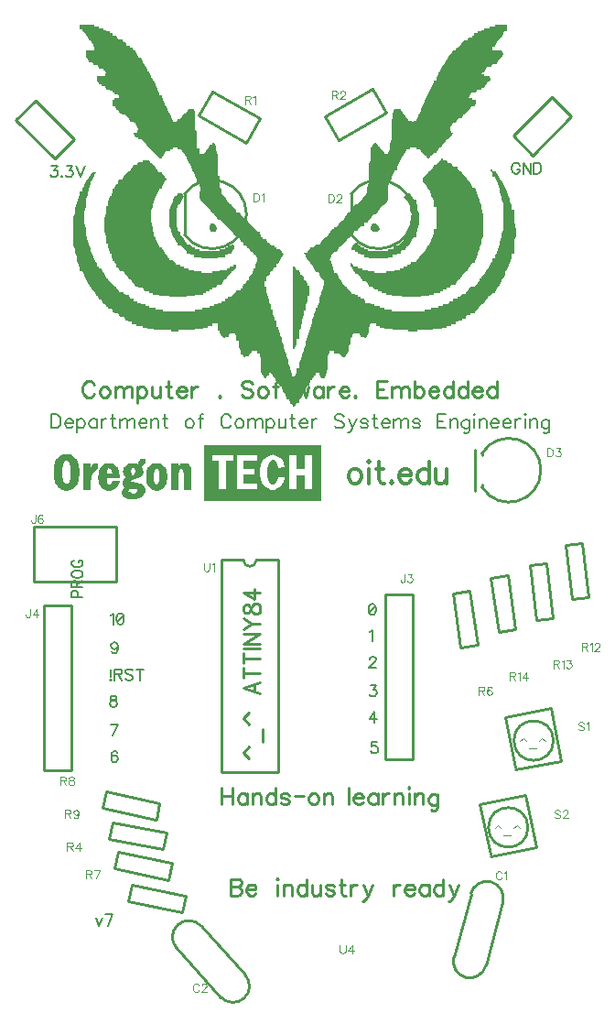
<source format=gbr>
G04 DipTrace 3.3.1.3*
G04 TopSilk.gbr*
%MOIN*%
G04 #@! TF.FileFunction,Legend,Top*
G04 #@! TF.Part,Single*
%ADD10C,0.009843*%
%ADD12C,0.003*%
%ADD77C,0.004632*%
%ADD78C,0.009264*%
%ADD79C,0.006176*%
%ADD80C,0.012351*%
%ADD82C,0.00772*%
%FSLAX26Y26*%
G04*
G70*
G90*
G75*
G01*
G04 TopSilk*
%LPD*%
X2214636Y859281D2*
D10*
X2152581Y627691D1*
X2098724Y890339D2*
X2036670Y658749D1*
G03X2152581Y627691I57925J-15645D01*
G01*
X2214636Y859281D2*
G03X2098724Y890339I-57925J15645D01*
G01*
X1115819Y772104D2*
X1276472Y594128D1*
X1026742Y691698D2*
X1187394Y513721D1*
G03X1276472Y594128I44619J40114D01*
G01*
X1115819Y772104D2*
G03X1026742Y691698I-44619J-40114D01*
G01*
X1056121Y3287201D2*
Y3437076D1*
X1056346Y3286901D2*
G03X1056346Y3437376I99796J75238D01*
G01*
X1662308Y3287201D2*
Y3437076D1*
X1662533Y3286901D2*
G03X1662533Y3437376I99796J75238D01*
G01*
X2138822Y2492077D2*
Y2484179D1*
X2112248Y2505990D2*
Y2355982D1*
X2138822Y2377793D2*
Y2369896D1*
Y2492077D2*
G02X2353390Y2430986I98651J-60865D01*
G01*
X2138822Y2369896D2*
G03X2353390Y2430986I98651J60865D01*
G01*
X583149Y3564431D2*
X653859Y3635141D1*
X441727Y3705852D2*
X583149Y3564431D1*
X441727Y3705852D2*
X512438Y3776563D1*
X653859Y3635141D1*
X2252068Y3647640D2*
X2322779Y3576929D1*
X2393490Y3789061D2*
X2252068Y3647640D1*
X2393490Y3789061D2*
X2464200Y3718351D1*
X2322779Y3576929D1*
X1886917Y1980127D2*
X1786915D1*
Y1380181D1*
X1886917D1*
Y1980127D1*
X642236Y1939047D2*
X542234D1*
Y1339101D1*
X642236D1*
Y1939047D1*
X806162Y2024763D2*
X506162D1*
Y2224763D1*
X806162D1*
Y2024763D1*
X1156216Y3808212D2*
X1330513Y3710864D1*
X1281751Y3623558D2*
X1330513Y3710864D1*
X1107454Y3720906D2*
X1281751Y3623558D1*
X1107454Y3720906D2*
X1156216Y3808212D1*
X1790735Y3731219D2*
X1617841Y3631399D1*
X1567841Y3718002D2*
X1617841Y3631399D1*
X1740735Y3817822D2*
X1567841Y3718002D1*
X1740735Y3817822D2*
X1790735Y3731219D1*
X813130Y1042872D2*
X1008396Y1001312D1*
X995565Y940143D2*
X1008576Y1001274D1*
X800119Y981741D2*
X995385Y940182D1*
X799939Y981780D2*
X812950Y1042910D1*
X2061424Y1786053D2*
X2033071Y1983670D1*
X2094911Y1992728D2*
X2033044Y1983852D1*
X2123290Y1794930D2*
X2094937Y1992546D1*
X2123316Y1794748D2*
X2061450Y1785871D1*
X863011Y923785D2*
X1058328Y882463D1*
X1045572Y821278D2*
X1058508Y882425D1*
X850075Y862638D2*
X1045392Y821316D1*
X849895Y862676D2*
X862831Y923823D1*
X769799Y1262865D2*
X964879Y1220442D1*
X951778Y1159331D2*
X965059Y1220403D1*
X756518Y1201792D2*
X951598Y1159370D1*
X756338Y1201832D2*
X769619Y1262904D1*
X792619Y1149737D2*
X988660Y1112002D1*
X977028Y1050594D2*
X988841Y1111968D1*
X780805Y1088364D2*
X976847Y1050629D1*
X780625Y1088398D2*
X792438Y1149772D1*
X2466187Y1960835D2*
X2442888Y2159111D1*
X2504939Y2166588D2*
X2442867Y2159294D1*
X2528260Y1968129D2*
X2504961Y2166405D1*
X2528281Y1967946D2*
X2466209Y1960652D1*
X2336202Y1885863D2*
X2312080Y2084040D1*
X2374100Y2091775D2*
X2312058Y2084223D1*
X2398244Y1893415D2*
X2374122Y2091592D1*
X2398266Y1893232D2*
X2336224Y1885680D1*
X2199404Y1842317D2*
X2170727Y2039887D1*
X2232552Y2049047D2*
X2170700Y2040069D1*
X2261256Y1851295D2*
X2232578Y2048865D1*
X2261282Y1851113D2*
X2199431Y1842135D1*
X2224723Y1532333D2*
X2260060Y1348205D1*
X2261240Y1342058D2*
X2426971Y1373864D1*
X2390454Y1564140D1*
X2224723Y1532333D2*
X2390454Y1564140D1*
X2255150Y1446963D2*
G02X2255150Y1446963I71874J0D01*
G01*
X2130578Y1214471D2*
X2169501Y1031067D1*
X2170800Y1024944D2*
X2335880Y1059978D1*
X2295658Y1249505D1*
X2130578Y1214471D2*
X2295658Y1249505D1*
X2162652Y1131112D2*
G02X2162652Y1131112I71874J0D01*
G01*
X1395988Y2104356D2*
Y1332703D1*
X1191255D2*
X1395988D1*
X1191255Y2104356D2*
Y1332703D1*
Y2104356D2*
X1269995D1*
X1395988D2*
X1317247D1*
X1269995D2*
G03X1317247Y2104356I23626J13D01*
G01*
X674469Y4051498D2*
D12*
X722469D1*
X2186469D2*
X2225469D1*
X674469Y4048498D2*
X722469D1*
X2186469D2*
X2225469D1*
X674469Y4045498D2*
X740469D1*
X2165469D2*
X2225469D1*
X674469Y4042498D2*
X740469D1*
X2165469D2*
X2225469D1*
X683469Y4039498D2*
X755469D1*
X2147469D2*
X2225469D1*
X683698Y4036498D2*
X755469D1*
X2147469D2*
X2225469D1*
X684196Y4033498D2*
X767469D1*
X2135469D2*
X2219469D1*
X686065Y4030498D2*
X767469D1*
X2135469D2*
X2217418D1*
X688424Y4027498D2*
X779469D1*
X2123469D2*
X2215632D1*
X690945Y4024498D2*
X779469D1*
X2123469D2*
X2214471D1*
X693254Y4021498D2*
X791469D1*
X2111469D2*
X2213673D1*
X695344Y4018498D2*
X791469D1*
X2111469D2*
X2212620D1*
X697654Y4015498D2*
X791469D1*
X2111469D2*
X2210863D1*
X700252Y4012498D2*
X803469D1*
X2102469D2*
X2208495D1*
X702855Y4009498D2*
X805521D1*
X2102469D2*
X2205786D1*
X705019Y4006498D2*
X807322D1*
X2090469D2*
X2202898D1*
X706547Y4003498D2*
X808552D1*
X2088417D2*
X2199947D1*
X708003Y4000498D2*
X824469D1*
X2086616D2*
X2196982D1*
X709948Y3997498D2*
X826521D1*
X2085386D2*
X2194203D1*
X712395Y3994498D2*
X828322D1*
X2072469D2*
X2191965D1*
X715135Y3991498D2*
X829552D1*
X2070189D2*
X2190407D1*
X718011Y3988498D2*
X836469D1*
X2067611D2*
X2188964D1*
X720755Y3985498D2*
X838521D1*
X2064825D2*
X2187226D1*
X722957Y3982498D2*
X840322D1*
X2061910D2*
X2185550D1*
X724299Y3979498D2*
X841552D1*
X2058951D2*
X2184365D1*
X724975Y3976498D2*
X854469D1*
X2055959D2*
X2174469D1*
X725276Y3973498D2*
X854469D1*
X2052969D2*
X2174469D1*
X725397Y3970498D2*
X860469D1*
X2049989D2*
X2174469D1*
X725444Y3967498D2*
X862521D1*
X2047204D2*
X2174469D1*
X725460Y3964498D2*
X864322D1*
X2044971D2*
X2174469D1*
X725466Y3961498D2*
X865552D1*
X2043522D2*
X2174469D1*
X695469Y3958498D2*
X872469D1*
X2033469D2*
X2207469D1*
X695469Y3955498D2*
X874520D1*
X2031189D2*
X2209520D1*
X695469Y3952498D2*
X876329D1*
X2028611D2*
X2211283D1*
X695469Y3949498D2*
X877678D1*
X2025825D2*
X2212560D1*
X695469Y3946498D2*
X879030D1*
X2022934D2*
X2212434D1*
X695492Y3943498D2*
X880732D1*
X2020185D2*
X2210937D1*
X695703Y3940498D2*
X882379D1*
X2017982D2*
X2209221D1*
X696196Y3937498D2*
X883472D1*
X2016616D2*
X2207409D1*
X698065Y3934498D2*
X884075D1*
X2015728D2*
X2205215D1*
X700424Y3931498D2*
X893469D1*
X2014640D2*
X2202638D1*
X702922Y3928498D2*
X895520D1*
X2012870D2*
X2199840D1*
X705037Y3925498D2*
X897329D1*
X2010521D2*
X2196941D1*
X706440Y3922498D2*
X898678D1*
X2008021D2*
X2194187D1*
X719469Y3919498D2*
X900030D1*
X2005897D2*
X2191965D1*
X721521Y3916498D2*
X901732D1*
X2004383D2*
X2190520D1*
X723322Y3913498D2*
X903402D1*
X2002933D2*
X2174469D1*
X724552Y3910498D2*
X904701D1*
X2000989D2*
X2172417D1*
X737469Y3907498D2*
X906061D1*
X1998566D2*
X2170616D1*
X739521Y3904498D2*
X907969D1*
X1996037D2*
X2169386D1*
X741322Y3901498D2*
X910379D1*
X1993903D2*
X2156469D1*
X742552Y3898498D2*
X912903D1*
X1992385D2*
X2154189D1*
X758469Y3895498D2*
X915013D1*
X1990957D2*
X2151634D1*
X758469Y3892498D2*
X916319D1*
X1989224D2*
X2149058D1*
X764469Y3889498D2*
X916984D1*
X1987542D2*
X2146915D1*
X766520Y3886498D2*
X917291D1*
X1986239D2*
X2145502D1*
X768283Y3883498D2*
X923469D1*
X1984901D2*
X2138469D1*
X769560Y3880498D2*
X923698D1*
X1983204D2*
X2136417D1*
X769434Y3877498D2*
X924196D1*
X1981535D2*
X2134616D1*
X767959Y3874498D2*
X925837D1*
X1980237D2*
X2133386D1*
X766439Y3871498D2*
X927450D1*
X1978901D2*
X2144469D1*
X765326Y3868498D2*
X928720D1*
X1977204D2*
X2144469D1*
X737469Y3865498D2*
X930044D1*
X1975558D2*
X2162469D1*
X737469Y3862498D2*
X931760D1*
X1974471D2*
X2164497D1*
X737469Y3859498D2*
X933615D1*
X1973900D2*
X2166431D1*
X737492Y3856498D2*
X935466D1*
X1973640D2*
X2166927D1*
X737703Y3853498D2*
X937475D1*
X1973529D2*
X2165487D1*
X738196Y3850498D2*
X939296D1*
X1964469D2*
X2163331D1*
X739838Y3847498D2*
X940660D1*
X1964241D2*
X2160721D1*
X741443Y3844498D2*
X942023D1*
X1963742D2*
X2157874D1*
X742593Y3841498D2*
X943729D1*
X1962101D2*
X2154939D1*
X752469Y3838498D2*
X945401D1*
X1960488D2*
X2151979D1*
X752469Y3835498D2*
X946701D1*
X1959218D2*
X2149201D1*
X764469Y3832498D2*
X948037D1*
X1957894D2*
X2146970D1*
X766521Y3829498D2*
X949734D1*
X1956202D2*
X2145521D1*
X768322Y3826498D2*
X951380D1*
X1954534D2*
X2132469D1*
X769552Y3823498D2*
X952467D1*
X1953236D2*
X2132469D1*
X782469Y3820498D2*
X953062D1*
X1951901D2*
X2120469D1*
X782469Y3817498D2*
X953533D1*
X1950204D2*
X2118417D1*
X794469Y3814498D2*
X954404D1*
X1948535D2*
X2116616D1*
X794469Y3811498D2*
X955882D1*
X1947237D2*
X2115386D1*
X800469Y3808498D2*
X957436D1*
X1945901D2*
X2099469D1*
X800469Y3805498D2*
X958487D1*
X1944204D2*
X2097189D1*
X812469Y3802498D2*
X959047D1*
X1942535D2*
X2094634D1*
X814520Y3799498D2*
X959312D1*
X1941237D2*
X2092059D1*
X816306Y3796498D2*
X968469D1*
X1939901D2*
X2089933D1*
X817443Y3793498D2*
X968698D1*
X1938204D2*
X2088621D1*
X818032Y3790498D2*
X969196D1*
X1936535D2*
X2087955D1*
X818308Y3787498D2*
X970837D1*
X1935237D2*
X2087647D1*
X800469Y3784498D2*
X972426D1*
X1933901D2*
X2099469D1*
X800469Y3781498D2*
X973509D1*
X1932204D2*
X2099469D1*
X794469Y3778498D2*
X974280D1*
X1930558D2*
X2114469D1*
X794469Y3775498D2*
X975300D1*
X1929448D2*
X2114446D1*
X794469Y3772498D2*
X976842D1*
X1928665D2*
X2114235D1*
X794469Y3769498D2*
X978444D1*
X1927641D2*
X2113742D1*
X794469Y3766498D2*
X979716D1*
X1926097D2*
X2112100D1*
X794469Y3763498D2*
X981043D1*
X1924494D2*
X2110495D1*
X794469Y3760498D2*
X982736D1*
X1923222D2*
X2109345D1*
X800469Y3757498D2*
X984404D1*
X1921895D2*
X2099469D1*
X802521Y3754498D2*
X985702D1*
X1920202D2*
X2097189D1*
X804322Y3751498D2*
X987038D1*
X1918558D2*
X2094611D1*
X805552Y3748498D2*
X988734D1*
X1917471D2*
X2091825D1*
X812469Y3745498D2*
X990403D1*
X1070469D2*
X1085469D1*
X1820469D2*
X1838469D1*
X1916876D2*
X2088910D1*
X814521Y3742498D2*
X991701D1*
X1068189D2*
X1087520D1*
X1818418D2*
X1840749D1*
X1916406D2*
X2085951D1*
X816322Y3739498D2*
X993037D1*
X1065611D2*
X1089306D1*
X1816632D2*
X1843304D1*
X1915534D2*
X2082959D1*
X817552Y3736498D2*
X994734D1*
X1062825D2*
X1090443D1*
X1815495D2*
X1845879D1*
X1914056D2*
X2079969D1*
X827469Y3733498D2*
X996403D1*
X1059910D2*
X1091031D1*
X1814907D2*
X1848029D1*
X1912479D2*
X2076966D1*
X827469Y3730498D2*
X997701D1*
X1056951D2*
X1091296D1*
X1814642D2*
X1849551D1*
X1911216D2*
X2073971D1*
X839469Y3727498D2*
X999037D1*
X1053959D2*
X1091405D1*
X1814534D2*
X1851004D1*
X1909894D2*
X2070990D1*
X841749Y3724498D2*
X1000734D1*
X1050969D2*
X1091446D1*
X1814492D2*
X1852948D1*
X1908202D2*
X2068205D1*
X844327Y3721498D2*
X1002403D1*
X1047989D2*
X1091461D1*
X1814453D2*
X1855395D1*
X1906534D2*
X2065971D1*
X847113Y3718498D2*
X1003701D1*
X1045204D2*
X1091466D1*
X1814237D2*
X1858135D1*
X1905236D2*
X2064522D1*
X850004Y3715498D2*
X1005037D1*
X1042971D2*
X1091468D1*
X1813743D2*
X1861011D1*
X1903901D2*
X2051469D1*
X852754Y3712498D2*
X1006734D1*
X1041522D2*
X1091469D1*
X1812101D2*
X1863756D1*
X1902203D2*
X2049189D1*
X854974Y3709498D2*
X1008380D1*
X1031469D2*
X1091469D1*
X1810512D2*
X1865974D1*
X1900542D2*
X2046634D1*
X856419Y3706498D2*
X1009472D1*
X1029364D2*
X1091469D1*
X1809452D2*
X1867419D1*
X1899363D2*
X2044058D1*
X869469Y3703498D2*
X1010075D1*
X1027324D2*
X1091469D1*
X1808893D2*
X1880469D1*
X1889469D2*
X2041915D1*
X871544Y3700498D2*
X1010469D1*
X1025469D2*
X1091469D1*
X1808638D2*
X1880469D1*
X1889469D2*
X2040502D1*
X873540Y3697498D2*
X1091469D1*
X1808532D2*
X2030469D1*
X875442Y3694498D2*
X1091469D1*
X1808492D2*
X2029518D1*
X877467Y3691498D2*
X1091469D1*
X1808477D2*
X2027820D1*
X879294Y3688498D2*
X1091469D1*
X1808472D2*
X2025502D1*
X880660Y3685498D2*
X1091469D1*
X1808470D2*
X2023014D1*
X882022Y3682498D2*
X1091469D1*
X1808469D2*
X2020918D1*
X883729Y3679498D2*
X1091469D1*
X1808469D2*
X2019617D1*
X885354Y3676498D2*
X1091492D1*
X1808469D2*
X2018978D1*
X886569Y3673498D2*
X1091703D1*
X1808469D2*
X2018894D1*
X886436Y3670498D2*
X1092196D1*
X1808469D2*
X2019235D1*
X884960Y3667498D2*
X1093837D1*
X1808469D2*
X2020855D1*
X883439Y3664498D2*
X1095426D1*
X1808469D2*
X2022449D1*
X882326Y3661498D2*
X1096486D1*
X1808469D2*
X2023595D1*
X869469Y3658498D2*
X1097045D1*
X1808469D2*
X2030469D1*
X871521Y3655498D2*
X1097301D1*
X1808469D2*
X2028189D1*
X873322Y3652498D2*
X1097406D1*
X1808469D2*
X2025611D1*
X874552Y3649498D2*
X1097447D1*
X1808469D2*
X2022825D1*
X887469Y3646498D2*
X1097461D1*
X1808469D2*
X2019910D1*
X887469Y3643498D2*
X1097466D1*
X1808469D2*
X2016951D1*
X896469Y3640498D2*
X1097468D1*
X1808469D2*
X2013959D1*
X898749Y3637498D2*
X1097469D1*
X1808469D2*
X2010969D1*
X901327Y3634498D2*
X1097469D1*
X1808446D2*
X2007966D1*
X904113Y3631498D2*
X1097469D1*
X1808235D2*
X2004971D1*
X907028Y3628498D2*
X1097469D1*
X1807742D2*
X2001967D1*
X909987Y3625498D2*
X1097469D1*
X1806101D2*
X1998971D1*
X912955Y3622498D2*
X1097469D1*
X1157469D2*
X1160469D1*
X1745469D2*
X1751469D1*
X1804512D2*
X1995990D1*
X915758Y3619498D2*
X1097469D1*
X1157469D2*
X1162520D1*
X1743394D2*
X1753544D1*
X1803452D2*
X1993182D1*
X918184Y3616498D2*
X1097469D1*
X1145469D2*
X1164306D1*
X1741398D2*
X1755540D1*
X1802893D2*
X1990755D1*
X920319Y3613498D2*
X1097469D1*
X1145446D2*
X1165443D1*
X1739496D2*
X1757466D1*
X1802638D2*
X1988619D1*
X922645Y3610498D2*
X1097469D1*
X1145235D2*
X1166031D1*
X1737471D2*
X1759702D1*
X1802532D2*
X1986293D1*
X925272Y3607498D2*
X1010469D1*
X1031469D2*
X1097469D1*
X1144742D2*
X1166296D1*
X1735668D2*
X1762293D1*
X1802492D2*
X1874469D1*
X1898469D2*
X1983666D1*
X928089Y3604498D2*
X1010469D1*
X1031469D2*
X1097469D1*
X1142873D2*
X1166405D1*
X1734513D2*
X1765096D1*
X1802477D2*
X1874469D1*
X1898469D2*
X1980849D1*
X931018Y3601498D2*
X998469D1*
X1040469D2*
X1106469D1*
X1140491D2*
X1166470D1*
X1733915D2*
X1768020D1*
X1802448D2*
X1862469D1*
X1910469D2*
X1977944D1*
X933983Y3598498D2*
X998469D1*
X1042749D2*
X1106469D1*
X1137782D2*
X1166696D1*
X1733645D2*
X1770984D1*
X1802235D2*
X1860418D1*
X1912749D2*
X1975188D1*
X936977Y3595498D2*
X986469D1*
X1045327D2*
X1106469D1*
X1134915D2*
X1167194D1*
X1733535D2*
X1773959D1*
X1801743D2*
X1858609D1*
X1915327D2*
X1972966D1*
X939969Y3592498D2*
X984189D1*
X1048113D2*
X1106469D1*
X1132121D2*
X1168836D1*
X1733492D2*
X1776794D1*
X1800047D2*
X1857260D1*
X1918113D2*
X1971520D1*
X942972Y3589498D2*
X981634D1*
X1051004D2*
X1106469D1*
X1129638D2*
X1170426D1*
X1733477D2*
X1779292D1*
X1798210D2*
X1855884D1*
X1921028D2*
X1961469D1*
X945967Y3586498D2*
X979059D1*
X1053753D2*
X1106469D1*
X1127469D2*
X1171486D1*
X1733472D2*
X1781469D1*
X1796469D2*
X1853972D1*
X1923987D2*
X1959189D1*
X948971Y3583498D2*
X976909D1*
X1055980D2*
X1172045D1*
X1733470D2*
X1851560D1*
X1926979D2*
X1956611D1*
X951967Y3580498D2*
X975387D1*
X1057533D2*
X1172300D1*
X1733469D2*
X1849035D1*
X1929969D2*
X1953825D1*
X954953Y3577498D2*
X973953D1*
X1058974D2*
X1172406D1*
X1733469D2*
X1846902D1*
X1932953D2*
X1950929D1*
X957792Y3574498D2*
X972169D1*
X1060712D2*
X1172447D1*
X1733469D2*
X1845385D1*
X1935793D2*
X1948125D1*
X960291Y3571498D2*
X970259D1*
X1062395D2*
X1172461D1*
X1733469D2*
X1843957D1*
X1938292D2*
X1945640D1*
X962469Y3568498D2*
X968469D1*
X1063699D2*
X1172466D1*
X1733469D2*
X1842224D1*
X1940469D2*
X1943469D1*
X1065037Y3565498D2*
X1172468D1*
X1733446D2*
X1840542D1*
X1991469D2*
X1994469D1*
X1066734Y3562498D2*
X1172469D1*
X1733235D2*
X1839239D1*
X1989189D2*
X1994469D1*
X902469Y3559498D2*
X923469D1*
X1068403D2*
X1172469D1*
X1732742D2*
X1837901D1*
X1986611D2*
X2006469D1*
X902469Y3556498D2*
X925749D1*
X1069701D2*
X1172469D1*
X1731101D2*
X1836204D1*
X1983825D2*
X2008521D1*
X887469Y3553498D2*
X928327D1*
X1071037D2*
X1172469D1*
X1729512D2*
X1834535D1*
X1980934D2*
X2010322D1*
X885417Y3550498D2*
X931113D1*
X1072734D2*
X1172469D1*
X1728452D2*
X1833237D1*
X1978184D2*
X2011552D1*
X883616Y3547498D2*
X934028D1*
X1074403D2*
X1172469D1*
X1727893D2*
X1831901D1*
X1975964D2*
X2024469D1*
X882386Y3544498D2*
X936987D1*
X1075701D2*
X1172469D1*
X1727638D2*
X1830204D1*
X1974519D2*
X2026521D1*
X869469Y3541498D2*
X939955D1*
X1077037D2*
X1172469D1*
X1727532D2*
X1828558D1*
X1964469D2*
X2028322D1*
X867394Y3538498D2*
X942758D1*
X1078734D2*
X1172469D1*
X1727492D2*
X1827471D1*
X1962394D2*
X2029552D1*
X865398Y3535498D2*
X945184D1*
X1080380D2*
X1172469D1*
X1727477D2*
X1826900D1*
X1960398D2*
X2045469D1*
X863472Y3532498D2*
X947319D1*
X1081491D2*
X1172469D1*
X1727472D2*
X1826640D1*
X1958472D2*
X2046420D1*
X861237Y3529498D2*
X949645D1*
X1082273D2*
X1172469D1*
X1727470D2*
X1826529D1*
X1956237D2*
X2048118D1*
X858645Y3526498D2*
X952249D1*
X1083297D2*
X1172469D1*
X1727469D2*
X1817469D1*
X1953645D2*
X2050460D1*
X2171469D2*
X2174469D1*
X855842Y3523498D2*
X954855D1*
X1084841D2*
X1172469D1*
X1727469D2*
X1817241D1*
X1950842D2*
X2053159D1*
X2171698D2*
X2174469D1*
X852918Y3520498D2*
X957013D1*
X1086444D2*
X1172469D1*
X1727469D2*
X1816742D1*
X1947918D2*
X2056043D1*
X2172196D2*
X2183469D1*
X849954Y3517498D2*
X958432D1*
X1087716D2*
X1172469D1*
X1727469D2*
X1815101D1*
X1944954D2*
X2058992D1*
X2173837D2*
X2185749D1*
X719469Y3514498D2*
X728469D1*
X846961D2*
X968469D1*
X1089043D2*
X1172469D1*
X1727469D2*
X1813488D1*
X1941961D2*
X2061980D1*
X2175426D2*
X2188304D1*
X717189Y3511498D2*
X726418D1*
X843969D2*
X970749D1*
X1090736D2*
X1172469D1*
X1727469D2*
X1812218D1*
X1938969D2*
X2064970D1*
X2176486D2*
X2190879D1*
X714634Y3508498D2*
X724609D1*
X840966D2*
X973327D1*
X1092404D2*
X1172469D1*
X1727469D2*
X1810894D1*
X1935966D2*
X2067972D1*
X2177047D2*
X2193029D1*
X712059Y3505498D2*
X723260D1*
X837971D2*
X976113D1*
X1093702D2*
X1172469D1*
X1727469D2*
X1809202D1*
X1932971D2*
X2070967D1*
X2177312D2*
X2194551D1*
X709909Y3502498D2*
X721908D1*
X834990D2*
X979004D1*
X1095038D2*
X1181469D1*
X1727469D2*
X1807558D1*
X1929990D2*
X2073948D1*
X2186469D2*
X2195981D1*
X708387Y3499498D2*
X720206D1*
X832205D2*
X981753D1*
X1096734D2*
X1181469D1*
X1727469D2*
X1806471D1*
X1927206D2*
X2076732D1*
X2186698D2*
X2197714D1*
X706934Y3496498D2*
X718536D1*
X829971D2*
X983933D1*
X1098380D2*
X1181469D1*
X1727469D2*
X1805876D1*
X1924989D2*
X2078972D1*
X2187196D2*
X2199396D1*
X704990Y3493498D2*
X717237D1*
X828522D2*
X985462D1*
X1099467D2*
X1181469D1*
X1727469D2*
X1805406D1*
X1923642D2*
X2080531D1*
X2188837D2*
X2200699D1*
X702566Y3490498D2*
X715901D1*
X818469D2*
X985400D1*
X1100038D2*
X1181469D1*
X1727469D2*
X1804534D1*
X1922987D2*
X2081997D1*
X2190450D2*
X2202060D1*
X700037Y3487498D2*
X714204D1*
X816418D2*
X983717D1*
X1100298D2*
X1181469D1*
X1727469D2*
X1803056D1*
X1922897D2*
X2083946D1*
X2191720D2*
X2203968D1*
X697903Y3484498D2*
X712558D1*
X814632D2*
X981452D1*
X1100405D2*
X1181469D1*
X1727446D2*
X1801479D1*
X1923236D2*
X2086394D1*
X2193044D2*
X2206379D1*
X696385Y3481498D2*
X711471D1*
X813495D2*
X978994D1*
X1100447D2*
X1181469D1*
X1727235D2*
X1800216D1*
X1925083D2*
X2089135D1*
X2194737D2*
X2208903D1*
X694957Y3478498D2*
X710876D1*
X812906D2*
X976887D1*
X1109469D2*
X1181469D1*
X1726742D2*
X1798894D1*
X1927454D2*
X2092011D1*
X2196380D2*
X2211036D1*
X693224Y3475498D2*
X710406D1*
X812630D2*
X975380D1*
X1109469D2*
X1181469D1*
X1725101D2*
X1797202D1*
X1930158D2*
X2094755D1*
X2197467D2*
X2212553D1*
X691542Y3472498D2*
X709534D1*
X806469D2*
X973955D1*
X1109492D2*
X1181469D1*
X1723512D2*
X1795558D1*
X1933019D2*
X2096957D1*
X2198062D2*
X2213981D1*
X690239Y3469498D2*
X708056D1*
X804418D2*
X972222D1*
X1109703D2*
X1181469D1*
X1722452D2*
X1794471D1*
X1935758D2*
X2098299D1*
X2198533D2*
X2215714D1*
X688901Y3466498D2*
X706502D1*
X802632D2*
X970549D1*
X1110196D2*
X1181492D1*
X1721893D2*
X1793900D1*
X1937981D2*
X2098977D1*
X2199404D2*
X2217396D1*
X687204Y3463498D2*
X705451D1*
X801495D2*
X969365D1*
X1111837D2*
X1181703D1*
X1721638D2*
X1793640D1*
X1939533D2*
X2099289D1*
X2200882D2*
X2218699D1*
X685559Y3460498D2*
X704893D1*
X800906D2*
X959469D1*
X1113426D2*
X1182196D1*
X1721532D2*
X1793533D1*
X1940975D2*
X2108469D1*
X2202436D2*
X2220037D1*
X684471Y3457498D2*
X704614D1*
X800630D2*
X959446D1*
X1114462D2*
X1183837D1*
X1721492D2*
X1793492D1*
X1942735D2*
X2110520D1*
X2203487D2*
X2221734D1*
X683900Y3454498D2*
X704298D1*
X794469D2*
X959235D1*
X1115073D2*
X1185426D1*
X1721477D2*
X1793477D1*
X1944606D2*
X2112306D1*
X2204045D2*
X2223379D1*
X683640Y3451498D2*
X703493D1*
X794446D2*
X958742D1*
X1114635D2*
X1186486D1*
X1721448D2*
X1793472D1*
X1946464D2*
X2113467D1*
X2204300D2*
X2224491D1*
X683529Y3448498D2*
X702041D1*
X794235D2*
X957101D1*
X1113053D2*
X1187045D1*
X1721235D2*
X1793470D1*
X1948474D2*
X2114266D1*
X2204406D2*
X2225273D1*
X674469Y3445498D2*
X700497D1*
X793742D2*
X955488D1*
X1111493D2*
X1187324D1*
X1720743D2*
X1793469D1*
X1950272D2*
X2115295D1*
X2204470D2*
X2226297D1*
X674469Y3442498D2*
X699449D1*
X792101D2*
X954218D1*
X1110446D2*
X1187640D1*
X1719101D2*
X1793469D1*
X1951426D2*
X2116841D1*
X2204696D2*
X2227841D1*
X674446Y3439498D2*
X698892D1*
X790512D2*
X952894D1*
X1031469D2*
X1043469D1*
X1109891D2*
X1188184D1*
X1717488D2*
X1793469D1*
X1865469D2*
X1874469D1*
X1952047D2*
X2118420D1*
X2205194D2*
X2229421D1*
X674235Y3436498D2*
X698637D1*
X789452D2*
X951202D1*
X1029189D2*
X1045520D1*
X1109637D2*
X1190060D1*
X1716218D2*
X1793469D1*
X1863189D2*
X1876520D1*
X1952527D2*
X2119482D1*
X2206836D2*
X2230482D1*
X673742Y3433498D2*
X698509D1*
X788892D2*
X949534D1*
X1026611D2*
X1047283D1*
X1109532D2*
X1192445D1*
X1714870D2*
X1793469D1*
X1860630D2*
X1878329D1*
X1953402D2*
X2120067D1*
X2208426D2*
X2231067D1*
X672101Y3430498D2*
X698257D1*
X788626D2*
X948236D1*
X1023825D2*
X1048560D1*
X1109491D2*
X1195155D1*
X1712967D2*
X1793469D1*
X1857999D2*
X1879678D1*
X1954882D2*
X2120534D1*
X2209486D2*
X2231534D1*
X670512Y3427498D2*
X697478D1*
X782469D2*
X946901D1*
X1020934D2*
X1048434D1*
X1109500D2*
X1198018D1*
X1710535D2*
X1793469D1*
X1855594D2*
X1881030D1*
X1956459D2*
X2121405D1*
X2210045D2*
X2232405D1*
X669452Y3424498D2*
X696036D1*
X782241D2*
X945204D1*
X1018185D2*
X1046960D1*
X1109706D2*
X1200757D1*
X1707800D2*
X1793469D1*
X1853469D2*
X1882733D1*
X1957722D2*
X2122882D1*
X2210300D2*
X2233882D1*
X668869Y3421498D2*
X694495D1*
X781742D2*
X943558D1*
X1015982D2*
X1045432D1*
X1110196D2*
X1202981D1*
X1704903D2*
X1793446D1*
X1857189D2*
X1884395D1*
X1959044D2*
X2124436D1*
X2210429D2*
X2235436D1*
X668403Y3418498D2*
X693448D1*
X780101D2*
X942471D1*
X1014639D2*
X1044197D1*
X1112066D2*
X1204533D1*
X1701949D2*
X1793235D1*
X1860611D2*
X1885575D1*
X1960737D2*
X2125487D1*
X2210681D2*
X2236487D1*
X667533Y3415498D2*
X692892D1*
X778512D2*
X941876D1*
X1013939D2*
X1042886D1*
X1114447D2*
X1205998D1*
X1698959D2*
X1792742D1*
X1863801D2*
X1895469D1*
X1962380D2*
X2126069D1*
X2211460D2*
X2237069D1*
X666056Y3412498D2*
X692637D1*
X777452D2*
X941406D1*
X1013428D2*
X1041198D1*
X1117156D2*
X1207946D1*
X1695969D2*
X1790873D1*
X1866676D2*
X1895469D1*
X1963467D2*
X2126535D1*
X2212902D2*
X2237535D1*
X664502Y3409498D2*
X692532D1*
X776893D2*
X940534D1*
X1012542D2*
X1039541D1*
X1120042D2*
X1210394D1*
X1692989D2*
X1788491D1*
X1868952D2*
X1895492D1*
X1964039D2*
X2127405D1*
X2214443D2*
X2238405D1*
X663451Y3406498D2*
X692492D1*
X776638D2*
X939056D1*
X1011058D2*
X1038362D1*
X1122992D2*
X1213135D1*
X1690204D2*
X1785782D1*
X1870523D2*
X1895703D1*
X1964298D2*
X2128883D1*
X2215490D2*
X2239883D1*
X662869Y3403498D2*
X692477D1*
X776532D2*
X937502D1*
X1009480D2*
X1028469D1*
X1125980D2*
X1216034D1*
X1687971D2*
X1782896D1*
X1871971D2*
X1896196D1*
X1964405D2*
X2130436D1*
X2216046D2*
X2241436D1*
X662403Y3400498D2*
X692472D1*
X776492D2*
X936451D1*
X1008217D2*
X1028469D1*
X1128969D2*
X1218989D1*
X1686522D2*
X1779946D1*
X1873711D2*
X1897837D1*
X1964446D2*
X2131487D1*
X2216301D2*
X2242487D1*
X661533Y3397498D2*
X692470D1*
X776477D2*
X935893D1*
X1006894D2*
X1028446D1*
X1131972D2*
X1221979D1*
X1676469D2*
X1776958D1*
X1875371D2*
X1899426D1*
X1964461D2*
X2132045D1*
X2216406D2*
X2243045D1*
X660056Y3394498D2*
X692469D1*
X776472D2*
X935638D1*
X1005202D2*
X1028235D1*
X1134967D2*
X1224969D1*
X1674189D2*
X1773969D1*
X1876464D2*
X1900486D1*
X1964467D2*
X2132300D1*
X2216447D2*
X2243300D1*
X658502Y3391498D2*
X692446D1*
X770469D2*
X935509D1*
X1003558D2*
X1027742D1*
X1137972D2*
X1227972D1*
X1671611D2*
X1770966D1*
X1877038D2*
X1901045D1*
X1973469D2*
X2132429D1*
X2216461D2*
X2243406D1*
X657451Y3388498D2*
X692235D1*
X770469D2*
X935257D1*
X1002471D2*
X1026101D1*
X1140967D2*
X1230967D1*
X1668825D2*
X1767971D1*
X1877298D2*
X1901301D1*
X1973469D2*
X2132681D1*
X2216466D2*
X2243446D1*
X656893Y3385498D2*
X691742D1*
X770469D2*
X934478D1*
X1001900D2*
X1024512D1*
X1143948D2*
X1233948D1*
X1665934D2*
X1764990D1*
X1877405D2*
X1901406D1*
X1973469D2*
X2133460D1*
X2216468D2*
X2243461D1*
X656638Y3382498D2*
X690101D1*
X770469D2*
X933036D1*
X1001640D2*
X1023452D1*
X1146756D2*
X1236732D1*
X1663162D2*
X1762182D1*
X1877470D2*
X1901470D1*
X1973469D2*
X2134902D1*
X2216469D2*
X2243467D1*
X656532Y3379498D2*
X688512D1*
X770469D2*
X931495D1*
X1001533D2*
X1022893D1*
X1149183D2*
X1238949D1*
X1660748D2*
X1759755D1*
X1877696D2*
X1901696D1*
X1973469D2*
X2136443D1*
X2216469D2*
X2252469D1*
X656492Y3376498D2*
X687452D1*
X770469D2*
X930448D1*
X1001492D2*
X1022638D1*
X1151319D2*
X1240301D1*
X1658617D2*
X1757643D1*
X1878194D2*
X1902194D1*
X1973469D2*
X2137490D1*
X2216469D2*
X2252469D1*
X656477Y3373498D2*
X686893D1*
X770469D2*
X929892D1*
X1001477D2*
X1022532D1*
X1153645D2*
X1241015D1*
X1656292D2*
X1755526D1*
X1879836D2*
X1903836D1*
X1973469D2*
X2138046D1*
X2216469D2*
X2252469D1*
X656448Y3370498D2*
X686638D1*
X770446D2*
X929637D1*
X1001472D2*
X1022492D1*
X1156272D2*
X1250469D1*
X1653666D2*
X1753672D1*
X1881426D2*
X1905426D1*
X1973469D2*
X2138301D1*
X2216469D2*
X2252469D1*
X656235Y3367498D2*
X686532D1*
X770235D2*
X929532D1*
X1001470D2*
X1022477D1*
X1159089D2*
X1252749D1*
X1650849D2*
X1752409D1*
X1882486D2*
X1906486D1*
X1973469D2*
X2138406D1*
X2216469D2*
X2252469D1*
X655743Y3364498D2*
X686492D1*
X769742D2*
X929492D1*
X1001469D2*
X1022472D1*
X1162018D2*
X1255327D1*
X1647944D2*
X1742469D1*
X1883045D2*
X1907045D1*
X1973469D2*
X2138447D1*
X2216469D2*
X2252469D1*
X654101Y3361498D2*
X686477D1*
X768101D2*
X929477D1*
X1001469D2*
X1022470D1*
X1164983D2*
X1258113D1*
X1645189D2*
X1740189D1*
X1883300D2*
X1907300D1*
X1973469D2*
X2138461D1*
X2216469D2*
X2252469D1*
X652512Y3358498D2*
X686472D1*
X766512D2*
X929472D1*
X1001469D2*
X1022469D1*
X1167954D2*
X1261028D1*
X1642960D2*
X1737611D1*
X1883406D2*
X1907406D1*
X1973469D2*
X2138466D1*
X2216469D2*
X2252469D1*
X651452Y3355498D2*
X686470D1*
X765452D2*
X929470D1*
X1001469D2*
X1022469D1*
X1170735D2*
X1263987D1*
X1641406D2*
X1734825D1*
X1883447D2*
X1907447D1*
X1973469D2*
X2138468D1*
X2216469D2*
X2252469D1*
X650893Y3352498D2*
X686469D1*
X764893D2*
X929469D1*
X1001469D2*
X1022469D1*
X1172967D2*
X1266979D1*
X1639940D2*
X1731910D1*
X1883461D2*
X1907461D1*
X1973469D2*
X2138469D1*
X2216469D2*
X2252469D1*
X650638Y3349498D2*
X686469D1*
X764638D2*
X929469D1*
X1001469D2*
X1022469D1*
X1174416D2*
X1269969D1*
X1637992D2*
X1728951D1*
X1883466D2*
X1907466D1*
X1973469D2*
X2138469D1*
X2216469D2*
X2252469D1*
X650532Y3346498D2*
X686469D1*
X764532D2*
X929469D1*
X1001469D2*
X1022469D1*
X1184469D2*
X1272972D1*
X1635544D2*
X1725983D1*
X1883468D2*
X1907468D1*
X1973469D2*
X2138469D1*
X2216469D2*
X2252469D1*
X650492Y3343498D2*
X686469D1*
X764492D2*
X929469D1*
X1001469D2*
X1022469D1*
X1186749D2*
X1275967D1*
X1632803D2*
X1723202D1*
X1883469D2*
X1907469D1*
X1973469D2*
X2138469D1*
X2216469D2*
X2252469D1*
X650477Y3340498D2*
X686469D1*
X764477D2*
X929492D1*
X1001469D2*
X1022469D1*
X1189327D2*
X1278972D1*
X1629904D2*
X1720971D1*
X1883446D2*
X1907469D1*
X1973469D2*
X2138469D1*
X2216469D2*
X2252492D1*
X650472Y3337498D2*
X686469D1*
X764472D2*
X929703D1*
X1001469D2*
X1022469D1*
X1192113D2*
X1281967D1*
X1626949D2*
X1719522D1*
X1883235D2*
X1907469D1*
X1973469D2*
X2138469D1*
X2216469D2*
X2252703D1*
X650470Y3334498D2*
X686492D1*
X764470D2*
X930196D1*
X1001469D2*
X1022469D1*
X1195028D2*
X1284971D1*
X1623959D2*
X1706469D1*
X1882742D2*
X1907446D1*
X1973469D2*
X2138469D1*
X2216469D2*
X2253196D1*
X650469Y3331498D2*
X686703D1*
X764469D2*
X931837D1*
X1001469D2*
X1022469D1*
X1197987D2*
X1287967D1*
X1620969D2*
X1706469D1*
X1881101D2*
X1907235D1*
X1973469D2*
X2138469D1*
X2216469D2*
X2254837D1*
X650469Y3328498D2*
X687196D1*
X764469D2*
X933426D1*
X1001469D2*
X1022492D1*
X1151469D2*
X1160469D1*
X1200979D2*
X1290971D1*
X1617989D2*
X1706469D1*
X1739469D2*
X1751469D1*
X1879512D2*
X1906742D1*
X1973469D2*
X2138469D1*
X2216469D2*
X2256426D1*
X650469Y3325498D2*
X688837D1*
X764469D2*
X934486D1*
X1001469D2*
X1022703D1*
X1149418D2*
X1162749D1*
X1203969D2*
X1293967D1*
X1615204D2*
X1706469D1*
X1737418D2*
X1753749D1*
X1878452D2*
X1905101D1*
X1973469D2*
X2138469D1*
X2216469D2*
X2257486D1*
X650469Y3322498D2*
X690426D1*
X764469D2*
X935045D1*
X1001492D2*
X1023196D1*
X1147632D2*
X1165304D1*
X1206972D2*
X1296971D1*
X1612971D2*
X1694469D1*
X1735632D2*
X1756304D1*
X1877893D2*
X1903512D1*
X1973469D2*
X2138469D1*
X2216469D2*
X2258045D1*
X650469Y3319498D2*
X691486D1*
X764469D2*
X935301D1*
X1001703D2*
X1024837D1*
X1146495D2*
X1167879D1*
X1209967D2*
X1299967D1*
X1611522D2*
X1692189D1*
X1734495D2*
X1758879D1*
X1877638D2*
X1902452D1*
X1973469D2*
X2138469D1*
X2216469D2*
X2258301D1*
X650469Y3316498D2*
X692045D1*
X764469D2*
X935406D1*
X1002196D2*
X1026426D1*
X1145930D2*
X1169982D1*
X1212972D2*
X1302971D1*
X1601469D2*
X1689634D1*
X1733930D2*
X1760982D1*
X1877509D2*
X1901893D1*
X1973469D2*
X2138469D1*
X2216469D2*
X2258406D1*
X650469Y3313498D2*
X692301D1*
X764469D2*
X935447D1*
X1003837D2*
X1027486D1*
X1145876D2*
X1171472D1*
X1215967D2*
X1305967D1*
X1599189D2*
X1687058D1*
X1733876D2*
X1762472D1*
X1877257D2*
X1901638D1*
X1973469D2*
X2138469D1*
X2216469D2*
X2258447D1*
X650469Y3310498D2*
X692406D1*
X764469D2*
X935485D1*
X1005426D2*
X1028045D1*
X1146232D2*
X1171404D1*
X1218971D2*
X1308948D1*
X1596611D2*
X1684915D1*
X1734232D2*
X1762404D1*
X1876478D2*
X1901509D1*
X1964469D2*
X2138469D1*
X2216446D2*
X2258461D1*
X650469Y3307498D2*
X692447D1*
X764469D2*
X935701D1*
X1006486D2*
X1028301D1*
X1147907D2*
X1169894D1*
X1221967D2*
X1311733D1*
X1593825D2*
X1683502D1*
X1735907D2*
X1760894D1*
X1875036D2*
X1901257D1*
X1964469D2*
X2138469D1*
X2216235D2*
X2258466D1*
X650469Y3304498D2*
X692461D1*
X764469D2*
X936195D1*
X1007045D2*
X1028406D1*
X1149734D2*
X1168152D1*
X1224948D2*
X1313967D1*
X1590934D2*
X1673469D1*
X1737734D2*
X1759152D1*
X1873495D2*
X1900478D1*
X1964469D2*
X2138469D1*
X2215742D2*
X2258468D1*
X650469Y3301498D2*
X692466D1*
X764492D2*
X937837D1*
X1007324D2*
X1028448D1*
X1151469D2*
X1166469D1*
X1227756D2*
X1315416D1*
X1588162D2*
X1671394D1*
X1739469D2*
X1757469D1*
X1872425D2*
X1899036D1*
X1964446D2*
X2138469D1*
X2214101D2*
X2258469D1*
X650469Y3298498D2*
X692468D1*
X764703D2*
X939426D1*
X1007640D2*
X1037469D1*
X1230183D2*
X1325469D1*
X1585748D2*
X1669398D1*
X1871658D2*
X1897495D1*
X1964235D2*
X2138469D1*
X2212512D2*
X2258469D1*
X650469Y3295498D2*
X692492D1*
X765196D2*
X940486D1*
X1008446D2*
X1037492D1*
X1232319D2*
X1326396D1*
X1583617D2*
X1667472D1*
X1870638D2*
X1896448D1*
X1963742D2*
X2138469D1*
X2211452D2*
X2258469D1*
X650469Y3292498D2*
X692703D1*
X766837D2*
X941045D1*
X1009897D2*
X1037703D1*
X1234645D2*
X1327884D1*
X1581292D2*
X1665237D1*
X1869096D2*
X1895892D1*
X1962101D2*
X2138469D1*
X2210893D2*
X2258469D1*
X650469Y3289498D2*
X693196D1*
X768426D2*
X941324D1*
X1011464D2*
X1038196D1*
X1237249D2*
X1329437D1*
X1578666D2*
X1662645D1*
X1867494D2*
X1895637D1*
X1960512D2*
X2138469D1*
X2210638D2*
X2258469D1*
X650469Y3286498D2*
X694837D1*
X769486D2*
X941640D1*
X1012723D2*
X1040065D1*
X1239855D2*
X1330488D1*
X1575849D2*
X1659842D1*
X1866222D2*
X1895528D1*
X1959452D2*
X2138469D1*
X2210532D2*
X2258469D1*
X650469Y3283498D2*
X696426D1*
X770045D2*
X942446D1*
X1014045D2*
X1042424D1*
X1242013D2*
X1331047D1*
X1572920D2*
X1656918D1*
X1864872D2*
X1886469D1*
X1958869D2*
X2138446D1*
X2210468D2*
X2258446D1*
X650469Y3280498D2*
X697486D1*
X770301D2*
X943897D1*
X1015737D2*
X1044921D1*
X1243432D2*
X1331312D1*
X1569955D2*
X1653954D1*
X1862968D2*
X1886241D1*
X1958403D2*
X2138235D1*
X2210242D2*
X2258235D1*
X650469Y3277498D2*
X698045D1*
X770406D2*
X945464D1*
X1017404D2*
X1047043D1*
X1253469D2*
X1337469D1*
X1566961D2*
X1650961D1*
X1860535D2*
X1885742D1*
X1957533D2*
X2137742D1*
X2209744D2*
X2257742D1*
X650469Y3274498D2*
X698301D1*
X770447D2*
X946723D1*
X1018702D2*
X1048556D1*
X1255521D2*
X1337469D1*
X1563969D2*
X1647969D1*
X1857800D2*
X1883873D1*
X1956056D2*
X2136101D1*
X2208102D2*
X2256101D1*
X650469Y3271498D2*
X698429D1*
X770461D2*
X948045D1*
X1020061D2*
X1050006D1*
X1257322D2*
X1349469D1*
X1560966D2*
X1644966D1*
X1854903D2*
X1881514D1*
X1954479D2*
X2134512D1*
X2206512D2*
X2254512D1*
X650469Y3268498D2*
X698681D1*
X770466D2*
X949737D1*
X1021969D2*
X1051949D1*
X1258552D2*
X1351521D1*
X1557971D2*
X1641971D1*
X1851949D2*
X1879017D1*
X1953216D2*
X2133452D1*
X2205453D2*
X2253452D1*
X650469Y3265498D2*
X699460D1*
X770468D2*
X951404D1*
X1024379D2*
X1054372D1*
X1265469D2*
X1353322D1*
X1554990D2*
X1638967D1*
X1848959D2*
X1876895D1*
X1951894D2*
X2132893D1*
X2204893D2*
X2252893D1*
X650469Y3262498D2*
X700902D1*
X770469D2*
X952702D1*
X1026904D2*
X1056902D1*
X1267521D2*
X1354552D1*
X1552205D2*
X1635971D1*
X1845969D2*
X1875382D1*
X1950202D2*
X2132638D1*
X2204638D2*
X2252638D1*
X650469Y3259498D2*
X702443D1*
X776469D2*
X954038D1*
X1029030D2*
X1059030D1*
X1269322D2*
X1361469D1*
X1549971D2*
X1632967D1*
X1676469D2*
X1682469D1*
X1842989D2*
X1873932D1*
X1948534D2*
X2132509D1*
X2204509D2*
X2252532D1*
X650469Y3256498D2*
X703490D1*
X776469D2*
X955734D1*
X1030438D2*
X1060438D1*
X1270552D2*
X1363521D1*
X1548522D2*
X1629971D1*
X1674189D2*
X1684749D1*
X1840204D2*
X1871989D1*
X1947236D2*
X2132257D1*
X2204257D2*
X2252492D1*
X650492Y3253498D2*
X704070D1*
X776469D2*
X957380D1*
X1040469D2*
X1073469D1*
X1226469D2*
X1229469D1*
X1277469D2*
X1365322D1*
X1532469D2*
X1626967D1*
X1671634D2*
X1687304D1*
X1837971D2*
X1869543D1*
X1945877D2*
X2131478D1*
X2203478D2*
X2252477D1*
X650703Y3250498D2*
X704535D1*
X776469D2*
X958467D1*
X1042749D2*
X1075521D1*
X1226469D2*
X1231520D1*
X1279521D2*
X1366552D1*
X1530417D2*
X1623971D1*
X1669059D2*
X1689880D1*
X1836522D2*
X1866803D1*
X1943969D2*
X2130036D1*
X2202036D2*
X2252472D1*
X651196Y3247498D2*
X705405D1*
X776492D2*
X959040D1*
X1045327D2*
X1077322D1*
X1214469D2*
X1233283D1*
X1281322D2*
X1379469D1*
X1528616D2*
X1620967D1*
X1666933D2*
X1692023D1*
X1820469D2*
X1863927D1*
X1941559D2*
X2128495D1*
X2200495D2*
X2252470D1*
X652837Y3244498D2*
X706883D1*
X776703D2*
X959310D1*
X1048113D2*
X1078552D1*
X1214469D2*
X1234560D1*
X1282552D2*
X1379469D1*
X1527386D2*
X1617971D1*
X1665621D2*
X1693436D1*
X1818417D2*
X1861182D1*
X1939035D2*
X2127448D1*
X2199448D2*
X2252469D1*
X654426Y3241498D2*
X708436D1*
X777196D2*
X968469D1*
X1051028D2*
X1091469D1*
X1202469D2*
X1234434D1*
X1289469D2*
X1385469D1*
X1514469D2*
X1614990D1*
X1664955D2*
X1706469D1*
X1816616D2*
X1858964D1*
X1936902D2*
X2126868D1*
X2198868D2*
X2252469D1*
X655486Y3238498D2*
X709487D1*
X778837D2*
X970749D1*
X1053987D2*
X1091469D1*
X1202469D2*
X1232732D1*
X1291521D2*
X1385469D1*
X1512189D2*
X1612205D1*
X1664647D2*
X1706469D1*
X1815386D2*
X1857519D1*
X1935385D2*
X2126403D1*
X2198403D2*
X2252469D1*
X656045Y3235498D2*
X710069D1*
X780426D2*
X973304D1*
X1056955D2*
X1106469D1*
X1184469D2*
X1230458D1*
X1293322D2*
X1400469D1*
X1509634D2*
X1609971D1*
X1676469D2*
X1718469D1*
X1796469D2*
X1844469D1*
X1933933D2*
X2125533D1*
X2197533D2*
X2252469D1*
X656301Y3232498D2*
X710535D1*
X781486D2*
X975879D1*
X1059736D2*
X1106469D1*
X1184469D2*
X1227995D1*
X1294552D2*
X1402749D1*
X1507058D2*
X1608522D1*
X1676469D2*
X1718469D1*
X1796469D2*
X1842417D1*
X1931990D2*
X2124056D1*
X2196056D2*
X2252469D1*
X656429Y3229498D2*
X711405D1*
X782047D2*
X978029D1*
X1061967D2*
X1225894D1*
X1301469D2*
X1405304D1*
X1504915D2*
X1598469D1*
X1685469D2*
X1840616D1*
X1929543D2*
X2122502D1*
X2194479D2*
X2252469D1*
X656681Y3226498D2*
X712883D1*
X782312D2*
X979551D1*
X1063417D2*
X1224496D1*
X1303521D2*
X1407879D1*
X1503502D2*
X1596189D1*
X1685469D2*
X1839386D1*
X1926803D2*
X2121451D1*
X2193216D2*
X2252469D1*
X657460Y3223498D2*
X714436D1*
X788469D2*
X980981D1*
X1076469D2*
X1211469D1*
X1305322D2*
X1410005D1*
X1490469D2*
X1593634D1*
X1697469D2*
X1826469D1*
X1923927D2*
X2120893D1*
X2191894D2*
X2243469D1*
X658902Y3220498D2*
X715511D1*
X788469D2*
X982737D1*
X1076469D2*
X1211469D1*
X1306552D2*
X1411566D1*
X1492520D2*
X1591059D1*
X1697469D2*
X1826469D1*
X1921160D2*
X2120614D1*
X2190202D2*
X2243469D1*
X660443Y3217498D2*
X716280D1*
X788469D2*
X984607D1*
X1088469D2*
X1199469D1*
X1313469D2*
X1411816D1*
X1494306D2*
X1588933D1*
X1709469D2*
X1811469D1*
X1918747D2*
X2120298D1*
X2188558D2*
X2243469D1*
X661490Y3214498D2*
X717300D1*
X788492D2*
X986487D1*
X1088469D2*
X1199469D1*
X1314396D2*
X1411624D1*
X1495467D2*
X1587598D1*
X1709469D2*
X1811469D1*
X1916617D2*
X2119493D1*
X2187471D2*
X2243469D1*
X662046Y3211498D2*
X718842D1*
X788703D2*
X988708D1*
X1088469D2*
X1199469D1*
X1315884D2*
X1409820D1*
X1496266D2*
X1586722D1*
X1709469D2*
X1811469D1*
X1914292D2*
X2118041D1*
X2186900D2*
X2243469D1*
X662301Y3208498D2*
X720444D1*
X789196D2*
X991271D1*
X1115469D2*
X1172469D1*
X1317437D2*
X1407493D1*
X1497318D2*
X1585657D1*
X1727469D2*
X1793469D1*
X1911666D2*
X2116474D1*
X2186640D2*
X2243446D1*
X662406Y3205498D2*
X721716D1*
X790838D2*
X993863D1*
X1115469D2*
X1172469D1*
X1318488D2*
X1405009D1*
X1499075D2*
X1584049D1*
X1727469D2*
X1793469D1*
X1908849D2*
X2115215D1*
X2186529D2*
X2243235D1*
X662470Y3202498D2*
X723043D1*
X792443D2*
X996015D1*
X1319046D2*
X1402893D1*
X1501443D2*
X1582216D1*
X1905944D2*
X2113893D1*
X2177469D2*
X2242742D1*
X662696Y3199498D2*
X724736D1*
X793593D2*
X997433D1*
X1319301D2*
X1401382D1*
X1504152D2*
X1580469D1*
X1903188D2*
X2112200D1*
X2177241D2*
X2241101D1*
X663194Y3196498D2*
X726404D1*
X800469D2*
X1010469D1*
X1319383D2*
X1399956D1*
X1507017D2*
X1583239D1*
X1900966D2*
X2110541D1*
X2176742D2*
X2239512D1*
X664836Y3193498D2*
X727702D1*
X800698D2*
X1012749D1*
X1319212D2*
X1398223D1*
X1509757D2*
X1585290D1*
X1899520D2*
X2109362D1*
X2175101D2*
X2238452D1*
X666426Y3190498D2*
X729038D1*
X801196D2*
X1015304D1*
X1318739D2*
X1396549D1*
X1511981D2*
X1585939D1*
X1883469D2*
X2099469D1*
X2173488D2*
X2237869D1*
X667486Y3187498D2*
X730734D1*
X802837D2*
X1017880D1*
X1317100D2*
X1395365D1*
X1513533D2*
X1586476D1*
X1881417D2*
X2099241D1*
X2172218D2*
X2237403D1*
X668069Y3184498D2*
X732380D1*
X804426D2*
X1020023D1*
X1315511D2*
X1385469D1*
X1514998D2*
X1587381D1*
X1658469D2*
X1661469D1*
X1879616D2*
X2098742D1*
X2170894D2*
X2236533D1*
X668535Y3181498D2*
X733467D1*
X805486D2*
X1021436D1*
X1314452D2*
X1385469D1*
X1516946D2*
X1588874D1*
X1658698D2*
X1663521D1*
X1878386D2*
X2096873D1*
X2169202D2*
X2235056D1*
X669405Y3178498D2*
X734040D1*
X806047D2*
X1037469D1*
X1232469D2*
X1241469D1*
X1313893D2*
X1385469D1*
X1519371D2*
X1590433D1*
X1659196D2*
X1665322D1*
X1865469D2*
X2094514D1*
X2167534D2*
X2233479D1*
X670883Y3175498D2*
X734310D1*
X806312D2*
X1037469D1*
X1232469D2*
X1241241D1*
X1313638D2*
X1385469D1*
X1521901D2*
X1591486D1*
X1661065D2*
X1666552D1*
X1865469D2*
X2092017D1*
X2166236D2*
X2232216D1*
X672436Y3172498D2*
X740469D1*
X812469D2*
X1049469D1*
X1220469D2*
X1240742D1*
X1313532D2*
X1379469D1*
X1451469D2*
X1454469D1*
X1524035D2*
X1592069D1*
X1663424D2*
X1682469D1*
X1853469D2*
X2089895D1*
X2164877D2*
X2230894D1*
X673487Y3169498D2*
X740469D1*
X814521D2*
X1049469D1*
X1220469D2*
X1238873D1*
X1313490D2*
X1377417D1*
X1451469D2*
X1456521D1*
X1525553D2*
X1592535D1*
X1665921D2*
X1682469D1*
X1853469D2*
X2088382D1*
X2162969D2*
X2229202D1*
X674047Y3166498D2*
X749469D1*
X816322D2*
X1067469D1*
X1208469D2*
X1236491D1*
X1307469D2*
X1375616D1*
X1451469D2*
X1458322D1*
X1526981D2*
X1593405D1*
X1668043D2*
X1700469D1*
X1841469D2*
X2086932D1*
X2160559D2*
X2227534D1*
X674312Y3163498D2*
X749698D1*
X817552D2*
X1067469D1*
X1208469D2*
X1233782D1*
X1307241D2*
X1374386D1*
X1451469D2*
X1459552D1*
X1528715D2*
X1594883D1*
X1669556D2*
X1700469D1*
X1841469D2*
X2084989D1*
X2158035D2*
X2226236D1*
X683469Y3160498D2*
X750196D1*
X827469D2*
X1085469D1*
X1184469D2*
X1230896D1*
X1306742D2*
X1367469D1*
X1451469D2*
X1469469D1*
X1530389D2*
X1596436D1*
X1670982D2*
X1718469D1*
X1820469D2*
X2082543D1*
X2155902D2*
X2224901D1*
X683698Y3157498D2*
X752065D1*
X829749D2*
X1085469D1*
X1184469D2*
X1227946D1*
X1305101D2*
X1367241D1*
X1451469D2*
X1469698D1*
X1531573D2*
X1597487D1*
X1672715D2*
X1718469D1*
X1820469D2*
X2079803D1*
X2154385D2*
X2223204D1*
X684196Y3154498D2*
X754424D1*
X832327D2*
X1112469D1*
X1157469D2*
X1224958D1*
X1303512D2*
X1366742D1*
X1451469D2*
X1470196D1*
X1541469D2*
X1598047D1*
X1674389D2*
X1742469D1*
X1790469D2*
X2076904D1*
X2152933D2*
X2221558D1*
X685837Y3151498D2*
X756921D1*
X835113D2*
X1112469D1*
X1157469D2*
X1221969D1*
X1302452D2*
X1365100D1*
X1451469D2*
X1471838D1*
X1543520D2*
X1598312D1*
X1675573D2*
X1742469D1*
X1790469D2*
X2073949D1*
X2150990D2*
X2220471D1*
X687450Y3148498D2*
X759043D1*
X838028D2*
X1218966D1*
X1301892D2*
X1363495D1*
X1451469D2*
X1473443D1*
X1545329D2*
X1607469D1*
X1685469D2*
X2070959D1*
X2148543D2*
X2219876D1*
X688720Y3145498D2*
X760556D1*
X840987D2*
X1215971D1*
X1301626D2*
X1362345D1*
X1451469D2*
X1474593D1*
X1546678D2*
X1609520D1*
X1687749D2*
X2067969D1*
X2145803D2*
X2219406D1*
X690044Y3142498D2*
X761982D1*
X843955D2*
X1212990D1*
X1295469D2*
X1355469D1*
X1451469D2*
X1481469D1*
X1548030D2*
X1611306D1*
X1690304D2*
X2064989D1*
X2142927D2*
X2218534D1*
X691737Y3139498D2*
X763738D1*
X846758D2*
X1210182D1*
X1293418D2*
X1353418D1*
X1451469D2*
X1483520D1*
X1549755D2*
X1612467D1*
X1692902D2*
X2062182D1*
X2140160D2*
X2217032D1*
X693380Y3136498D2*
X765607D1*
X849184D2*
X1207755D1*
X1291632D2*
X1351632D1*
X1451469D2*
X1485306D1*
X1551613D2*
X1613266D1*
X1695240D2*
X2059755D1*
X2137747D2*
X2215268D1*
X694491Y3133498D2*
X767487D1*
X851319D2*
X1205619D1*
X1290495D2*
X1350495D1*
X1451469D2*
X1486443D1*
X1553489D2*
X1614318D1*
X1697316D2*
X2057619D1*
X2135640D2*
X2213452D1*
X695273Y3130498D2*
X769708D1*
X853645D2*
X1203293D1*
X1289907D2*
X1349907D1*
X1451469D2*
X1487031D1*
X1555709D2*
X1616075D1*
X1699419D2*
X2055293D1*
X2133527D2*
X2211457D1*
X696297Y3127498D2*
X772295D1*
X856272D2*
X1200666D1*
X1289642D2*
X1349642D1*
X1451469D2*
X1487296D1*
X1558272D2*
X1618419D1*
X1701269D2*
X2052666D1*
X2131665D2*
X2209640D1*
X697841Y3124498D2*
X775096D1*
X859089D2*
X1197849D1*
X1289530D2*
X1349530D1*
X1451469D2*
X1487408D1*
X1560862D2*
X1620918D1*
X1702530D2*
X2049849D1*
X2130285D2*
X2208277D1*
X699444Y3121498D2*
X778020D1*
X862018D2*
X1194944D1*
X1283469D2*
X1343469D1*
X1451469D2*
X1493469D1*
X1562998D2*
X1623041D1*
X1715469D2*
X2046944D1*
X2128895D2*
X2206915D1*
X700716Y3118498D2*
X780984D1*
X864983D2*
X1192188D1*
X1281417D2*
X1343469D1*
X1451469D2*
X1495520D1*
X1564314D2*
X1624555D1*
X1717749D2*
X2044188D1*
X2126976D2*
X2205209D1*
X702066Y3115498D2*
X783977D1*
X867954D2*
X1189966D1*
X1279616D2*
X1343469D1*
X1451469D2*
X1497306D1*
X1564957D2*
X1626005D1*
X1720304D2*
X2041966D1*
X2124538D2*
X2203537D1*
X703970Y3112498D2*
X786969D1*
X870735D2*
X1188520D1*
X1278386D2*
X1343469D1*
X1451469D2*
X1498443D1*
X1565043D2*
X1627949D1*
X1722880D2*
X2040520D1*
X2121801D2*
X2202237D1*
X706379Y3109498D2*
X789972D1*
X872967D2*
X1172469D1*
X1271469D2*
X1343469D1*
X1451469D2*
X1499032D1*
X1564703D2*
X1630395D1*
X1725023D2*
X2024469D1*
X2118926D2*
X2200877D1*
X708903Y3106498D2*
X792967D1*
X874416D2*
X1170417D1*
X1269418D2*
X1343469D1*
X1451469D2*
X1499308D1*
X1563084D2*
X1633135D1*
X1726436D2*
X2022417D1*
X2116182D2*
X2198970D1*
X711036Y3103498D2*
X795971D1*
X887469D2*
X1168616D1*
X1267632D2*
X1343469D1*
X1451469D2*
X1505469D1*
X1561505D2*
X1636035D1*
X1739469D2*
X2020616D1*
X2113964D2*
X2196559D1*
X712553Y3100498D2*
X798967D1*
X887469D2*
X1167386D1*
X1266495D2*
X1343469D1*
X1451469D2*
X1505469D1*
X1560450D2*
X1638989D1*
X1741521D2*
X2019386D1*
X2112519D2*
X2194035D1*
X714005Y3097498D2*
X801971D1*
X902469D2*
X1154469D1*
X1265906D2*
X1349469D1*
X1451469D2*
X1505469D1*
X1559869D2*
X1641979D1*
X1743322D2*
X2006469D1*
X2096469D2*
X2191902D1*
X715948Y3094498D2*
X804967D1*
X904521D2*
X1154469D1*
X1265630D2*
X1349469D1*
X1451469D2*
X1505469D1*
X1559403D2*
X1644969D1*
X1744552D2*
X2006469D1*
X2094189D2*
X2190385D1*
X718395Y3091498D2*
X807948D1*
X906322D2*
X1142469D1*
X1259469D2*
X1349469D1*
X1451469D2*
X1505469D1*
X1558533D2*
X1647972D1*
X1760469D2*
X1994469D1*
X2091611D2*
X2188957D1*
X721135Y3088498D2*
X810733D1*
X907552D2*
X1142469D1*
X1259469D2*
X1349469D1*
X1451469D2*
X1505469D1*
X1557055D2*
X1650967D1*
X1760469D2*
X1994469D1*
X2088825D2*
X2187223D1*
X724011Y3085498D2*
X812967D1*
X926469D2*
X1130469D1*
X1244469D2*
X1349492D1*
X1451469D2*
X1505469D1*
X1555502D2*
X1653948D1*
X1772469D2*
X1982469D1*
X2085934D2*
X2185549D1*
X726755Y3082498D2*
X814416D1*
X926469D2*
X1130469D1*
X1242189D2*
X1349703D1*
X1451469D2*
X1505469D1*
X1554451D2*
X1656733D1*
X1772469D2*
X1982469D1*
X2083184D2*
X2184365D1*
X728980Y3079498D2*
X830469D1*
X938469D2*
X1118469D1*
X1239611D2*
X1350196D1*
X1451469D2*
X1505469D1*
X1553869D2*
X1658967D1*
X1790469D2*
X1961469D1*
X2080964D2*
X2174469D1*
X730533Y3076498D2*
X830469D1*
X938469D2*
X1118469D1*
X1236825D2*
X1351837D1*
X1451469D2*
X1505469D1*
X1553403D2*
X1660416D1*
X1790469D2*
X1961469D1*
X2079519D2*
X2172189D1*
X731998Y3073498D2*
X836469D1*
X962469D2*
X1091469D1*
X1233934D2*
X1353426D1*
X1451469D2*
X1505469D1*
X1552533D2*
X1673469D1*
X1808469D2*
X1943469D1*
X2066469D2*
X2169611D1*
X733946Y3070498D2*
X836469D1*
X962469D2*
X1091469D1*
X1231184D2*
X1354486D1*
X1451469D2*
X1505469D1*
X1551056D2*
X1673469D1*
X1808469D2*
X1943469D1*
X2064417D2*
X2166825D1*
X736371Y3067498D2*
X848469D1*
X1001469D2*
X1061469D1*
X1228964D2*
X1355045D1*
X1451469D2*
X1499469D1*
X1549502D2*
X1682469D1*
X1847469D2*
X1913469D1*
X2062616D2*
X2163910D1*
X738902Y3064498D2*
X850521D1*
X1001469D2*
X1061469D1*
X1227519D2*
X1355301D1*
X1451469D2*
X1499469D1*
X1548451D2*
X1682469D1*
X1847469D2*
X1913469D1*
X2061386D2*
X2160951D1*
X741030Y3061498D2*
X852322D1*
X1214469D2*
X1355406D1*
X1451469D2*
X1499469D1*
X1547893D2*
X1694469D1*
X2048469D2*
X2157983D1*
X742438Y3058498D2*
X853552D1*
X1214469D2*
X1355448D1*
X1451469D2*
X1499469D1*
X1547638D2*
X1694469D1*
X2048469D2*
X2155180D1*
X752469Y3055498D2*
X866469D1*
X1202469D2*
X1361469D1*
X1451469D2*
X1499469D1*
X1547532D2*
X1706469D1*
X2033469D2*
X2152754D1*
X753396Y3052498D2*
X866469D1*
X1202469D2*
X1361469D1*
X1451469D2*
X1499446D1*
X1547468D2*
X1707396D1*
X2033469D2*
X2150619D1*
X754885Y3049498D2*
X866469D1*
X1202469D2*
X1361469D1*
X1451469D2*
X1499235D1*
X1547242D2*
X1708885D1*
X2033469D2*
X2148293D1*
X756453Y3046498D2*
X878469D1*
X1190469D2*
X1361492D1*
X1451469D2*
X1498742D1*
X1546744D2*
X1710453D1*
X2021469D2*
X2145666D1*
X757595Y3043498D2*
X878469D1*
X1190469D2*
X1361703D1*
X1451469D2*
X1497101D1*
X1545102D2*
X1711595D1*
X2019417D2*
X2142849D1*
X764469Y3040498D2*
X893469D1*
X1175469D2*
X1362196D1*
X1451469D2*
X1495512D1*
X1543512D2*
X1730469D1*
X2017616D2*
X2139920D1*
X766521Y3037498D2*
X893469D1*
X1175469D2*
X1363837D1*
X1451469D2*
X1494452D1*
X1542453D2*
X1730469D1*
X2016386D2*
X2136955D1*
X768322Y3034498D2*
X911469D1*
X1163469D2*
X1365426D1*
X1451469D2*
X1493893D1*
X1541893D2*
X1742469D1*
X1997469D2*
X2133961D1*
X769552Y3031498D2*
X911469D1*
X1163469D2*
X1366486D1*
X1451469D2*
X1493638D1*
X1541638D2*
X1742469D1*
X1997469D2*
X2130969D1*
X776469Y3028498D2*
X923469D1*
X1145469D2*
X1367045D1*
X1451469D2*
X1493532D1*
X1541532D2*
X1763469D1*
X1979469D2*
X2127966D1*
X776469Y3025498D2*
X923469D1*
X1145469D2*
X1367301D1*
X1451469D2*
X1493492D1*
X1541490D2*
X1763469D1*
X1979469D2*
X2124971D1*
X788469Y3022498D2*
X947469D1*
X1121469D2*
X1367406D1*
X1451469D2*
X1493477D1*
X1532469D2*
X1781469D1*
X1952469D2*
X2121967D1*
X790521Y3019498D2*
X947469D1*
X1121469D2*
X1367448D1*
X1451469D2*
X1493472D1*
X1532469D2*
X1781469D1*
X1952469D2*
X2118971D1*
X792322Y3016498D2*
X974469D1*
X1094469D2*
X1373469D1*
X1451469D2*
X1487469D1*
X1532446D2*
X1805469D1*
X1928469D2*
X2115990D1*
X793552Y3013498D2*
X974469D1*
X1094469D2*
X1373469D1*
X1451469D2*
X1487469D1*
X1532235D2*
X1805469D1*
X1928469D2*
X2113205D1*
X800469Y3010498D2*
X1373469D1*
X1451469D2*
X1487469D1*
X1531742D2*
X2110971D1*
X800469Y3007498D2*
X1373469D1*
X1451469D2*
X1487469D1*
X1530101D2*
X2109522D1*
X812469Y3004498D2*
X1373492D1*
X1451469D2*
X1487446D1*
X1528512D2*
X2093469D1*
X814521Y3001498D2*
X1373703D1*
X1451469D2*
X1487235D1*
X1527452D2*
X2093469D1*
X816322Y2998498D2*
X1374196D1*
X1451469D2*
X1486742D1*
X1526869D2*
X2081469D1*
X817552Y2995498D2*
X1375837D1*
X1451469D2*
X1485101D1*
X1526403D2*
X2079417D1*
X833469Y2992498D2*
X1377426D1*
X1451469D2*
X1483512D1*
X1525533D2*
X2077616D1*
X835521Y2989498D2*
X1378486D1*
X1451469D2*
X1482452D1*
X1524056D2*
X2076386D1*
X837322Y2986498D2*
X1379045D1*
X1451469D2*
X1481893D1*
X1522502D2*
X2063469D1*
X838552Y2983498D2*
X1379301D1*
X1451469D2*
X1481638D1*
X1521451D2*
X2063469D1*
X851469Y2980498D2*
X1379406D1*
X1451469D2*
X1481532D1*
X1520893D2*
X2051469D1*
X851469Y2977498D2*
X1379448D1*
X1451469D2*
X1481492D1*
X1520638D2*
X2051469D1*
X863469Y2974498D2*
X1385469D1*
X1451469D2*
X1481477D1*
X1520532D2*
X2039469D1*
X863469Y2971498D2*
X1385469D1*
X1451469D2*
X1481472D1*
X1520468D2*
X2039469D1*
X863469Y2968498D2*
X1385469D1*
X1451469D2*
X1481470D1*
X1520242D2*
X2039469D1*
X881469Y2965498D2*
X1154469D1*
X1175469D2*
X1385469D1*
X1451469D2*
X1475469D1*
X1519744D2*
X1729542D1*
X1754469D2*
X2024469D1*
X881469Y2962498D2*
X1154469D1*
X1175469D2*
X1385469D1*
X1451469D2*
X1475469D1*
X1518102D2*
X1728054D1*
X1754469D2*
X2024469D1*
X902469Y2959498D2*
X1136469D1*
X1175469D2*
X1385469D1*
X1451469D2*
X1475469D1*
X1516512D2*
X1726501D1*
X1766469D2*
X2006469D1*
X902469Y2956498D2*
X1136469D1*
X1175469D2*
X1385469D1*
X1451469D2*
X1475469D1*
X1515453D2*
X1725450D1*
X1766469D2*
X2006469D1*
X920469Y2953498D2*
X1118469D1*
X1175469D2*
X1394469D1*
X1451469D2*
X1475446D1*
X1514869D2*
X1724892D1*
X1784469D2*
X1988469D1*
X920469Y2950498D2*
X1118469D1*
X1175469D2*
X1394469D1*
X1451469D2*
X1475235D1*
X1514403D2*
X1724637D1*
X1784469D2*
X1988469D1*
X944469Y2947498D2*
X1091469D1*
X1175469D2*
X1394492D1*
X1451469D2*
X1474742D1*
X1513533D2*
X1724532D1*
X1814469D2*
X1955469D1*
X944469Y2944498D2*
X1091469D1*
X1175469D2*
X1394703D1*
X1451469D2*
X1473101D1*
X1512056D2*
X1724492D1*
X1814469D2*
X1955469D1*
X1007469Y2941498D2*
X1028469D1*
X1184469D2*
X1395196D1*
X1451469D2*
X1471512D1*
X1510502D2*
X1724453D1*
X1871469D2*
X1901469D1*
X1007469Y2938498D2*
X1028469D1*
X1184469D2*
X1396837D1*
X1451469D2*
X1470452D1*
X1509451D2*
X1724237D1*
X1871469D2*
X1901469D1*
X1184492Y2935498D2*
X1398426D1*
X1451469D2*
X1469893D1*
X1508869D2*
X1723743D1*
X1184703Y2932498D2*
X1399486D1*
X1451469D2*
X1469638D1*
X1508403D2*
X1722101D1*
X1185196Y2929498D2*
X1216542D1*
X1239396D2*
X1400069D1*
X1451469D2*
X1469532D1*
X1507533D2*
X1666542D1*
X1692396D2*
X1720488D1*
X1187065Y2926498D2*
X1215053D1*
X1240884D2*
X1400535D1*
X1451469D2*
X1469492D1*
X1506056D2*
X1665054D1*
X1693885D2*
X1719218D1*
X1189429Y2923498D2*
X1213485D1*
X1242437D2*
X1401405D1*
X1451469D2*
X1469477D1*
X1504502D2*
X1663477D1*
X1695453D2*
X1717889D1*
X1191981Y2920498D2*
X1212343D1*
X1243488D2*
X1402883D1*
X1451469D2*
X1469472D1*
X1503451D2*
X1662216D1*
X1696595D2*
X1716146D1*
X1194358Y2917498D2*
X1199469D1*
X1244046D2*
X1404436D1*
X1451469D2*
X1469470D1*
X1502869D2*
X1660893D1*
X1709469D2*
X1714252D1*
X1196469Y2914498D2*
X1199469D1*
X1244301D2*
X1405487D1*
X1451469D2*
X1469469D1*
X1502403D2*
X1659201D1*
X1709469D2*
X1712469D1*
X1244406Y2911498D2*
X1406045D1*
X1451469D2*
X1460469D1*
X1501533D2*
X1657558D1*
X1244448Y2908498D2*
X1406300D1*
X1451469D2*
X1460469D1*
X1500056D2*
X1656471D1*
X1253469Y2905498D2*
X1406429D1*
X1451469D2*
X1460469D1*
X1498502D2*
X1655900D1*
X1253469Y2902498D2*
X1406681D1*
X1451469D2*
X1460469D1*
X1497451D2*
X1655640D1*
X1253469Y2899498D2*
X1407460D1*
X1451469D2*
X1460469D1*
X1496893D2*
X1655533D1*
X1253469Y2896498D2*
X1408902D1*
X1451469D2*
X1460446D1*
X1496638D2*
X1655468D1*
X1253469Y2893498D2*
X1410443D1*
X1451469D2*
X1460235D1*
X1496532D2*
X1655242D1*
X1253469Y2890498D2*
X1411490D1*
X1451469D2*
X1459742D1*
X1496468D2*
X1654744D1*
X1253469Y2887498D2*
X1412046D1*
X1451469D2*
X1458101D1*
X1496242D2*
X1653102D1*
X1253492Y2884498D2*
X1412324D1*
X1451469D2*
X1456511D1*
X1495744D2*
X1651512D1*
X1253703Y2881498D2*
X1412640D1*
X1451469D2*
X1455448D1*
X1494102D2*
X1650453D1*
X1254196Y2878498D2*
X1413446D1*
X1451469D2*
X1454857D1*
X1492512D2*
X1649893D1*
X1255837Y2875498D2*
X1414897D1*
X1451469D2*
X1454469D1*
X1491453D2*
X1649638D1*
X1257426Y2872498D2*
X1416441D1*
X1490869D2*
X1649509D1*
X1258486Y2869498D2*
X1417489D1*
X1490403D2*
X1649257D1*
X1259045Y2866498D2*
X1297518D1*
X1319469D2*
X1418069D1*
X1489533D2*
X1580446D1*
X1601469D2*
X1648478D1*
X1259301Y2863498D2*
X1295820D1*
X1319469D2*
X1418535D1*
X1488056D2*
X1580235D1*
X1601469D2*
X1647036D1*
X1259406Y2860498D2*
X1293502D1*
X1328469D2*
X1419405D1*
X1486502D2*
X1579742D1*
X1616469D2*
X1645472D1*
X1259448Y2857498D2*
X1291013D1*
X1328469D2*
X1420883D1*
X1485451D2*
X1578101D1*
X1618749D2*
X1644214D1*
X1265469Y2854498D2*
X1288900D1*
X1328492D2*
X1422436D1*
X1484869D2*
X1576512D1*
X1621308D2*
X1642888D1*
X1267574Y2851498D2*
X1287498D1*
X1328703D2*
X1423487D1*
X1484403D2*
X1575452D1*
X1623939D2*
X1641146D1*
X1269614Y2848498D2*
X1274469D1*
X1329196D2*
X1424069D1*
X1483533D2*
X1574893D1*
X1626344D2*
X1639252D1*
X1271469Y2845498D2*
X1274469D1*
X1330837D2*
X1424535D1*
X1482056D2*
X1574638D1*
X1628469D2*
X1637469D1*
X1332426Y2842498D2*
X1425405D1*
X1480502D2*
X1574532D1*
X1333486Y2839498D2*
X1426883D1*
X1479451D2*
X1574492D1*
X1334045Y2836498D2*
X1428436D1*
X1478869D2*
X1574477D1*
X1334301Y2833498D2*
X1429487D1*
X1478403D2*
X1574472D1*
X1334406Y2830498D2*
X1430045D1*
X1477533D2*
X1574470D1*
X1334447Y2827498D2*
X1430300D1*
X1476056D2*
X1574469D1*
X1334461Y2824498D2*
X1430429D1*
X1474502D2*
X1574469D1*
X1334466Y2821498D2*
X1430681D1*
X1473451D2*
X1574469D1*
X1334468Y2818498D2*
X1431460D1*
X1472893D2*
X1574469D1*
X1334469Y2815498D2*
X1432902D1*
X1472638D2*
X1574469D1*
X1334469Y2812498D2*
X1434443D1*
X1472532D2*
X1574469D1*
X1334469Y2809498D2*
X1435490D1*
X1472492D2*
X1574446D1*
X1334469Y2806498D2*
X1436046D1*
X1472476D2*
X1574235D1*
X1334469Y2803498D2*
X1436324D1*
X1463469D2*
X1573742D1*
X1334469Y2800498D2*
X1436640D1*
X1463469D2*
X1572101D1*
X1334469Y2797498D2*
X1437446D1*
X1463469D2*
X1570512D1*
X1334469Y2794498D2*
X1438897D1*
X1463469D2*
X1569452D1*
X1334492Y2791498D2*
X1440441D1*
X1463446D2*
X1568893D1*
X1334703Y2788498D2*
X1441489D1*
X1463235D2*
X1568638D1*
X1335196Y2785498D2*
X1361469D1*
X1371420D2*
X1442046D1*
X1462742D2*
X1529469D1*
X1547492D2*
X1568509D1*
X1337065Y2782498D2*
X1361469D1*
X1373118D2*
X1442301D1*
X1461047D2*
X1529469D1*
X1547703D2*
X1568257D1*
X1339429Y2779498D2*
X1355469D1*
X1375460D2*
X1442410D1*
X1459210D2*
X1523469D1*
X1548196D2*
X1567746D1*
X1341981Y2776498D2*
X1353364D1*
X1378159D2*
X1442469D1*
X1457469D2*
X1523241D1*
X1549891D2*
X1566049D1*
X1344358Y2773498D2*
X1351324D1*
X1381019D2*
X1522742D1*
X1551729D2*
X1564210D1*
X1346469Y2770498D2*
X1349469D1*
X1383758D2*
X1521100D1*
X1553469D2*
X1562469D1*
X1385958Y2767498D2*
X1519495D1*
X1387299Y2764498D2*
X1518345D1*
X1387977Y2761498D2*
X1511469D1*
X1388289Y2758498D2*
X1511241D1*
X1397469Y2755498D2*
X1510742D1*
X1397698Y2752498D2*
X1509100D1*
X1398196Y2749498D2*
X1507495D1*
X1399838Y2746498D2*
X1506345D1*
X1401443Y2743498D2*
X1499469D1*
X1402593Y2740498D2*
X1499241D1*
X1409469Y2737498D2*
X1498742D1*
X1409492Y2734498D2*
X1497101D1*
X1409703Y2731498D2*
X1495512D1*
X1410196Y2728498D2*
X1494452D1*
X1411838Y2725498D2*
X1493893D1*
X1413443Y2722498D2*
X1493637D1*
X1414593Y2719498D2*
X1493528D1*
X1421469Y2716498D2*
X1487469D1*
X1421698Y2713498D2*
X1485418D1*
X1422196Y2710498D2*
X1483632D1*
X1423837Y2707498D2*
X1482495D1*
X1425426Y2704498D2*
X1481906D1*
X1426486Y2701498D2*
X1481630D1*
X1427047Y2698498D2*
X1475469D1*
X1427312Y2695498D2*
X1473418D1*
X1433469Y2692498D2*
X1471632D1*
X1435520Y2689498D2*
X1470495D1*
X1437306Y2686498D2*
X1469906D1*
X1438443Y2683498D2*
X1469630D1*
X1439032Y2680498D2*
X1460469D1*
X1439308Y2677498D2*
X1460241D1*
X1445469Y2674498D2*
X1459742D1*
X1447574Y2671498D2*
X1458047D1*
X1449614Y2668498D2*
X1456210D1*
X1451469Y2665498D2*
X1454469D1*
X1125684Y2521726D2*
X1548684D1*
X1125684Y2518726D2*
X1548684D1*
X1125684Y2515726D2*
X1548684D1*
X1125684Y2512726D2*
X1548684D1*
X1125684Y2509726D2*
X1548684D1*
X1125684Y2506726D2*
X1548684D1*
X1125684Y2503726D2*
X1548684D1*
X1125684Y2500726D2*
X1548684D1*
X1125684Y2497726D2*
X1548684D1*
X1125684Y2494726D2*
X1548684D1*
X1125684Y2491726D2*
X1548684D1*
X612684Y2488726D2*
X636684D1*
X1125684D2*
X1369978D1*
X1383083D2*
X1548684D1*
X605889Y2485726D2*
X642095D1*
X1125684D2*
X1152684D1*
X1233684D2*
X1242684D1*
X1320684D2*
X1360877D1*
X1390720D2*
X1434684D1*
X1464684D2*
X1491684D1*
X1521684D2*
X1548684D1*
X600285Y2482726D2*
X646849D1*
X1125684D2*
X1152684D1*
X1233684D2*
X1242684D1*
X1320684D2*
X1353809D1*
X1397214D2*
X1434684D1*
X1464684D2*
X1491684D1*
X1521684D2*
X1548684D1*
X595949Y2479726D2*
X650842D1*
X1125684D2*
X1152684D1*
X1233684D2*
X1242684D1*
X1320684D2*
X1348486D1*
X1402366D2*
X1434684D1*
X1464684D2*
X1491684D1*
X1521684D2*
X1548684D1*
X592663Y2476726D2*
X654224D1*
X1125684D2*
X1152684D1*
X1233684D2*
X1242684D1*
X1320684D2*
X1344536D1*
X1406102D2*
X1434684D1*
X1464684D2*
X1491684D1*
X1521684D2*
X1548684D1*
X590198Y2473726D2*
X657041D1*
X1125684D2*
X1152684D1*
X1233684D2*
X1242684D1*
X1320684D2*
X1341508D1*
X1408574D2*
X1434684D1*
X1464684D2*
X1491684D1*
X1521684D2*
X1548684D1*
X588247Y2470726D2*
X659289D1*
X894684D2*
X909684D1*
X1125684D2*
X1152684D1*
X1233684D2*
X1242684D1*
X1320684D2*
X1339000D1*
X1410318D2*
X1434684D1*
X1464684D2*
X1491684D1*
X1521684D2*
X1548684D1*
X586564Y2467726D2*
X661063D1*
X892160D2*
X909684D1*
X1125684D2*
X1152684D1*
X1233684D2*
X1242684D1*
X1320684D2*
X1336921D1*
X1374684D2*
X1377684D1*
X1412003D2*
X1434684D1*
X1464684D2*
X1491684D1*
X1521684D2*
X1548684D1*
X585096Y2464726D2*
X616160D1*
X630570D2*
X662439D1*
X890018D2*
X909684D1*
X1125684D2*
X1176684D1*
X1206684D2*
X1242684D1*
X1269684D2*
X1335140D1*
X1370054D2*
X1381943D1*
X1413738D2*
X1434684D1*
X1464684D2*
X1491684D1*
X1521684D2*
X1548684D1*
X583948Y2461726D2*
X614021D1*
X633174D2*
X663560D1*
X888266D2*
X909637D1*
X1125684D2*
X1176684D1*
X1206684D2*
X1242684D1*
X1269684D2*
X1333524D1*
X1366620D2*
X1385315D1*
X1415139D2*
X1434684D1*
X1464684D2*
X1491684D1*
X1521684D2*
X1548684D1*
X583159Y2458726D2*
X612297D1*
X635338D2*
X664642D1*
X886863D2*
X909497D1*
X1125684D2*
X1176684D1*
X1206684D2*
X1242684D1*
X1269684D2*
X1332082D1*
X1364153D2*
X1387638D1*
X1416081D2*
X1434684D1*
X1464684D2*
X1491684D1*
X1521684D2*
X1548684D1*
X582434Y2455726D2*
X611029D1*
X637069D2*
X665570D1*
X687684D2*
X708684D1*
X723684D2*
X735684D1*
X765684D2*
X789684D1*
X852684D2*
X879684D1*
X885684D2*
X908184D1*
X939684D2*
X966684D1*
X1005684D2*
X1029684D1*
X1041684D2*
X1065684D1*
X1125684D2*
X1176684D1*
X1206684D2*
X1242684D1*
X1269684D2*
X1330943D1*
X1362329D2*
X1389226D1*
X1416882D2*
X1434684D1*
X1464684D2*
X1491684D1*
X1521684D2*
X1548684D1*
X581564Y2452726D2*
X610189D1*
X638327D2*
X666157D1*
X687684D2*
X708684D1*
X720807D2*
X735684D1*
X760950D2*
X795454D1*
X846915D2*
X904271D1*
X933926D2*
X971069D1*
X1005684D2*
X1029684D1*
X1038684D2*
X1068570D1*
X1125684D2*
X1176684D1*
X1206684D2*
X1242684D1*
X1269684D2*
X1330157D1*
X1361035D2*
X1390512D1*
X1417785D2*
X1434684D1*
X1464684D2*
X1491684D1*
X1521684D2*
X1548684D1*
X580733Y2449726D2*
X609445D1*
X639062D2*
X666471D1*
X687684D2*
X708684D1*
X718273D2*
X735684D1*
X756741D2*
X800165D1*
X842203D2*
X899555D1*
X929309D2*
X974919D1*
X1005684D2*
X1071174D1*
X1125684D2*
X1176684D1*
X1206684D2*
X1242684D1*
X1269684D2*
X1329433D1*
X1360190D2*
X1391523D1*
X1418636D2*
X1434684D1*
X1464684D2*
X1491684D1*
X1521684D2*
X1548684D1*
X580187Y2446726D2*
X608567D1*
X639424D2*
X666713D1*
X687684D2*
X708684D1*
X716299D2*
X735684D1*
X753353D2*
X803920D1*
X838448D2*
X894684D1*
X925831D2*
X978250D1*
X1005684D2*
X1073338D1*
X1125684D2*
X1176684D1*
X1206684D2*
X1242684D1*
X1269684D2*
X1328563D1*
X1359444D2*
X1392143D1*
X1419234D2*
X1434684D1*
X1464684D2*
X1491684D1*
X1521684D2*
X1548684D1*
X579900Y2443726D2*
X607734D1*
X639583D2*
X667151D1*
X687684D2*
X708684D1*
X714684D2*
X735684D1*
X750797D2*
X806819D1*
X835561D2*
X896533D1*
X923280D2*
X981049D1*
X1005684D2*
X1075069D1*
X1125684D2*
X1176684D1*
X1206684D2*
X1242684D1*
X1269684D2*
X1327733D1*
X1358567D2*
X1392473D1*
X1419684D2*
X1434684D1*
X1464684D2*
X1491684D1*
X1521684D2*
X1548684D1*
X579770Y2440726D2*
X607187D1*
X639647D2*
X667891D1*
X687684D2*
X735637D1*
X748799D2*
X808863D1*
X833300D2*
X862262D1*
X870558D2*
X898138D1*
X921380D2*
X983291D1*
X1005684D2*
X1076327D1*
X1125684D2*
X1176684D1*
X1206684D2*
X1242684D1*
X1269684D2*
X1327187D1*
X1357734D2*
X1392684D1*
X1407684D2*
X1434684D1*
X1464684D2*
X1491684D1*
X1521684D2*
X1548684D1*
X579716Y2437726D2*
X606900D1*
X639671D2*
X668667D1*
X687684D2*
X735497D1*
X747177D2*
X774810D1*
X782517D2*
X810318D1*
X832470D2*
X860393D1*
X873057D2*
X899363D1*
X919956D2*
X985052D1*
X1005684D2*
X1077062D1*
X1125684D2*
X1176684D1*
X1206684D2*
X1242684D1*
X1269684D2*
X1326900D1*
X1357187D2*
X1434684D1*
X1464684D2*
X1491684D1*
X1521684D2*
X1548684D1*
X579696Y2434726D2*
X606770D1*
X639680D2*
X669193D1*
X687684D2*
X734184D1*
X745877D2*
X772312D1*
X786131D2*
X811547D1*
X832019D2*
X858922D1*
X874838D2*
X900196D1*
X918818D2*
X946262D1*
X960799D2*
X986322D1*
X1005684D2*
X1036262D1*
X1047106D2*
X1077424D1*
X1125684D2*
X1176684D1*
X1206684D2*
X1242684D1*
X1308684D2*
X1326770D1*
X1356900D2*
X1434684D1*
X1521684D2*
X1548684D1*
X579688Y2431726D2*
X606716D1*
X639683D2*
X669472D1*
X687684D2*
X730341D1*
X744789D2*
X770530D1*
X788525D2*
X812535D1*
X831816D2*
X857386D1*
X875839D2*
X901017D1*
X917730D2*
X944402D1*
X961183D2*
X987060D1*
X1005684D2*
X1034402D1*
X1048966D2*
X1077583D1*
X1125684D2*
X1176684D1*
X1206684D2*
X1242684D1*
X1308684D2*
X1326716D1*
X1356770D2*
X1434684D1*
X1521684D2*
X1548684D1*
X579686Y2428726D2*
X606696D1*
X639684D2*
X669600D1*
X687684D2*
X725940D1*
X743719D2*
X769515D1*
X790245D2*
X813157D1*
X831733D2*
X855684D1*
X876211D2*
X902206D1*
X916799D2*
X943015D1*
X961902D2*
X987435D1*
X1005684D2*
X1033015D1*
X1050353D2*
X1077647D1*
X1125684D2*
X1176684D1*
X1206684D2*
X1242684D1*
X1308684D2*
X1326696D1*
X1356716D2*
X1434684D1*
X1521684D2*
X1548684D1*
X579685Y2425726D2*
X606688D1*
X639684D2*
X669653D1*
X687684D2*
X721948D1*
X742796D2*
X769002D1*
X791575D2*
X813573D1*
X831713D2*
X857192D1*
X876194D2*
X903684D1*
X916211D2*
X941809D1*
X962671D2*
X987700D1*
X1005684D2*
X1031809D1*
X1051559D2*
X1077671D1*
X1125684D2*
X1176684D1*
X1206684D2*
X1242684D1*
X1308684D2*
X1326688D1*
X1356696D2*
X1434684D1*
X1521684D2*
X1548684D1*
X579684Y2422726D2*
X606686D1*
X639684D2*
X669673D1*
X687684D2*
X718817D1*
X742210D2*
X768684D1*
X792684D2*
X814094D1*
X831819D2*
X858523D1*
X874868D2*
X902185D1*
X915909D2*
X940829D1*
X963195D2*
X988146D1*
X1005684D2*
X1030829D1*
X1052539D2*
X1077680D1*
X1125684D2*
X1176684D1*
X1206684D2*
X1242684D1*
X1308684D2*
X1326686D1*
X1356688D2*
X1434684D1*
X1521684D2*
X1548684D1*
X579684Y2419726D2*
X606685D1*
X639684D2*
X669669D1*
X687684D2*
X716383D1*
X741909D2*
X814869D1*
X832315D2*
X860007D1*
X872931D2*
X900927D1*
X915773D2*
X940222D1*
X963473D2*
X988889D1*
X1005684D2*
X1030222D1*
X1053146D2*
X1077683D1*
X1125684D2*
X1176684D1*
X1206684D2*
X1242684D1*
X1308684D2*
X1326685D1*
X1356686D2*
X1434684D1*
X1521684D2*
X1548684D1*
X579684Y2416726D2*
X606684D1*
X639684D2*
X669566D1*
X687684D2*
X715393D1*
X741773D2*
X815660D1*
X833520D2*
X861684D1*
X870684D2*
X899655D1*
X915717D2*
X939913D1*
X963600D2*
X989667D1*
X1005684D2*
X1029913D1*
X1053456D2*
X1077684D1*
X1125684D2*
X1176684D1*
X1206684D2*
X1242684D1*
X1269684D2*
X1326696D1*
X1356685D2*
X1434684D1*
X1521684D2*
X1548684D1*
X579684Y2413726D2*
X606696D1*
X639684D2*
X669184D1*
X687684D2*
X714536D1*
X741717D2*
X816191D1*
X835377D2*
X898169D1*
X915696D2*
X939774D1*
X963653D2*
X990193D1*
X1005684D2*
X1029774D1*
X1053594D2*
X1077684D1*
X1125684D2*
X1176684D1*
X1206684D2*
X1242684D1*
X1269684D2*
X1326801D1*
X1356696D2*
X1434684D1*
X1464684D2*
X1491684D1*
X1521684D2*
X1548684D1*
X579696Y2410726D2*
X606801D1*
X639684D2*
X668466D1*
X687684D2*
X713603D1*
X741696D2*
X816472D1*
X837271D2*
X896449D1*
X915688D2*
X939718D1*
X963673D2*
X990461D1*
X1005684D2*
X1029718D1*
X1053651D2*
X1077684D1*
X1125684D2*
X1176684D1*
X1206684D2*
X1242684D1*
X1269684D2*
X1327184D1*
X1356801D2*
X1434684D1*
X1464684D2*
X1491684D1*
X1521684D2*
X1548684D1*
X579801Y2407726D2*
X607184D1*
X639673D2*
X667697D1*
X687684D2*
X712748D1*
X741688D2*
X816606D1*
X838790D2*
X893067D1*
X915686D2*
X939696D1*
X963680D2*
X990483D1*
X1005684D2*
X1029696D1*
X1053672D2*
X1077684D1*
X1125684D2*
X1176684D1*
X1206684D2*
X1242684D1*
X1269684D2*
X1327902D1*
X1357184D2*
X1434684D1*
X1464684D2*
X1491684D1*
X1521684D2*
X1548684D1*
X580184Y2404726D2*
X607902D1*
X639567D2*
X667174D1*
X687684D2*
X712192D1*
X741686D2*
X816684D1*
X838518D2*
X884771D1*
X915685D2*
X939688D1*
X963683D2*
X990153D1*
X1005684D2*
X1029688D1*
X1053680D2*
X1077684D1*
X1125684D2*
X1176684D1*
X1206684D2*
X1242684D1*
X1269684D2*
X1328683D1*
X1357914D2*
X1392570D1*
X1419570D2*
X1434684D1*
X1464684D2*
X1491684D1*
X1521684D2*
X1548684D1*
X580902Y2401726D2*
X608683D1*
X639185D2*
X666884D1*
X687684D2*
X711902D1*
X741685D2*
X768684D1*
X836754D2*
X873834D1*
X915684D2*
X939697D1*
X963672D2*
X989455D1*
X1005684D2*
X1029686D1*
X1053683D2*
X1077684D1*
X1125684D2*
X1176684D1*
X1206684D2*
X1242684D1*
X1269684D2*
X1329312D1*
X1358789D2*
X1392174D1*
X1419185D2*
X1434684D1*
X1464684D2*
X1491684D1*
X1521684D2*
X1548684D1*
X581683Y2398726D2*
X609324D1*
X638455D2*
X666651D1*
X687684D2*
X711770D1*
X741696D2*
X768684D1*
X834753D2*
X863270D1*
X915696D2*
X939802D1*
X963567D2*
X988693D1*
X1005684D2*
X1029685D1*
X1053684D2*
X1077684D1*
X1125684D2*
X1176684D1*
X1206684D2*
X1242684D1*
X1269684D2*
X1329984D1*
X1359706D2*
X1391338D1*
X1418466D2*
X1434684D1*
X1464684D2*
X1491684D1*
X1521684D2*
X1548684D1*
X582312Y2395726D2*
X610101D1*
X637571D2*
X666216D1*
X687684D2*
X711716D1*
X741801D2*
X768696D1*
X832859D2*
X855602D1*
X915801D2*
X940184D1*
X963185D2*
X988173D1*
X1005684D2*
X1029684D1*
X1053684D2*
X1077684D1*
X1125684D2*
X1176684D1*
X1206684D2*
X1242684D1*
X1269684D2*
X1330935D1*
X1360820D2*
X1390069D1*
X1417685D2*
X1434684D1*
X1464684D2*
X1491684D1*
X1521684D2*
X1548684D1*
X582972Y2392726D2*
X611435D1*
X636582D2*
X665466D1*
X687684D2*
X711696D1*
X742184D2*
X768813D1*
X792684D2*
X816684D1*
X831237D2*
X849684D1*
X916184D2*
X940914D1*
X962455D2*
X987883D1*
X1005684D2*
X1029684D1*
X1053684D2*
X1077684D1*
X1125684D2*
X1176684D1*
X1206684D2*
X1242684D1*
X1269684D2*
X1332151D1*
X1362215D2*
X1388328D1*
X1417045D2*
X1434684D1*
X1464684D2*
X1491684D1*
X1521684D2*
X1548684D1*
X583830Y2389726D2*
X613408D1*
X635262D2*
X664584D1*
X687684D2*
X711688D1*
X742914D2*
X769312D1*
X791535D2*
X815288D1*
X830019D2*
X864903D1*
X916914D2*
X941798D1*
X961571D2*
X987651D1*
X1005684D2*
X1029684D1*
X1053684D2*
X1077684D1*
X1125684D2*
X1176684D1*
X1206684D2*
X1242684D1*
X1269684D2*
X1333519D1*
X1364001D2*
X1386065D1*
X1416279D2*
X1434684D1*
X1464684D2*
X1491684D1*
X1521684D2*
X1548684D1*
X584769Y2386726D2*
X615684D1*
X633684D2*
X663664D1*
X687684D2*
X711686D1*
X743789D2*
X770519D1*
X790169D2*
X814321D1*
X829311D2*
X878822D1*
X917789D2*
X942787D1*
X960582D2*
X987204D1*
X1005684D2*
X1029684D1*
X1053684D2*
X1077684D1*
X1125684D2*
X1176684D1*
X1206684D2*
X1242684D1*
X1269684D2*
X1334967D1*
X1366234D2*
X1383445D1*
X1415039D2*
X1434684D1*
X1464684D2*
X1491684D1*
X1521684D2*
X1548684D1*
X585812Y2383726D2*
X662549D1*
X687684D2*
X711685D1*
X744706D2*
X772438D1*
X788528D2*
X813491D1*
X829071D2*
X889429D1*
X918706D2*
X944106D1*
X959262D2*
X986349D1*
X1005684D2*
X1029684D1*
X1053684D2*
X1077684D1*
X1125684D2*
X1176684D1*
X1206684D2*
X1242684D1*
X1320684D2*
X1336468D1*
X1368684D2*
X1380684D1*
X1413382D2*
X1434684D1*
X1464684D2*
X1491684D1*
X1521684D2*
X1548684D1*
X587315Y2380726D2*
X661153D1*
X687684D2*
X711684D1*
X745820D2*
X774684D1*
X786684D2*
X812462D1*
X829156D2*
X896750D1*
X919820D2*
X945684D1*
X957684D2*
X985073D1*
X1005684D2*
X1029684D1*
X1053684D2*
X1077684D1*
X1125684D2*
X1176684D1*
X1206684D2*
X1242684D1*
X1320684D2*
X1338162D1*
X1411569D2*
X1434684D1*
X1464684D2*
X1491684D1*
X1521684D2*
X1548684D1*
X589432Y2377726D2*
X659359D1*
X687684D2*
X711684D1*
X747216D2*
X811115D1*
X830503D2*
X901561D1*
X921216D2*
X983340D1*
X1005684D2*
X1029684D1*
X1053684D2*
X1077684D1*
X1125684D2*
X1176684D1*
X1206684D2*
X1242684D1*
X1320684D2*
X1340340D1*
X1409531D2*
X1434684D1*
X1464684D2*
X1491684D1*
X1521684D2*
X1548684D1*
X592008Y2374726D2*
X657062D1*
X687684D2*
X711684D1*
X749021D2*
X809332D1*
X832512D2*
X904703D1*
X923010D2*
X981168D1*
X1005684D2*
X1029684D1*
X1053684D2*
X1077684D1*
X1125684D2*
X1176684D1*
X1206684D2*
X1242684D1*
X1320684D2*
X1343130D1*
X1407007D2*
X1434684D1*
X1464684D2*
X1491684D1*
X1521684D2*
X1548684D1*
X594958Y2371726D2*
X654264D1*
X687684D2*
X711684D1*
X751448D2*
X806915D1*
X835002D2*
X906833D1*
X925342D2*
X978772D1*
X1005684D2*
X1029684D1*
X1053684D2*
X1077684D1*
X1125684D2*
X1176684D1*
X1206684D2*
X1242684D1*
X1320684D2*
X1346454D1*
X1403703D2*
X1434684D1*
X1464684D2*
X1491684D1*
X1521684D2*
X1548684D1*
X598609Y2368726D2*
X650579D1*
X687684D2*
X711684D1*
X754820D2*
X803547D1*
X837684D2*
X908243D1*
X928444D2*
X975922D1*
X1005684D2*
X1029684D1*
X1053684D2*
X1077684D1*
X1125684D2*
X1176684D1*
X1206684D2*
X1242684D1*
X1320684D2*
X1350723D1*
X1399170D2*
X1434684D1*
X1464684D2*
X1491684D1*
X1521684D2*
X1548684D1*
X603714Y2365726D2*
X645044D1*
X687684D2*
X711684D1*
X759798D2*
X798570D1*
X833775D2*
X909033D1*
X933142D2*
X971628D1*
X1005684D2*
X1029684D1*
X1053684D2*
X1077684D1*
X1125684D2*
X1176684D1*
X1206684D2*
X1242684D1*
X1320684D2*
X1356329D1*
X1393284D2*
X1434684D1*
X1464684D2*
X1491684D1*
X1521684D2*
X1548684D1*
X610673Y2362726D2*
X637073D1*
X687684D2*
X711684D1*
X766703D2*
X791665D1*
X830774D2*
X849232D1*
X882095D2*
X909403D1*
X940180D2*
X965252D1*
X1005684D2*
X1029684D1*
X1053684D2*
X1077684D1*
X1125684D2*
X1362684D1*
X1386684D2*
X1548684D1*
X618684Y2359726D2*
X627684D1*
X774684D2*
X783684D1*
X828614D2*
X848629D1*
X884123D2*
X909463D1*
X948684D2*
X957684D1*
X1125684D2*
X1548684D1*
X827164Y2356726D2*
X848125D1*
X884916D2*
X909146D1*
X1125684D2*
X1548684D1*
X826364Y2353726D2*
X849439D1*
X884258D2*
X908441D1*
X1125684D2*
X1548684D1*
X826089Y2350726D2*
X853675D1*
X880886D2*
X907564D1*
X1125684D2*
X1548684D1*
X826159Y2347726D2*
X858684D1*
X876684D2*
X906544D1*
X1125684D2*
X1548684D1*
X827402Y2344726D2*
X905037D1*
X1125684D2*
X1548684D1*
X829169Y2341726D2*
X902771D1*
X1125684D2*
X1548684D1*
X831690Y2338726D2*
X899366D1*
X1125684D2*
X1548684D1*
X835836Y2335726D2*
X893959D1*
X1125684D2*
X1548684D1*
X842150Y2332726D2*
X886043D1*
X1125684D2*
X1548684D1*
X849684Y2329726D2*
X876684D1*
X1125684D2*
X1548684D1*
X1125684Y2326726D2*
X1548684D1*
X1125684Y2323726D2*
X1548684D1*
X674469Y4051498D2*
Y4048498D1*
Y4045498D1*
Y4042498D1*
Y4039498D1*
X683469D1*
X683698Y4036498D1*
X684196Y4033498D1*
X686065Y4030498D1*
X688424Y4027498D1*
X690945Y4024498D1*
X693254Y4021498D1*
X695344Y4018498D1*
X697654Y4015498D1*
X700252Y4012498D1*
X702855Y4009498D1*
X705019Y4006498D1*
X706547Y4003498D1*
X708003Y4000498D1*
X709948Y3997498D1*
X712395Y3994498D1*
X715135Y3991498D1*
X718011Y3988498D1*
X720755Y3985498D1*
X722957Y3982498D1*
X724299Y3979498D1*
X724975Y3976498D1*
X725276Y3973498D1*
X725397Y3970498D1*
X725444Y3967498D1*
X725460Y3964498D1*
X725466Y3961498D1*
X725469Y3958498D1*
X695469D1*
Y3955498D1*
Y3952498D1*
Y3949498D1*
Y3946498D1*
X695492Y3943498D1*
X695703Y3940498D1*
X696196Y3937498D1*
X698065Y3934498D1*
X700424Y3931498D1*
X702922Y3928498D1*
X705037Y3925498D1*
X706440Y3922498D1*
X707469Y3919498D1*
X719469D1*
X721521Y3916498D1*
X723322Y3913498D1*
X724552Y3910498D1*
X725469Y3907498D1*
X737469D1*
X739521Y3904498D1*
X741322Y3901498D1*
X742552Y3898498D1*
X743469Y3895498D1*
X758469D1*
Y3892498D1*
Y3889498D1*
X764469D1*
X766520Y3886498D1*
X768283Y3883498D1*
X769560Y3880498D1*
X769434Y3877498D1*
X767959Y3874498D1*
X766439Y3871498D1*
X765326Y3868498D1*
X764469Y3865498D1*
X737469D1*
Y3862498D1*
Y3859498D1*
X737492Y3856498D1*
X737703Y3853498D1*
X738196Y3850498D1*
X739838Y3847498D1*
X741443Y3844498D1*
X742593Y3841498D1*
X743469Y3838498D1*
X752469D1*
Y3835498D1*
Y3832498D1*
X764469D1*
X766521Y3829498D1*
X768322Y3826498D1*
X769552Y3823498D1*
X770469Y3820498D1*
X782469D1*
Y3817498D1*
Y3814498D1*
X794469D1*
Y3811498D1*
Y3808498D1*
X800469D1*
Y3805498D1*
Y3802498D1*
X812469D1*
X814520Y3799498D1*
X816306Y3796498D1*
X817443Y3793498D1*
X818032Y3790498D1*
X818308Y3787498D1*
X818469Y3784498D1*
X800469D1*
Y3781498D1*
Y3778498D1*
X794469D1*
Y3775498D1*
Y3772498D1*
Y3769498D1*
Y3766498D1*
Y3763498D1*
Y3760498D1*
Y3757498D1*
X800469D1*
X802521Y3754498D1*
X804322Y3751498D1*
X805552Y3748498D1*
X806469Y3745498D1*
X812469D1*
X814521Y3742498D1*
X816322Y3739498D1*
X817552Y3736498D1*
X818469Y3733498D1*
X827469D1*
Y3730498D1*
Y3727498D1*
X839469D1*
X841749Y3724498D1*
X844327Y3721498D1*
X847113Y3718498D1*
X850004Y3715498D1*
X852754Y3712498D1*
X854974Y3709498D1*
X856419Y3706498D1*
X857469Y3703498D1*
X869469D1*
X871544Y3700498D1*
X873540Y3697498D1*
X875442Y3694498D1*
X877467Y3691498D1*
X879294Y3688498D1*
X880660Y3685498D1*
X882022Y3682498D1*
X883729Y3679498D1*
X885354Y3676498D1*
X886569Y3673498D1*
X886436Y3670498D1*
X884960Y3667498D1*
X883439Y3664498D1*
X882326Y3661498D1*
X881469Y3658498D1*
X869469D1*
X871521Y3655498D1*
X873322Y3652498D1*
X874552Y3649498D1*
X875469Y3646498D1*
X887469D1*
Y3643498D1*
Y3640498D1*
X896469D1*
X898749Y3637498D1*
X901327Y3634498D1*
X904113Y3631498D1*
X907028Y3628498D1*
X909987Y3625498D1*
X912955Y3622498D1*
X915758Y3619498D1*
X918184Y3616498D1*
X920319Y3613498D1*
X922645Y3610498D1*
X925272Y3607498D1*
X928089Y3604498D1*
X931018Y3601498D1*
X933983Y3598498D1*
X936977Y3595498D1*
X939969Y3592498D1*
X942972Y3589498D1*
X945967Y3586498D1*
X948971Y3583498D1*
X951967Y3580498D1*
X954953Y3577498D1*
X957792Y3574498D1*
X960291Y3571498D1*
X962469Y3568498D1*
X722469Y4051498D2*
Y4048498D1*
Y4045498D1*
X740469D1*
Y4042498D1*
Y4039498D1*
X755469D1*
Y4036498D1*
Y4033498D1*
X767469D1*
Y4030498D1*
Y4027498D1*
X779469D1*
Y4024498D1*
Y4021498D1*
X791469D1*
Y4018498D1*
Y4015498D1*
Y4012498D1*
X803469D1*
X805521Y4009498D1*
X807322Y4006498D1*
X808552Y4003498D1*
X809469Y4000498D1*
X824469D1*
X826521Y3997498D1*
X828322Y3994498D1*
X829552Y3991498D1*
X830469Y3988498D1*
X836469D1*
X838521Y3985498D1*
X840322Y3982498D1*
X841552Y3979498D1*
X842469Y3976498D1*
X854469D1*
Y3973498D1*
Y3970498D1*
X860469D1*
X862521Y3967498D1*
X864322Y3964498D1*
X865552Y3961498D1*
X866469Y3958498D1*
X872469D1*
X874520Y3955498D1*
X876329Y3952498D1*
X877678Y3949498D1*
X879030Y3946498D1*
X880732Y3943498D1*
X882379Y3940498D1*
X883472Y3937498D1*
X884075Y3934498D1*
X884469Y3931498D1*
X893469D1*
X895520Y3928498D1*
X897329Y3925498D1*
X898678Y3922498D1*
X900030Y3919498D1*
X901732Y3916498D1*
X903402Y3913498D1*
X904701Y3910498D1*
X906061Y3907498D1*
X907969Y3904498D1*
X910379Y3901498D1*
X912903Y3898498D1*
X915013Y3895498D1*
X916319Y3892498D1*
X916984Y3889498D1*
X917291Y3886498D1*
X917469Y3883498D1*
X923469D1*
X923698Y3880498D1*
X924196Y3877498D1*
X925837Y3874498D1*
X927450Y3871498D1*
X928720Y3868498D1*
X930044Y3865498D1*
X931760Y3862498D1*
X933615Y3859498D1*
X935466Y3856498D1*
X937475Y3853498D1*
X939296Y3850498D1*
X940660Y3847498D1*
X942023Y3844498D1*
X943729Y3841498D1*
X945401Y3838498D1*
X946701Y3835498D1*
X948037Y3832498D1*
X949734Y3829498D1*
X951380Y3826498D1*
X952467Y3823498D1*
X953062Y3820498D1*
X953533Y3817498D1*
X954404Y3814498D1*
X955882Y3811498D1*
X957436Y3808498D1*
X958487Y3805498D1*
X959047Y3802498D1*
X959312Y3799498D1*
X959469Y3796498D1*
X968469D1*
X968698Y3793498D1*
X969196Y3790498D1*
X970837Y3787498D1*
X972426Y3784498D1*
X973509Y3781498D1*
X974280Y3778498D1*
X975300Y3775498D1*
X976842Y3772498D1*
X978444Y3769498D1*
X979716Y3766498D1*
X981043Y3763498D1*
X982736Y3760498D1*
X984404Y3757498D1*
X985702Y3754498D1*
X987038Y3751498D1*
X988734Y3748498D1*
X990403Y3745498D1*
X991701Y3742498D1*
X993037Y3739498D1*
X994734Y3736498D1*
X996403Y3733498D1*
X997701Y3730498D1*
X999037Y3727498D1*
X1000734Y3724498D1*
X1002403Y3721498D1*
X1003701Y3718498D1*
X1005037Y3715498D1*
X1006734Y3712498D1*
X1008380Y3709498D1*
X1009472Y3706498D1*
X1010075Y3703498D1*
X1010469Y3700498D1*
X2186469Y4051498D2*
Y4048498D1*
Y4045498D1*
X2165469D1*
Y4042498D1*
Y4039498D1*
X2147469D1*
Y4036498D1*
Y4033498D1*
X2135469D1*
Y4030498D1*
Y4027498D1*
X2123469D1*
Y4024498D1*
Y4021498D1*
X2111469D1*
Y4018498D1*
Y4015498D1*
Y4012498D1*
X2102469D1*
Y4009498D1*
Y4006498D1*
X2090469D1*
X2088417Y4003498D1*
X2086616Y4000498D1*
X2085386Y3997498D1*
X2084469Y3994498D1*
X2072469D1*
X2070189Y3991498D1*
X2067611Y3988498D1*
X2064825Y3985498D1*
X2061910Y3982498D1*
X2058951Y3979498D1*
X2055959Y3976498D1*
X2052969Y3973498D1*
X2049989Y3970498D1*
X2047204Y3967498D1*
X2044971Y3964498D1*
X2043522Y3961498D1*
X2042469Y3958498D1*
X2033469D1*
X2031189Y3955498D1*
X2028611Y3952498D1*
X2025825Y3949498D1*
X2022934Y3946498D1*
X2020185Y3943498D1*
X2017982Y3940498D1*
X2016616Y3937498D1*
X2015728Y3934498D1*
X2014640Y3931498D1*
X2012870Y3928498D1*
X2010521Y3925498D1*
X2008021Y3922498D1*
X2005897Y3919498D1*
X2004383Y3916498D1*
X2002933Y3913498D1*
X2000989Y3910498D1*
X1998566Y3907498D1*
X1996037Y3904498D1*
X1993903Y3901498D1*
X1992385Y3898498D1*
X1990957Y3895498D1*
X1989224Y3892498D1*
X1987542Y3889498D1*
X1986239Y3886498D1*
X1984901Y3883498D1*
X1983204Y3880498D1*
X1981535Y3877498D1*
X1980237Y3874498D1*
X1978901Y3871498D1*
X1977204Y3868498D1*
X1975558Y3865498D1*
X1974471Y3862498D1*
X1973900Y3859498D1*
X1973640Y3856498D1*
X1973529Y3853498D1*
X1973469Y3850498D1*
X1964469D1*
X1964241Y3847498D1*
X1963742Y3844498D1*
X1962101Y3841498D1*
X1960488Y3838498D1*
X1959218Y3835498D1*
X1957894Y3832498D1*
X1956202Y3829498D1*
X1954534Y3826498D1*
X1953236Y3823498D1*
X1951901Y3820498D1*
X1950204Y3817498D1*
X1948535Y3814498D1*
X1947237Y3811498D1*
X1945901Y3808498D1*
X1944204Y3805498D1*
X1942535Y3802498D1*
X1941237Y3799498D1*
X1939901Y3796498D1*
X1938204Y3793498D1*
X1936535Y3790498D1*
X1935237Y3787498D1*
X1933901Y3784498D1*
X1932204Y3781498D1*
X1930558Y3778498D1*
X1929448Y3775498D1*
X1928665Y3772498D1*
X1927641Y3769498D1*
X1926097Y3766498D1*
X1924494Y3763498D1*
X1923222Y3760498D1*
X1921895Y3757498D1*
X1920202Y3754498D1*
X1918558Y3751498D1*
X1917471Y3748498D1*
X1916876Y3745498D1*
X1916406Y3742498D1*
X1915534Y3739498D1*
X1914056Y3736498D1*
X1912479Y3733498D1*
X1911216Y3730498D1*
X1909894Y3727498D1*
X1908202Y3724498D1*
X1906534Y3721498D1*
X1905236Y3718498D1*
X1903901Y3715498D1*
X1902203Y3712498D1*
X1900542Y3709498D1*
X1899363Y3706498D1*
X1898469Y3703498D1*
X1889469D1*
Y3700498D1*
X2225469Y4051498D2*
Y4048498D1*
Y4045498D1*
Y4042498D1*
Y4039498D1*
Y4036498D1*
Y4033498D1*
X2219469D1*
X2217418Y4030498D1*
X2215632Y4027498D1*
X2214471Y4024498D1*
X2213673Y4021498D1*
X2212620Y4018498D1*
X2210863Y4015498D1*
X2208495Y4012498D1*
X2205786Y4009498D1*
X2202898Y4006498D1*
X2199947Y4003498D1*
X2196982Y4000498D1*
X2194203Y3997498D1*
X2191965Y3994498D1*
X2190407Y3991498D1*
X2188964Y3988498D1*
X2187226Y3985498D1*
X2185550Y3982498D1*
X2184365Y3979498D1*
X2183469Y3976498D1*
X2174469D1*
Y3973498D1*
Y3970498D1*
Y3967498D1*
Y3964498D1*
Y3961498D1*
Y3958498D1*
X2207469D1*
X2209520Y3955498D1*
X2211283Y3952498D1*
X2212560Y3949498D1*
X2212434Y3946498D1*
X2210937Y3943498D1*
X2209221Y3940498D1*
X2207409Y3937498D1*
X2205215Y3934498D1*
X2202638Y3931498D1*
X2199840Y3928498D1*
X2196941Y3925498D1*
X2194187Y3922498D1*
X2191965Y3919498D1*
X2190520Y3916498D1*
X2189469Y3913498D1*
X2174469D1*
X2172417Y3910498D1*
X2170616Y3907498D1*
X2169386Y3904498D1*
X2168469Y3901498D1*
X2156469D1*
X2154189Y3898498D1*
X2151634Y3895498D1*
X2149058Y3892498D1*
X2146915Y3889498D1*
X2145502Y3886498D1*
X2144469Y3883498D1*
X2138469D1*
X2136417Y3880498D1*
X2134616Y3877498D1*
X2133386Y3874498D1*
X2132469Y3871498D1*
X2144469D1*
Y3868498D1*
Y3865498D1*
X2162469D1*
X2164497Y3862498D1*
X2166431Y3859498D1*
X2166927Y3856498D1*
X2165487Y3853498D1*
X2163331Y3850498D1*
X2160721Y3847498D1*
X2157874Y3844498D1*
X2154939Y3841498D1*
X2151979Y3838498D1*
X2149201Y3835498D1*
X2146970Y3832498D1*
X2145521Y3829498D1*
X2144469Y3826498D1*
X2132469D1*
Y3823498D1*
Y3820498D1*
X2120469D1*
X2118417Y3817498D1*
X2116616Y3814498D1*
X2115386Y3811498D1*
X2114469Y3808498D1*
X2099469D1*
X2097189Y3805498D1*
X2094634Y3802498D1*
X2092059Y3799498D1*
X2089933Y3796498D1*
X2088621Y3793498D1*
X2087955Y3790498D1*
X2087647Y3787498D1*
X2087469Y3784498D1*
X2099469D1*
Y3781498D1*
Y3778498D1*
X2114469D1*
X2114446Y3775498D1*
X2114235Y3772498D1*
X2113742Y3769498D1*
X2112100Y3766498D1*
X2110495Y3763498D1*
X2109345Y3760498D1*
X2108469Y3757498D1*
X2099469D1*
X2097189Y3754498D1*
X2094611Y3751498D1*
X2091825Y3748498D1*
X2088910Y3745498D1*
X2085951Y3742498D1*
X2082959Y3739498D1*
X2079969Y3736498D1*
X2076966Y3733498D1*
X2073971Y3730498D1*
X2070990Y3727498D1*
X2068205Y3724498D1*
X2065971Y3721498D1*
X2064522Y3718498D1*
X2063469Y3715498D1*
X2051469D1*
X2049189Y3712498D1*
X2046634Y3709498D1*
X2044058Y3706498D1*
X2041915Y3703498D1*
X2040502Y3700498D1*
X2039469Y3697498D1*
X2030469D1*
X2029518Y3694498D1*
X2027820Y3691498D1*
X2025502Y3688498D1*
X2023014Y3685498D1*
X2020918Y3682498D1*
X2019617Y3679498D1*
X2018978Y3676498D1*
X2018894Y3673498D1*
X2019235Y3670498D1*
X2020855Y3667498D1*
X2022449Y3664498D1*
X2023595Y3661498D1*
X2024469Y3658498D1*
X2030469D1*
X2028189Y3655498D1*
X2025611Y3652498D1*
X2022825Y3649498D1*
X2019910Y3646498D1*
X2016951Y3643498D1*
X2013959Y3640498D1*
X2010969Y3637498D1*
X2007966Y3634498D1*
X2004971Y3631498D1*
X2001967Y3628498D1*
X1998971Y3625498D1*
X1995990Y3622498D1*
X1993182Y3619498D1*
X1990755Y3616498D1*
X1988619Y3613498D1*
X1986293Y3610498D1*
X1983666Y3607498D1*
X1980849Y3604498D1*
X1977944Y3601498D1*
X1975188Y3598498D1*
X1972966Y3595498D1*
X1971520Y3592498D1*
X1970469Y3589498D1*
X1961469D1*
X1959189Y3586498D1*
X1956611Y3583498D1*
X1953825Y3580498D1*
X1950929Y3577498D1*
X1948125Y3574498D1*
X1945640Y3571498D1*
X1943469Y3568498D1*
X1070469Y3745498D2*
X1068189Y3742498D1*
X1065611Y3739498D1*
X1062825Y3736498D1*
X1059910Y3733498D1*
X1056951Y3730498D1*
X1053959Y3727498D1*
X1050969Y3724498D1*
X1047989Y3721498D1*
X1045204Y3718498D1*
X1042971Y3715498D1*
X1041522Y3712498D1*
X1040469Y3709498D1*
X1031469D1*
X1029364Y3706498D1*
X1027324Y3703498D1*
X1025469Y3700498D1*
X1085469Y3745498D2*
X1087520Y3742498D1*
X1089306Y3739498D1*
X1090443Y3736498D1*
X1091031Y3733498D1*
X1091296Y3730498D1*
X1091405Y3727498D1*
X1091446Y3724498D1*
X1091461Y3721498D1*
X1091466Y3718498D1*
X1091468Y3715498D1*
X1091469Y3712498D1*
Y3709498D1*
Y3706498D1*
Y3703498D1*
Y3700498D1*
Y3697498D1*
Y3694498D1*
Y3691498D1*
Y3688498D1*
Y3685498D1*
Y3682498D1*
Y3679498D1*
X1091492Y3676498D1*
X1091703Y3673498D1*
X1092196Y3670498D1*
X1093837Y3667498D1*
X1095426Y3664498D1*
X1096486Y3661498D1*
X1097045Y3658498D1*
X1097301Y3655498D1*
X1097406Y3652498D1*
X1097447Y3649498D1*
X1097461Y3646498D1*
X1097466Y3643498D1*
X1097468Y3640498D1*
X1097469Y3637498D1*
Y3634498D1*
Y3631498D1*
Y3628498D1*
Y3625498D1*
Y3622498D1*
Y3619498D1*
Y3616498D1*
Y3613498D1*
Y3610498D1*
Y3607498D1*
Y3604498D1*
Y3601498D1*
X1106469D1*
Y3598498D1*
Y3595498D1*
Y3592498D1*
Y3589498D1*
Y3586498D1*
X1820469Y3745498D2*
X1818418Y3742498D1*
X1816632Y3739498D1*
X1815495Y3736498D1*
X1814907Y3733498D1*
X1814642Y3730498D1*
X1814534Y3727498D1*
X1814492Y3724498D1*
X1814453Y3721498D1*
X1814237Y3718498D1*
X1813743Y3715498D1*
X1812101Y3712498D1*
X1810512Y3709498D1*
X1809452Y3706498D1*
X1808893Y3703498D1*
X1808638Y3700498D1*
X1808532Y3697498D1*
X1808492Y3694498D1*
X1808477Y3691498D1*
X1808472Y3688498D1*
X1808470Y3685498D1*
X1808469Y3682498D1*
Y3679498D1*
Y3676498D1*
Y3673498D1*
Y3670498D1*
Y3667498D1*
Y3664498D1*
Y3661498D1*
Y3658498D1*
Y3655498D1*
Y3652498D1*
Y3649498D1*
Y3646498D1*
Y3643498D1*
Y3640498D1*
Y3637498D1*
X1808446Y3634498D1*
X1808235Y3631498D1*
X1807742Y3628498D1*
X1806101Y3625498D1*
X1804512Y3622498D1*
X1803452Y3619498D1*
X1802893Y3616498D1*
X1802638Y3613498D1*
X1802532Y3610498D1*
X1802492Y3607498D1*
X1802477Y3604498D1*
X1802448Y3601498D1*
X1802235Y3598498D1*
X1801743Y3595498D1*
X1800047Y3592498D1*
X1798210Y3589498D1*
X1796469Y3586498D1*
X1838469Y3745498D2*
X1840749Y3742498D1*
X1843304Y3739498D1*
X1845879Y3736498D1*
X1848029Y3733498D1*
X1849551Y3730498D1*
X1851004Y3727498D1*
X1852948Y3724498D1*
X1855395Y3721498D1*
X1858135Y3718498D1*
X1861011Y3715498D1*
X1863756Y3712498D1*
X1865974Y3709498D1*
X1867419Y3706498D1*
X1868469Y3703498D1*
X1880469D1*
Y3700498D1*
X1157469Y3622498D2*
Y3619498D1*
Y3616498D1*
X1145469D1*
X1145446Y3613498D1*
X1145235Y3610498D1*
X1144742Y3607498D1*
X1142873Y3604498D1*
X1140491Y3601498D1*
X1137782Y3598498D1*
X1134915Y3595498D1*
X1132121Y3592498D1*
X1129638Y3589498D1*
X1127469Y3586498D1*
X1160469Y3622498D2*
X1162520Y3619498D1*
X1164306Y3616498D1*
X1165443Y3613498D1*
X1166031Y3610498D1*
X1166296Y3607498D1*
X1166405Y3604498D1*
X1166470Y3601498D1*
X1166696Y3598498D1*
X1167194Y3595498D1*
X1168836Y3592498D1*
X1170426Y3589498D1*
X1171486Y3586498D1*
X1172045Y3583498D1*
X1172300Y3580498D1*
X1172406Y3577498D1*
X1172447Y3574498D1*
X1172461Y3571498D1*
X1172466Y3568498D1*
X1172468Y3565498D1*
X1172469Y3562498D1*
Y3559498D1*
Y3556498D1*
Y3553498D1*
Y3550498D1*
Y3547498D1*
Y3544498D1*
Y3541498D1*
Y3538498D1*
Y3535498D1*
Y3532498D1*
Y3529498D1*
Y3526498D1*
Y3523498D1*
Y3520498D1*
Y3517498D1*
Y3514498D1*
Y3511498D1*
Y3508498D1*
Y3505498D1*
Y3502498D1*
X1181469D1*
Y3499498D1*
Y3496498D1*
Y3493498D1*
Y3490498D1*
Y3487498D1*
Y3484498D1*
Y3481498D1*
Y3478498D1*
Y3475498D1*
Y3472498D1*
Y3469498D1*
X1181492Y3466498D1*
X1181703Y3463498D1*
X1182196Y3460498D1*
X1183837Y3457498D1*
X1185426Y3454498D1*
X1186486Y3451498D1*
X1187045Y3448498D1*
X1187324Y3445498D1*
X1187640Y3442498D1*
X1188184Y3439498D1*
X1190060Y3436498D1*
X1192445Y3433498D1*
X1195155Y3430498D1*
X1198018Y3427498D1*
X1200757Y3424498D1*
X1202981Y3421498D1*
X1204533Y3418498D1*
X1205998Y3415498D1*
X1207946Y3412498D1*
X1210394Y3409498D1*
X1213135Y3406498D1*
X1216034Y3403498D1*
X1218989Y3400498D1*
X1221979Y3397498D1*
X1224969Y3394498D1*
X1227972Y3391498D1*
X1230967Y3388498D1*
X1233948Y3385498D1*
X1236732Y3382498D1*
X1238949Y3379498D1*
X1240301Y3376498D1*
X1241015Y3373498D1*
X1241469Y3370498D1*
X1250469D1*
X1252749Y3367498D1*
X1255327Y3364498D1*
X1258113Y3361498D1*
X1261028Y3358498D1*
X1263987Y3355498D1*
X1266979Y3352498D1*
X1269969Y3349498D1*
X1272972Y3346498D1*
X1275967Y3343498D1*
X1278972Y3340498D1*
X1281967Y3337498D1*
X1284971Y3334498D1*
X1287967Y3331498D1*
X1290971Y3328498D1*
X1293967Y3325498D1*
X1296971Y3322498D1*
X1299967Y3319498D1*
X1302971Y3316498D1*
X1305967Y3313498D1*
X1308948Y3310498D1*
X1311733Y3307498D1*
X1313967Y3304498D1*
X1315416Y3301498D1*
X1316469Y3298498D1*
X1325469D1*
X1326396Y3295498D1*
X1327884Y3292498D1*
X1329437Y3289498D1*
X1330488Y3286498D1*
X1331047Y3283498D1*
X1331312Y3280498D1*
X1331469Y3277498D1*
X1337469D1*
Y3274498D1*
Y3271498D1*
X1349469D1*
X1351521Y3268498D1*
X1353322Y3265498D1*
X1354552Y3262498D1*
X1355469Y3259498D1*
X1361469D1*
X1363521Y3256498D1*
X1365322Y3253498D1*
X1366552Y3250498D1*
X1367469Y3247498D1*
X1379469D1*
Y3244498D1*
Y3241498D1*
X1385469D1*
Y3238498D1*
Y3235498D1*
X1400469D1*
X1402749Y3232498D1*
X1405304Y3229498D1*
X1407879Y3226498D1*
X1410005Y3223498D1*
X1411566Y3220498D1*
X1411816Y3217498D1*
X1411624Y3214498D1*
X1409820Y3211498D1*
X1407493Y3208498D1*
X1405009Y3205498D1*
X1402893Y3202498D1*
X1401382Y3199498D1*
X1399956Y3196498D1*
X1398223Y3193498D1*
X1396549Y3190498D1*
X1395365Y3187498D1*
X1394469Y3184498D1*
X1385469D1*
Y3181498D1*
Y3178498D1*
Y3175498D1*
Y3172498D1*
X1379469D1*
X1377417Y3169498D1*
X1375616Y3166498D1*
X1374386Y3163498D1*
X1373469Y3160498D1*
X1367469D1*
X1367241Y3157498D1*
X1366742Y3154498D1*
X1365100Y3151498D1*
X1363495Y3148498D1*
X1362345Y3145498D1*
X1361469Y3142498D1*
X1355469D1*
X1353418Y3139498D1*
X1351632Y3136498D1*
X1350495Y3133498D1*
X1349907Y3130498D1*
X1349642Y3127498D1*
X1349530Y3124498D1*
X1349469Y3121498D1*
X1343469D1*
Y3118498D1*
Y3115498D1*
Y3112498D1*
Y3109498D1*
Y3106498D1*
Y3103498D1*
Y3100498D1*
Y3097498D1*
X1349469D1*
Y3094498D1*
Y3091498D1*
Y3088498D1*
X1349492Y3085498D1*
X1349703Y3082498D1*
X1350196Y3079498D1*
X1351837Y3076498D1*
X1353426Y3073498D1*
X1354486Y3070498D1*
X1355045Y3067498D1*
X1355301Y3064498D1*
X1355406Y3061498D1*
X1355448Y3058498D1*
X1355469Y3055498D1*
X1361469D1*
Y3052498D1*
Y3049498D1*
X1361492Y3046498D1*
X1361703Y3043498D1*
X1362196Y3040498D1*
X1363837Y3037498D1*
X1365426Y3034498D1*
X1366486Y3031498D1*
X1367045Y3028498D1*
X1367301Y3025498D1*
X1367406Y3022498D1*
X1367448Y3019498D1*
X1367469Y3016498D1*
X1373469D1*
Y3013498D1*
Y3010498D1*
Y3007498D1*
X1373492Y3004498D1*
X1373703Y3001498D1*
X1374196Y2998498D1*
X1375837Y2995498D1*
X1377426Y2992498D1*
X1378486Y2989498D1*
X1379045Y2986498D1*
X1379301Y2983498D1*
X1379406Y2980498D1*
X1379448Y2977498D1*
X1379469Y2974498D1*
X1385469D1*
Y2971498D1*
Y2968498D1*
Y2965498D1*
Y2962498D1*
Y2959498D1*
Y2956498D1*
Y2953498D1*
X1394469D1*
Y2950498D1*
X1394492Y2947498D1*
X1394703Y2944498D1*
X1395196Y2941498D1*
X1396837Y2938498D1*
X1398426Y2935498D1*
X1399486Y2932498D1*
X1400069Y2929498D1*
X1400535Y2926498D1*
X1401405Y2923498D1*
X1402883Y2920498D1*
X1404436Y2917498D1*
X1405487Y2914498D1*
X1406045Y2911498D1*
X1406300Y2908498D1*
X1406429Y2905498D1*
X1406681Y2902498D1*
X1407460Y2899498D1*
X1408902Y2896498D1*
X1410443Y2893498D1*
X1411490Y2890498D1*
X1412046Y2887498D1*
X1412324Y2884498D1*
X1412640Y2881498D1*
X1413446Y2878498D1*
X1414897Y2875498D1*
X1416441Y2872498D1*
X1417489Y2869498D1*
X1418069Y2866498D1*
X1418535Y2863498D1*
X1419405Y2860498D1*
X1420883Y2857498D1*
X1422436Y2854498D1*
X1423487Y2851498D1*
X1424069Y2848498D1*
X1424535Y2845498D1*
X1425405Y2842498D1*
X1426883Y2839498D1*
X1428436Y2836498D1*
X1429487Y2833498D1*
X1430045Y2830498D1*
X1430300Y2827498D1*
X1430429Y2824498D1*
X1430681Y2821498D1*
X1431460Y2818498D1*
X1432902Y2815498D1*
X1434443Y2812498D1*
X1435490Y2809498D1*
X1436046Y2806498D1*
X1436324Y2803498D1*
X1436640Y2800498D1*
X1437446Y2797498D1*
X1438897Y2794498D1*
X1440441Y2791498D1*
X1441489Y2788498D1*
X1442046Y2785498D1*
X1442301Y2782498D1*
X1442410Y2779498D1*
X1442469Y2776498D1*
X1745469Y3622498D2*
X1743394Y3619498D1*
X1741398Y3616498D1*
X1739496Y3613498D1*
X1737471Y3610498D1*
X1735668Y3607498D1*
X1734513Y3604498D1*
X1733915Y3601498D1*
X1733645Y3598498D1*
X1733535Y3595498D1*
X1733492Y3592498D1*
X1733477Y3589498D1*
X1733472Y3586498D1*
X1733470Y3583498D1*
X1733469Y3580498D1*
Y3577498D1*
Y3574498D1*
Y3571498D1*
Y3568498D1*
X1733446Y3565498D1*
X1733235Y3562498D1*
X1732742Y3559498D1*
X1731101Y3556498D1*
X1729512Y3553498D1*
X1728452Y3550498D1*
X1727893Y3547498D1*
X1727638Y3544498D1*
X1727532Y3541498D1*
X1727492Y3538498D1*
X1727477Y3535498D1*
X1727472Y3532498D1*
X1727470Y3529498D1*
X1727469Y3526498D1*
Y3523498D1*
Y3520498D1*
Y3517498D1*
Y3514498D1*
Y3511498D1*
Y3508498D1*
Y3505498D1*
Y3502498D1*
Y3499498D1*
Y3496498D1*
Y3493498D1*
Y3490498D1*
Y3487498D1*
X1727446Y3484498D1*
X1727235Y3481498D1*
X1726742Y3478498D1*
X1725101Y3475498D1*
X1723512Y3472498D1*
X1722452Y3469498D1*
X1721893Y3466498D1*
X1721638Y3463498D1*
X1721532Y3460498D1*
X1721492Y3457498D1*
X1721477Y3454498D1*
X1721448Y3451498D1*
X1721235Y3448498D1*
X1720743Y3445498D1*
X1719101Y3442498D1*
X1717488Y3439498D1*
X1716218Y3436498D1*
X1714870Y3433498D1*
X1712967Y3430498D1*
X1710535Y3427498D1*
X1707800Y3424498D1*
X1704903Y3421498D1*
X1701949Y3418498D1*
X1698959Y3415498D1*
X1695969Y3412498D1*
X1692989Y3409498D1*
X1690204Y3406498D1*
X1687971Y3403498D1*
X1686522Y3400498D1*
X1685469Y3397498D1*
X1676469D1*
X1674189Y3394498D1*
X1671611Y3391498D1*
X1668825Y3388498D1*
X1665934Y3385498D1*
X1663162Y3382498D1*
X1660748Y3379498D1*
X1658617Y3376498D1*
X1656292Y3373498D1*
X1653666Y3370498D1*
X1650849Y3367498D1*
X1647944Y3364498D1*
X1645189Y3361498D1*
X1642960Y3358498D1*
X1641406Y3355498D1*
X1639940Y3352498D1*
X1637992Y3349498D1*
X1635544Y3346498D1*
X1632803Y3343498D1*
X1629904Y3340498D1*
X1626949Y3337498D1*
X1623959Y3334498D1*
X1620969Y3331498D1*
X1617989Y3328498D1*
X1615204Y3325498D1*
X1612971Y3322498D1*
X1611522Y3319498D1*
X1610469Y3316498D1*
X1601469D1*
X1599189Y3313498D1*
X1596611Y3310498D1*
X1593825Y3307498D1*
X1590934Y3304498D1*
X1588162Y3301498D1*
X1585748Y3298498D1*
X1583617Y3295498D1*
X1581292Y3292498D1*
X1578666Y3289498D1*
X1575849Y3286498D1*
X1572920Y3283498D1*
X1569955Y3280498D1*
X1566961Y3277498D1*
X1563969Y3274498D1*
X1560966Y3271498D1*
X1557971Y3268498D1*
X1554990Y3265498D1*
X1552205Y3262498D1*
X1549971Y3259498D1*
X1548522Y3256498D1*
X1547469Y3253498D1*
X1532469D1*
X1530417Y3250498D1*
X1528616Y3247498D1*
X1527386Y3244498D1*
X1526469Y3241498D1*
X1514469D1*
X1512189Y3238498D1*
X1509634Y3235498D1*
X1507058Y3232498D1*
X1504915Y3229498D1*
X1503502Y3226498D1*
X1502469Y3223498D1*
X1490469D1*
X1492520Y3220498D1*
X1494306Y3217498D1*
X1495467Y3214498D1*
X1496266Y3211498D1*
X1497318Y3208498D1*
X1499075Y3205498D1*
X1501443Y3202498D1*
X1504152Y3199498D1*
X1507017Y3196498D1*
X1509757Y3193498D1*
X1511981Y3190498D1*
X1513533Y3187498D1*
X1514998Y3184498D1*
X1516946Y3181498D1*
X1519371Y3178498D1*
X1521901Y3175498D1*
X1524035Y3172498D1*
X1525553Y3169498D1*
X1526981Y3166498D1*
X1528715Y3163498D1*
X1530389Y3160498D1*
X1531573Y3157498D1*
X1532469Y3154498D1*
X1541469D1*
X1543520Y3151498D1*
X1545329Y3148498D1*
X1546678Y3145498D1*
X1548030Y3142498D1*
X1549755Y3139498D1*
X1551613Y3136498D1*
X1553489Y3133498D1*
X1555709Y3130498D1*
X1558272Y3127498D1*
X1560862Y3124498D1*
X1562998Y3121498D1*
X1564314Y3118498D1*
X1564957Y3115498D1*
X1565043Y3112498D1*
X1564703Y3109498D1*
X1563084Y3106498D1*
X1561505Y3103498D1*
X1560450Y3100498D1*
X1559869Y3097498D1*
X1559403Y3094498D1*
X1558533Y3091498D1*
X1557055Y3088498D1*
X1555502Y3085498D1*
X1554451Y3082498D1*
X1553869Y3079498D1*
X1553403Y3076498D1*
X1552533Y3073498D1*
X1551056Y3070498D1*
X1549502Y3067498D1*
X1548451Y3064498D1*
X1547893Y3061498D1*
X1547638Y3058498D1*
X1547532Y3055498D1*
X1547468Y3052498D1*
X1547242Y3049498D1*
X1546744Y3046498D1*
X1545102Y3043498D1*
X1543512Y3040498D1*
X1542453Y3037498D1*
X1541893Y3034498D1*
X1541638Y3031498D1*
X1541532Y3028498D1*
X1541490Y3025498D1*
X1541469Y3022498D1*
X1532469D1*
Y3019498D1*
X1532446Y3016498D1*
X1532235Y3013498D1*
X1531742Y3010498D1*
X1530101Y3007498D1*
X1528512Y3004498D1*
X1527452Y3001498D1*
X1526869Y2998498D1*
X1526403Y2995498D1*
X1525533Y2992498D1*
X1524056Y2989498D1*
X1522502Y2986498D1*
X1521451Y2983498D1*
X1520893Y2980498D1*
X1520638Y2977498D1*
X1520532Y2974498D1*
X1520468Y2971498D1*
X1520242Y2968498D1*
X1519744Y2965498D1*
X1518102Y2962498D1*
X1516512Y2959498D1*
X1515453Y2956498D1*
X1514869Y2953498D1*
X1514403Y2950498D1*
X1513533Y2947498D1*
X1512056Y2944498D1*
X1510502Y2941498D1*
X1509451Y2938498D1*
X1508869Y2935498D1*
X1508403Y2932498D1*
X1507533Y2929498D1*
X1506056Y2926498D1*
X1504502Y2923498D1*
X1503451Y2920498D1*
X1502869Y2917498D1*
X1502403Y2914498D1*
X1501533Y2911498D1*
X1500056Y2908498D1*
X1498502Y2905498D1*
X1497451Y2902498D1*
X1496893Y2899498D1*
X1496638Y2896498D1*
X1496532Y2893498D1*
X1496468Y2890498D1*
X1496242Y2887498D1*
X1495744Y2884498D1*
X1494102Y2881498D1*
X1492512Y2878498D1*
X1491453Y2875498D1*
X1490869Y2872498D1*
X1490403Y2869498D1*
X1489533Y2866498D1*
X1488056Y2863498D1*
X1486502Y2860498D1*
X1485451Y2857498D1*
X1484869Y2854498D1*
X1484403Y2851498D1*
X1483533Y2848498D1*
X1482056Y2845498D1*
X1480502Y2842498D1*
X1479451Y2839498D1*
X1478869Y2836498D1*
X1478403Y2833498D1*
X1477533Y2830498D1*
X1476056Y2827498D1*
X1474502Y2824498D1*
X1473451Y2821498D1*
X1472893Y2818498D1*
X1472638Y2815498D1*
X1472532Y2812498D1*
X1472492Y2809498D1*
X1472476Y2806498D1*
X1472469Y2803498D1*
X1463469D1*
Y2800498D1*
Y2797498D1*
Y2794498D1*
X1463446Y2791498D1*
X1463235Y2788498D1*
X1462742Y2785498D1*
X1461047Y2782498D1*
X1459210Y2779498D1*
X1457469Y2776498D1*
X1751469Y3622498D2*
X1753544Y3619498D1*
X1755540Y3616498D1*
X1757466Y3613498D1*
X1759702Y3610498D1*
X1762293Y3607498D1*
X1765096Y3604498D1*
X1768020Y3601498D1*
X1770984Y3598498D1*
X1773959Y3595498D1*
X1776794Y3592498D1*
X1779292Y3589498D1*
X1781469Y3586498D1*
X1010469Y3610498D2*
Y3607498D1*
Y3604498D1*
Y3601498D1*
X998469D1*
Y3598498D1*
Y3595498D1*
X986469D1*
X984189Y3592498D1*
X981634Y3589498D1*
X979059Y3586498D1*
X976909Y3583498D1*
X975387Y3580498D1*
X973953Y3577498D1*
X972169Y3574498D1*
X970259Y3571498D1*
X968469Y3568498D1*
X1031469Y3610498D2*
Y3607498D1*
Y3604498D1*
Y3601498D1*
X1040469D1*
X1042749Y3598498D1*
X1045327Y3595498D1*
X1048113Y3592498D1*
X1051004Y3589498D1*
X1053753Y3586498D1*
X1055980Y3583498D1*
X1057533Y3580498D1*
X1058974Y3577498D1*
X1060712Y3574498D1*
X1062395Y3571498D1*
X1063699Y3568498D1*
X1065037Y3565498D1*
X1066734Y3562498D1*
X1068403Y3559498D1*
X1069701Y3556498D1*
X1071037Y3553498D1*
X1072734Y3550498D1*
X1074403Y3547498D1*
X1075701Y3544498D1*
X1077037Y3541498D1*
X1078734Y3538498D1*
X1080380Y3535498D1*
X1081491Y3532498D1*
X1082273Y3529498D1*
X1083297Y3526498D1*
X1084841Y3523498D1*
X1086444Y3520498D1*
X1087716Y3517498D1*
X1089043Y3514498D1*
X1090736Y3511498D1*
X1092404Y3508498D1*
X1093702Y3505498D1*
X1095038Y3502498D1*
X1096734Y3499498D1*
X1098380Y3496498D1*
X1099467Y3493498D1*
X1100038Y3490498D1*
X1100298Y3487498D1*
X1100405Y3484498D1*
X1100447Y3481498D1*
X1100469Y3478498D1*
X1109469D1*
Y3475498D1*
X1109492Y3472498D1*
X1109703Y3469498D1*
X1110196Y3466498D1*
X1111837Y3463498D1*
X1113426Y3460498D1*
X1114462Y3457498D1*
X1115073Y3454498D1*
X1114635Y3451498D1*
X1113053Y3448498D1*
X1111493Y3445498D1*
X1110446Y3442498D1*
X1109891Y3439498D1*
X1109637Y3436498D1*
X1109532Y3433498D1*
X1109491Y3430498D1*
X1109500Y3427498D1*
X1109706Y3424498D1*
X1110196Y3421498D1*
X1112066Y3418498D1*
X1114447Y3415498D1*
X1117156Y3412498D1*
X1120042Y3409498D1*
X1122992Y3406498D1*
X1125980Y3403498D1*
X1128969Y3400498D1*
X1131972Y3397498D1*
X1134967Y3394498D1*
X1137972Y3391498D1*
X1140967Y3388498D1*
X1143948Y3385498D1*
X1146756Y3382498D1*
X1149183Y3379498D1*
X1151319Y3376498D1*
X1153645Y3373498D1*
X1156272Y3370498D1*
X1159089Y3367498D1*
X1162018Y3364498D1*
X1164983Y3361498D1*
X1167954Y3358498D1*
X1170735Y3355498D1*
X1172967Y3352498D1*
X1174416Y3349498D1*
X1175469Y3346498D1*
X1184469D1*
X1186749Y3343498D1*
X1189327Y3340498D1*
X1192113Y3337498D1*
X1195028Y3334498D1*
X1197987Y3331498D1*
X1200979Y3328498D1*
X1203969Y3325498D1*
X1206972Y3322498D1*
X1209967Y3319498D1*
X1212972Y3316498D1*
X1215967Y3313498D1*
X1218971Y3310498D1*
X1221967Y3307498D1*
X1224948Y3304498D1*
X1227756Y3301498D1*
X1230183Y3298498D1*
X1232319Y3295498D1*
X1234645Y3292498D1*
X1237249Y3289498D1*
X1239855Y3286498D1*
X1242013Y3283498D1*
X1243432Y3280498D1*
X1244469Y3277498D1*
X1253469D1*
X1255521Y3274498D1*
X1257322Y3271498D1*
X1258552Y3268498D1*
X1259469Y3265498D1*
X1265469D1*
X1267521Y3262498D1*
X1269322Y3259498D1*
X1270552Y3256498D1*
X1271469Y3253498D1*
X1277469D1*
X1279521Y3250498D1*
X1281322Y3247498D1*
X1282552Y3244498D1*
X1283469Y3241498D1*
X1289469D1*
X1291521Y3238498D1*
X1293322Y3235498D1*
X1294552Y3232498D1*
X1295469Y3229498D1*
X1301469D1*
X1303521Y3226498D1*
X1305322Y3223498D1*
X1306552Y3220498D1*
X1307469Y3217498D1*
X1313469D1*
X1314396Y3214498D1*
X1315884Y3211498D1*
X1317437Y3208498D1*
X1318488Y3205498D1*
X1319046Y3202498D1*
X1319301Y3199498D1*
X1319383Y3196498D1*
X1319212Y3193498D1*
X1318739Y3190498D1*
X1317100Y3187498D1*
X1315511Y3184498D1*
X1314452Y3181498D1*
X1313893Y3178498D1*
X1313638Y3175498D1*
X1313532Y3172498D1*
X1313490Y3169498D1*
X1313469Y3166498D1*
X1307469D1*
X1307241Y3163498D1*
X1306742Y3160498D1*
X1305101Y3157498D1*
X1303512Y3154498D1*
X1302452Y3151498D1*
X1301892Y3148498D1*
X1301626Y3145498D1*
X1301469Y3142498D1*
X1295469D1*
X1293418Y3139498D1*
X1291632Y3136498D1*
X1290495Y3133498D1*
X1289907Y3130498D1*
X1289642Y3127498D1*
X1289530Y3124498D1*
X1289469Y3121498D1*
X1283469D1*
X1281417Y3118498D1*
X1279616Y3115498D1*
X1278386Y3112498D1*
X1277469Y3109498D1*
X1271469D1*
X1269418Y3106498D1*
X1267632Y3103498D1*
X1266495Y3100498D1*
X1265906Y3097498D1*
X1265630Y3094498D1*
X1265469Y3091498D1*
X1259469D1*
Y3088498D1*
Y3085498D1*
X1244469D1*
X1242189Y3082498D1*
X1239611Y3079498D1*
X1236825Y3076498D1*
X1233934Y3073498D1*
X1231184Y3070498D1*
X1228964Y3067498D1*
X1227519Y3064498D1*
X1226469Y3061498D1*
X1214469D1*
Y3058498D1*
Y3055498D1*
X1202469D1*
Y3052498D1*
Y3049498D1*
Y3046498D1*
X1190469D1*
Y3043498D1*
Y3040498D1*
X1175469D1*
Y3037498D1*
Y3034498D1*
X1163469D1*
Y3031498D1*
Y3028498D1*
X1145469D1*
Y3025498D1*
Y3022498D1*
X1121469D1*
Y3019498D1*
Y3016498D1*
X1094469D1*
Y3013498D1*
Y3010498D1*
X1874469Y3610498D2*
Y3607498D1*
Y3604498D1*
Y3601498D1*
X1862469D1*
X1860418Y3598498D1*
X1858609Y3595498D1*
X1857260Y3592498D1*
X1855884Y3589498D1*
X1853972Y3586498D1*
X1851560Y3583498D1*
X1849035Y3580498D1*
X1846902Y3577498D1*
X1845385Y3574498D1*
X1843957Y3571498D1*
X1842224Y3568498D1*
X1840542Y3565498D1*
X1839239Y3562498D1*
X1837901Y3559498D1*
X1836204Y3556498D1*
X1834535Y3553498D1*
X1833237Y3550498D1*
X1831901Y3547498D1*
X1830204Y3544498D1*
X1828558Y3541498D1*
X1827471Y3538498D1*
X1826900Y3535498D1*
X1826640Y3532498D1*
X1826529Y3529498D1*
X1826469Y3526498D1*
X1817469D1*
X1817241Y3523498D1*
X1816742Y3520498D1*
X1815101Y3517498D1*
X1813488Y3514498D1*
X1812218Y3511498D1*
X1810894Y3508498D1*
X1809202Y3505498D1*
X1807558Y3502498D1*
X1806471Y3499498D1*
X1805876Y3496498D1*
X1805406Y3493498D1*
X1804534Y3490498D1*
X1803056Y3487498D1*
X1801479Y3484498D1*
X1800216Y3481498D1*
X1798894Y3478498D1*
X1797202Y3475498D1*
X1795558Y3472498D1*
X1794471Y3469498D1*
X1793900Y3466498D1*
X1793640Y3463498D1*
X1793533Y3460498D1*
X1793492Y3457498D1*
X1793477Y3454498D1*
X1793472Y3451498D1*
X1793470Y3448498D1*
X1793469Y3445498D1*
Y3442498D1*
Y3439498D1*
Y3436498D1*
Y3433498D1*
Y3430498D1*
Y3427498D1*
Y3424498D1*
X1793446Y3421498D1*
X1793235Y3418498D1*
X1792742Y3415498D1*
X1790873Y3412498D1*
X1788491Y3409498D1*
X1785782Y3406498D1*
X1782896Y3403498D1*
X1779946Y3400498D1*
X1776958Y3397498D1*
X1773969Y3394498D1*
X1770966Y3391498D1*
X1767971Y3388498D1*
X1764990Y3385498D1*
X1762182Y3382498D1*
X1759755Y3379498D1*
X1757643Y3376498D1*
X1755526Y3373498D1*
X1753672Y3370498D1*
X1752409Y3367498D1*
X1751469Y3364498D1*
X1742469D1*
X1740189Y3361498D1*
X1737611Y3358498D1*
X1734825Y3355498D1*
X1731910Y3352498D1*
X1728951Y3349498D1*
X1725983Y3346498D1*
X1723202Y3343498D1*
X1720971Y3340498D1*
X1719522Y3337498D1*
X1718469Y3334498D1*
X1706469D1*
Y3331498D1*
Y3328498D1*
Y3325498D1*
Y3322498D1*
X1694469D1*
X1692189Y3319498D1*
X1689634Y3316498D1*
X1687058Y3313498D1*
X1684915Y3310498D1*
X1683502Y3307498D1*
X1682469Y3304498D1*
X1673469D1*
X1671394Y3301498D1*
X1669398Y3298498D1*
X1667472Y3295498D1*
X1665237Y3292498D1*
X1662645Y3289498D1*
X1659842Y3286498D1*
X1656918Y3283498D1*
X1653954Y3280498D1*
X1650961Y3277498D1*
X1647969Y3274498D1*
X1644966Y3271498D1*
X1641971Y3268498D1*
X1638967Y3265498D1*
X1635971Y3262498D1*
X1632967Y3259498D1*
X1629971Y3256498D1*
X1626967Y3253498D1*
X1623971Y3250498D1*
X1620967Y3247498D1*
X1617971Y3244498D1*
X1614990Y3241498D1*
X1612205Y3238498D1*
X1609971Y3235498D1*
X1608522Y3232498D1*
X1607469Y3229498D1*
X1598469D1*
X1596189Y3226498D1*
X1593634Y3223498D1*
X1591059Y3220498D1*
X1588933Y3217498D1*
X1587598Y3214498D1*
X1586722Y3211498D1*
X1585657Y3208498D1*
X1584049Y3205498D1*
X1582216Y3202498D1*
X1580469Y3199498D1*
X1583239Y3196498D1*
X1585290Y3193498D1*
X1585939Y3190498D1*
X1586476Y3187498D1*
X1587381Y3184498D1*
X1588874Y3181498D1*
X1590433Y3178498D1*
X1591486Y3175498D1*
X1592069Y3172498D1*
X1592535Y3169498D1*
X1593405Y3166498D1*
X1594883Y3163498D1*
X1596436Y3160498D1*
X1597487Y3157498D1*
X1598047Y3154498D1*
X1598312Y3151498D1*
X1598469Y3148498D1*
X1607469D1*
X1609520Y3145498D1*
X1611306Y3142498D1*
X1612467Y3139498D1*
X1613266Y3136498D1*
X1614318Y3133498D1*
X1616075Y3130498D1*
X1618419Y3127498D1*
X1620918Y3124498D1*
X1623041Y3121498D1*
X1624555Y3118498D1*
X1626005Y3115498D1*
X1627949Y3112498D1*
X1630395Y3109498D1*
X1633135Y3106498D1*
X1636035Y3103498D1*
X1638989Y3100498D1*
X1641979Y3097498D1*
X1644969Y3094498D1*
X1647972Y3091498D1*
X1650967Y3088498D1*
X1653948Y3085498D1*
X1656733Y3082498D1*
X1658967Y3079498D1*
X1660416Y3076498D1*
X1661469Y3073498D1*
X1673469D1*
Y3070498D1*
Y3067498D1*
X1682469D1*
Y3064498D1*
Y3061498D1*
X1694469D1*
Y3058498D1*
Y3055498D1*
X1706469D1*
X1707396Y3052498D1*
X1708885Y3049498D1*
X1710453Y3046498D1*
X1711595Y3043498D1*
X1712469Y3040498D1*
X1730469D1*
Y3037498D1*
Y3034498D1*
X1742469D1*
Y3031498D1*
Y3028498D1*
X1763469D1*
Y3025498D1*
Y3022498D1*
X1781469D1*
Y3019498D1*
Y3016498D1*
X1805469D1*
Y3013498D1*
Y3010498D1*
X1898469Y3610498D2*
Y3607498D1*
Y3604498D1*
Y3601498D1*
X1910469D1*
X1912749Y3598498D1*
X1915327Y3595498D1*
X1918113Y3592498D1*
X1921028Y3589498D1*
X1923987Y3586498D1*
X1926979Y3583498D1*
X1929969Y3580498D1*
X1932953Y3577498D1*
X1935793Y3574498D1*
X1938292Y3571498D1*
X1940469Y3568498D1*
X1991469Y3565498D2*
X1989189Y3562498D1*
X1986611Y3559498D1*
X1983825Y3556498D1*
X1980934Y3553498D1*
X1978184Y3550498D1*
X1975964Y3547498D1*
X1974519Y3544498D1*
X1973469Y3541498D1*
X1964469D1*
X1962394Y3538498D1*
X1960398Y3535498D1*
X1958472Y3532498D1*
X1956237Y3529498D1*
X1953645Y3526498D1*
X1950842Y3523498D1*
X1947918Y3520498D1*
X1944954Y3517498D1*
X1941961Y3514498D1*
X1938969Y3511498D1*
X1935966Y3508498D1*
X1932971Y3505498D1*
X1929990Y3502498D1*
X1927206Y3499498D1*
X1924989Y3496498D1*
X1923642Y3493498D1*
X1922987Y3490498D1*
X1922897Y3487498D1*
X1923236Y3484498D1*
X1925083Y3481498D1*
X1927454Y3478498D1*
X1930158Y3475498D1*
X1933019Y3472498D1*
X1935758Y3469498D1*
X1937981Y3466498D1*
X1939533Y3463498D1*
X1940975Y3460498D1*
X1942735Y3457498D1*
X1944606Y3454498D1*
X1946464Y3451498D1*
X1948474Y3448498D1*
X1950272Y3445498D1*
X1951426Y3442498D1*
X1952047Y3439498D1*
X1952527Y3436498D1*
X1953402Y3433498D1*
X1954882Y3430498D1*
X1956459Y3427498D1*
X1957722Y3424498D1*
X1959044Y3421498D1*
X1960737Y3418498D1*
X1962380Y3415498D1*
X1963467Y3412498D1*
X1964039Y3409498D1*
X1964298Y3406498D1*
X1964405Y3403498D1*
X1964446Y3400498D1*
X1964461Y3397498D1*
X1964467Y3394498D1*
X1964469Y3391498D1*
X1973469D1*
Y3388498D1*
Y3385498D1*
Y3382498D1*
Y3379498D1*
Y3376498D1*
Y3373498D1*
Y3370498D1*
Y3367498D1*
Y3364498D1*
Y3361498D1*
Y3358498D1*
Y3355498D1*
Y3352498D1*
Y3349498D1*
Y3346498D1*
Y3343498D1*
Y3340498D1*
Y3337498D1*
Y3334498D1*
Y3331498D1*
Y3328498D1*
Y3325498D1*
Y3322498D1*
Y3319498D1*
Y3316498D1*
Y3313498D1*
Y3310498D1*
X1964469D1*
Y3307498D1*
Y3304498D1*
X1964446Y3301498D1*
X1964235Y3298498D1*
X1963742Y3295498D1*
X1962101Y3292498D1*
X1960512Y3289498D1*
X1959452Y3286498D1*
X1958869Y3283498D1*
X1958403Y3280498D1*
X1957533Y3277498D1*
X1956056Y3274498D1*
X1954479Y3271498D1*
X1953216Y3268498D1*
X1951894Y3265498D1*
X1950202Y3262498D1*
X1948534Y3259498D1*
X1947236Y3256498D1*
X1945877Y3253498D1*
X1943969Y3250498D1*
X1941559Y3247498D1*
X1939035Y3244498D1*
X1936902Y3241498D1*
X1935385Y3238498D1*
X1933933Y3235498D1*
X1931990Y3232498D1*
X1929543Y3229498D1*
X1926803Y3226498D1*
X1923927Y3223498D1*
X1921160Y3220498D1*
X1918747Y3217498D1*
X1916617Y3214498D1*
X1914292Y3211498D1*
X1911666Y3208498D1*
X1908849Y3205498D1*
X1905944Y3202498D1*
X1903188Y3199498D1*
X1900966Y3196498D1*
X1899520Y3193498D1*
X1898469Y3190498D1*
X1883469D1*
X1881417Y3187498D1*
X1879616Y3184498D1*
X1878386Y3181498D1*
X1877469Y3178498D1*
X1865469D1*
Y3175498D1*
Y3172498D1*
X1853469D1*
Y3169498D1*
Y3166498D1*
X1841469D1*
Y3163498D1*
Y3160498D1*
X1820469D1*
Y3157498D1*
Y3154498D1*
X1790469D1*
Y3151498D1*
Y3148498D1*
X1994469Y3565498D2*
Y3562498D1*
Y3559498D1*
X2006469D1*
X2008521Y3556498D1*
X2010322Y3553498D1*
X2011552Y3550498D1*
X2012469Y3547498D1*
X2024469D1*
X2026521Y3544498D1*
X2028322Y3541498D1*
X2029552Y3538498D1*
X2030469Y3535498D1*
X2045469D1*
X2046420Y3532498D1*
X2048118Y3529498D1*
X2050460Y3526498D1*
X2053159Y3523498D1*
X2056043Y3520498D1*
X2058992Y3517498D1*
X2061980Y3514498D1*
X2064970Y3511498D1*
X2067972Y3508498D1*
X2070967Y3505498D1*
X2073948Y3502498D1*
X2076732Y3499498D1*
X2078972Y3496498D1*
X2080531Y3493498D1*
X2081997Y3490498D1*
X2083946Y3487498D1*
X2086394Y3484498D1*
X2089135Y3481498D1*
X2092011Y3478498D1*
X2094755Y3475498D1*
X2096957Y3472498D1*
X2098299Y3469498D1*
X2098977Y3466498D1*
X2099289Y3463498D1*
X2099469Y3460498D1*
X2108469D1*
X2110520Y3457498D1*
X2112306Y3454498D1*
X2113467Y3451498D1*
X2114266Y3448498D1*
X2115295Y3445498D1*
X2116841Y3442498D1*
X2118420Y3439498D1*
X2119482Y3436498D1*
X2120067Y3433498D1*
X2120534Y3430498D1*
X2121405Y3427498D1*
X2122882Y3424498D1*
X2124436Y3421498D1*
X2125487Y3418498D1*
X2126069Y3415498D1*
X2126535Y3412498D1*
X2127405Y3409498D1*
X2128883Y3406498D1*
X2130436Y3403498D1*
X2131487Y3400498D1*
X2132045Y3397498D1*
X2132300Y3394498D1*
X2132429Y3391498D1*
X2132681Y3388498D1*
X2133460Y3385498D1*
X2134902Y3382498D1*
X2136443Y3379498D1*
X2137490Y3376498D1*
X2138046Y3373498D1*
X2138301Y3370498D1*
X2138406Y3367498D1*
X2138447Y3364498D1*
X2138461Y3361498D1*
X2138466Y3358498D1*
X2138468Y3355498D1*
X2138469Y3352498D1*
Y3349498D1*
Y3346498D1*
Y3343498D1*
Y3340498D1*
Y3337498D1*
Y3334498D1*
Y3331498D1*
Y3328498D1*
Y3325498D1*
Y3322498D1*
Y3319498D1*
Y3316498D1*
Y3313498D1*
Y3310498D1*
Y3307498D1*
Y3304498D1*
Y3301498D1*
Y3298498D1*
Y3295498D1*
Y3292498D1*
Y3289498D1*
Y3286498D1*
X2138446Y3283498D1*
X2138235Y3280498D1*
X2137742Y3277498D1*
X2136101Y3274498D1*
X2134512Y3271498D1*
X2133452Y3268498D1*
X2132893Y3265498D1*
X2132638Y3262498D1*
X2132509Y3259498D1*
X2132257Y3256498D1*
X2131478Y3253498D1*
X2130036Y3250498D1*
X2128495Y3247498D1*
X2127448Y3244498D1*
X2126868Y3241498D1*
X2126403Y3238498D1*
X2125533Y3235498D1*
X2124056Y3232498D1*
X2122502Y3229498D1*
X2121451Y3226498D1*
X2120893Y3223498D1*
X2120614Y3220498D1*
X2120298Y3217498D1*
X2119493Y3214498D1*
X2118041Y3211498D1*
X2116474Y3208498D1*
X2115215Y3205498D1*
X2113893Y3202498D1*
X2112200Y3199498D1*
X2110541Y3196498D1*
X2109362Y3193498D1*
X2108469Y3190498D1*
X2099469D1*
X2099241Y3187498D1*
X2098742Y3184498D1*
X2096873Y3181498D1*
X2094514Y3178498D1*
X2092017Y3175498D1*
X2089895Y3172498D1*
X2088382Y3169498D1*
X2086932Y3166498D1*
X2084989Y3163498D1*
X2082543Y3160498D1*
X2079803Y3157498D1*
X2076904Y3154498D1*
X2073949Y3151498D1*
X2070959Y3148498D1*
X2067969Y3145498D1*
X2064989Y3142498D1*
X2062182Y3139498D1*
X2059755Y3136498D1*
X2057619Y3133498D1*
X2055293Y3130498D1*
X2052666Y3127498D1*
X2049849Y3124498D1*
X2046944Y3121498D1*
X2044188Y3118498D1*
X2041966Y3115498D1*
X2040520Y3112498D1*
X2039469Y3109498D1*
X2024469D1*
X2022417Y3106498D1*
X2020616Y3103498D1*
X2019386Y3100498D1*
X2018469Y3097498D1*
X2006469D1*
Y3094498D1*
Y3091498D1*
X1994469D1*
Y3088498D1*
Y3085498D1*
X1982469D1*
Y3082498D1*
Y3079498D1*
X1961469D1*
Y3076498D1*
Y3073498D1*
X1943469D1*
Y3070498D1*
Y3067498D1*
X1913469D1*
Y3064498D1*
X902469Y3559498D2*
Y3556498D1*
Y3553498D1*
X887469D1*
X885417Y3550498D1*
X883616Y3547498D1*
X882386Y3544498D1*
X881469Y3541498D1*
X869469D1*
X867394Y3538498D1*
X865398Y3535498D1*
X863472Y3532498D1*
X861237Y3529498D1*
X858645Y3526498D1*
X855842Y3523498D1*
X852918Y3520498D1*
X849954Y3517498D1*
X846961Y3514498D1*
X843969Y3511498D1*
X840966Y3508498D1*
X837971Y3505498D1*
X834990Y3502498D1*
X832205Y3499498D1*
X829971Y3496498D1*
X828522Y3493498D1*
X827469Y3490498D1*
X818469D1*
X816418Y3487498D1*
X814632Y3484498D1*
X813495Y3481498D1*
X812906Y3478498D1*
X812630Y3475498D1*
X812469Y3472498D1*
X806469D1*
X804418Y3469498D1*
X802632Y3466498D1*
X801495Y3463498D1*
X800906Y3460498D1*
X800630Y3457498D1*
X800469Y3454498D1*
X794469D1*
X794446Y3451498D1*
X794235Y3448498D1*
X793742Y3445498D1*
X792101Y3442498D1*
X790512Y3439498D1*
X789452Y3436498D1*
X788892Y3433498D1*
X788626Y3430498D1*
X788469Y3427498D1*
X782469D1*
X782241Y3424498D1*
X781742Y3421498D1*
X780101Y3418498D1*
X778512Y3415498D1*
X777452Y3412498D1*
X776893Y3409498D1*
X776638Y3406498D1*
X776532Y3403498D1*
X776492Y3400498D1*
X776477Y3397498D1*
X776472Y3394498D1*
X776469Y3391498D1*
X770469D1*
Y3388498D1*
Y3385498D1*
Y3382498D1*
Y3379498D1*
Y3376498D1*
Y3373498D1*
X770446Y3370498D1*
X770235Y3367498D1*
X769742Y3364498D1*
X768101Y3361498D1*
X766512Y3358498D1*
X765452Y3355498D1*
X764893Y3352498D1*
X764638Y3349498D1*
X764532Y3346498D1*
X764492Y3343498D1*
X764477Y3340498D1*
X764472Y3337498D1*
X764470Y3334498D1*
X764469Y3331498D1*
Y3328498D1*
Y3325498D1*
Y3322498D1*
Y3319498D1*
Y3316498D1*
Y3313498D1*
Y3310498D1*
Y3307498D1*
Y3304498D1*
X764492Y3301498D1*
X764703Y3298498D1*
X765196Y3295498D1*
X766837Y3292498D1*
X768426Y3289498D1*
X769486Y3286498D1*
X770045Y3283498D1*
X770301Y3280498D1*
X770406Y3277498D1*
X770447Y3274498D1*
X770461Y3271498D1*
X770466Y3268498D1*
X770468Y3265498D1*
X770469Y3262498D1*
Y3259498D1*
X776469D1*
Y3256498D1*
Y3253498D1*
Y3250498D1*
X776492Y3247498D1*
X776703Y3244498D1*
X777196Y3241498D1*
X778837Y3238498D1*
X780426Y3235498D1*
X781486Y3232498D1*
X782047Y3229498D1*
X782312Y3226498D1*
X782469Y3223498D1*
X788469D1*
Y3220498D1*
Y3217498D1*
X788492Y3214498D1*
X788703Y3211498D1*
X789196Y3208498D1*
X790838Y3205498D1*
X792443Y3202498D1*
X793593Y3199498D1*
X794469Y3196498D1*
X800469D1*
X800698Y3193498D1*
X801196Y3190498D1*
X802837Y3187498D1*
X804426Y3184498D1*
X805486Y3181498D1*
X806047Y3178498D1*
X806312Y3175498D1*
X806469Y3172498D1*
X812469D1*
X814521Y3169498D1*
X816322Y3166498D1*
X817552Y3163498D1*
X818469Y3160498D1*
X827469D1*
X829749Y3157498D1*
X832327Y3154498D1*
X835113Y3151498D1*
X838028Y3148498D1*
X840987Y3145498D1*
X843955Y3142498D1*
X846758Y3139498D1*
X849184Y3136498D1*
X851319Y3133498D1*
X853645Y3130498D1*
X856272Y3127498D1*
X859089Y3124498D1*
X862018Y3121498D1*
X864983Y3118498D1*
X867954Y3115498D1*
X870735Y3112498D1*
X872967Y3109498D1*
X874416Y3106498D1*
X875469Y3103498D1*
X887469D1*
Y3100498D1*
Y3097498D1*
X902469D1*
X904521Y3094498D1*
X906322Y3091498D1*
X907552Y3088498D1*
X908469Y3085498D1*
X926469D1*
Y3082498D1*
Y3079498D1*
X938469D1*
Y3076498D1*
Y3073498D1*
X962469D1*
Y3070498D1*
X923469Y3559498D2*
X925749Y3556498D1*
X928327Y3553498D1*
X931113Y3550498D1*
X934028Y3547498D1*
X936987Y3544498D1*
X939955Y3541498D1*
X942758Y3538498D1*
X945184Y3535498D1*
X947319Y3532498D1*
X949645Y3529498D1*
X952249Y3526498D1*
X954855Y3523498D1*
X957013Y3520498D1*
X958432Y3517498D1*
X959469Y3514498D1*
X968469D1*
X970749Y3511498D1*
X973327Y3508498D1*
X976113Y3505498D1*
X979004Y3502498D1*
X981753Y3499498D1*
X983933Y3496498D1*
X985462Y3493498D1*
X985400Y3490498D1*
X983717Y3487498D1*
X981452Y3484498D1*
X978994Y3481498D1*
X976887Y3478498D1*
X975380Y3475498D1*
X973955Y3472498D1*
X972222Y3469498D1*
X970549Y3466498D1*
X969365Y3463498D1*
X968469Y3460498D1*
X959469D1*
X959446Y3457498D1*
X959235Y3454498D1*
X958742Y3451498D1*
X957101Y3448498D1*
X955488Y3445498D1*
X954218Y3442498D1*
X952894Y3439498D1*
X951202Y3436498D1*
X949534Y3433498D1*
X948236Y3430498D1*
X946901Y3427498D1*
X945204Y3424498D1*
X943558Y3421498D1*
X942471Y3418498D1*
X941876Y3415498D1*
X941406Y3412498D1*
X940534Y3409498D1*
X939056Y3406498D1*
X937502Y3403498D1*
X936451Y3400498D1*
X935893Y3397498D1*
X935638Y3394498D1*
X935509Y3391498D1*
X935257Y3388498D1*
X934478Y3385498D1*
X933036Y3382498D1*
X931495Y3379498D1*
X930448Y3376498D1*
X929892Y3373498D1*
X929637Y3370498D1*
X929532Y3367498D1*
X929492Y3364498D1*
X929477Y3361498D1*
X929472Y3358498D1*
X929470Y3355498D1*
X929469Y3352498D1*
Y3349498D1*
Y3346498D1*
Y3343498D1*
X929492Y3340498D1*
X929703Y3337498D1*
X930196Y3334498D1*
X931837Y3331498D1*
X933426Y3328498D1*
X934486Y3325498D1*
X935045Y3322498D1*
X935301Y3319498D1*
X935406Y3316498D1*
X935447Y3313498D1*
X935485Y3310498D1*
X935701Y3307498D1*
X936195Y3304498D1*
X937837Y3301498D1*
X939426Y3298498D1*
X940486Y3295498D1*
X941045Y3292498D1*
X941324Y3289498D1*
X941640Y3286498D1*
X942446Y3283498D1*
X943897Y3280498D1*
X945464Y3277498D1*
X946723Y3274498D1*
X948045Y3271498D1*
X949737Y3268498D1*
X951404Y3265498D1*
X952702Y3262498D1*
X954038Y3259498D1*
X955734Y3256498D1*
X957380Y3253498D1*
X958467Y3250498D1*
X959040Y3247498D1*
X959310Y3244498D1*
X959469Y3241498D1*
X968469D1*
X970749Y3238498D1*
X973304Y3235498D1*
X975879Y3232498D1*
X978029Y3229498D1*
X979551Y3226498D1*
X980981Y3223498D1*
X982737Y3220498D1*
X984607Y3217498D1*
X986487Y3214498D1*
X988708Y3211498D1*
X991271Y3208498D1*
X993863Y3205498D1*
X996015Y3202498D1*
X997433Y3199498D1*
X998469Y3196498D1*
X1010469D1*
X1012749Y3193498D1*
X1015304Y3190498D1*
X1017880Y3187498D1*
X1020023Y3184498D1*
X1021436Y3181498D1*
X1022469Y3178498D1*
X1037469D1*
Y3175498D1*
Y3172498D1*
X1049469D1*
Y3169498D1*
Y3166498D1*
X1067469D1*
Y3163498D1*
Y3160498D1*
X1085469D1*
Y3157498D1*
Y3154498D1*
X1112469D1*
Y3151498D1*
Y3148498D1*
X2171469Y3526498D2*
X2171698Y3523498D1*
X2172196Y3520498D1*
X2173837Y3517498D1*
X2175426Y3514498D1*
X2176486Y3511498D1*
X2177047Y3508498D1*
X2177312Y3505498D1*
X2177469Y3502498D1*
X2186469D1*
X2186698Y3499498D1*
X2187196Y3496498D1*
X2188837Y3493498D1*
X2190450Y3490498D1*
X2191720Y3487498D1*
X2193044Y3484498D1*
X2194737Y3481498D1*
X2196380Y3478498D1*
X2197467Y3475498D1*
X2198062Y3472498D1*
X2198533Y3469498D1*
X2199404Y3466498D1*
X2200882Y3463498D1*
X2202436Y3460498D1*
X2203487Y3457498D1*
X2204045Y3454498D1*
X2204300Y3451498D1*
X2204406Y3448498D1*
X2204470Y3445498D1*
X2204696Y3442498D1*
X2205194Y3439498D1*
X2206836Y3436498D1*
X2208426Y3433498D1*
X2209486Y3430498D1*
X2210045Y3427498D1*
X2210300Y3424498D1*
X2210429Y3421498D1*
X2210681Y3418498D1*
X2211460Y3415498D1*
X2212902Y3412498D1*
X2214443Y3409498D1*
X2215490Y3406498D1*
X2216046Y3403498D1*
X2216301Y3400498D1*
X2216406Y3397498D1*
X2216447Y3394498D1*
X2216461Y3391498D1*
X2216466Y3388498D1*
X2216468Y3385498D1*
X2216469Y3382498D1*
Y3379498D1*
Y3376498D1*
Y3373498D1*
Y3370498D1*
Y3367498D1*
Y3364498D1*
Y3361498D1*
Y3358498D1*
Y3355498D1*
Y3352498D1*
Y3349498D1*
Y3346498D1*
Y3343498D1*
Y3340498D1*
Y3337498D1*
Y3334498D1*
Y3331498D1*
Y3328498D1*
Y3325498D1*
Y3322498D1*
Y3319498D1*
Y3316498D1*
Y3313498D1*
X2216446Y3310498D1*
X2216235Y3307498D1*
X2215742Y3304498D1*
X2214101Y3301498D1*
X2212512Y3298498D1*
X2211452Y3295498D1*
X2210893Y3292498D1*
X2210638Y3289498D1*
X2210532Y3286498D1*
X2210468Y3283498D1*
X2210242Y3280498D1*
X2209744Y3277498D1*
X2208102Y3274498D1*
X2206512Y3271498D1*
X2205453Y3268498D1*
X2204893Y3265498D1*
X2204638Y3262498D1*
X2204509Y3259498D1*
X2204257Y3256498D1*
X2203478Y3253498D1*
X2202036Y3250498D1*
X2200495Y3247498D1*
X2199448Y3244498D1*
X2198868Y3241498D1*
X2198403Y3238498D1*
X2197533Y3235498D1*
X2196056Y3232498D1*
X2194479Y3229498D1*
X2193216Y3226498D1*
X2191894Y3223498D1*
X2190202Y3220498D1*
X2188558Y3217498D1*
X2187471Y3214498D1*
X2186900Y3211498D1*
X2186640Y3208498D1*
X2186529Y3205498D1*
X2186469Y3202498D1*
X2177469D1*
X2177241Y3199498D1*
X2176742Y3196498D1*
X2175101Y3193498D1*
X2173488Y3190498D1*
X2172218Y3187498D1*
X2170894Y3184498D1*
X2169202Y3181498D1*
X2167534Y3178498D1*
X2166236Y3175498D1*
X2164877Y3172498D1*
X2162969Y3169498D1*
X2160559Y3166498D1*
X2158035Y3163498D1*
X2155902Y3160498D1*
X2154385Y3157498D1*
X2152933Y3154498D1*
X2150990Y3151498D1*
X2148543Y3148498D1*
X2145803Y3145498D1*
X2142927Y3142498D1*
X2140160Y3139498D1*
X2137747Y3136498D1*
X2135640Y3133498D1*
X2133527Y3130498D1*
X2131665Y3127498D1*
X2130285Y3124498D1*
X2128895Y3121498D1*
X2126976Y3118498D1*
X2124538Y3115498D1*
X2121801Y3112498D1*
X2118926Y3109498D1*
X2116182Y3106498D1*
X2113964Y3103498D1*
X2112519Y3100498D1*
X2111469Y3097498D1*
X2096469D1*
X2094189Y3094498D1*
X2091611Y3091498D1*
X2088825Y3088498D1*
X2085934Y3085498D1*
X2083184Y3082498D1*
X2080964Y3079498D1*
X2079519Y3076498D1*
X2078469Y3073498D1*
X2066469D1*
X2064417Y3070498D1*
X2062616Y3067498D1*
X2061386Y3064498D1*
X2060469Y3061498D1*
X2048469D1*
Y3058498D1*
Y3055498D1*
X2033469D1*
Y3052498D1*
Y3049498D1*
Y3046498D1*
X2021469D1*
X2019417Y3043498D1*
X2017616Y3040498D1*
X2016386Y3037498D1*
X2015469Y3034498D1*
X1997469D1*
Y3031498D1*
Y3028498D1*
X1979469D1*
Y3025498D1*
Y3022498D1*
X1952469D1*
Y3019498D1*
Y3016498D1*
X1928469D1*
Y3013498D1*
Y3010498D1*
X2174469Y3526498D2*
Y3523498D1*
Y3520498D1*
X2183469D1*
X2185749Y3517498D1*
X2188304Y3514498D1*
X2190879Y3511498D1*
X2193029Y3508498D1*
X2194551Y3505498D1*
X2195981Y3502498D1*
X2197714Y3499498D1*
X2199396Y3496498D1*
X2200699Y3493498D1*
X2202060Y3490498D1*
X2203968Y3487498D1*
X2206379Y3484498D1*
X2208903Y3481498D1*
X2211036Y3478498D1*
X2212553Y3475498D1*
X2213981Y3472498D1*
X2215714Y3469498D1*
X2217396Y3466498D1*
X2218699Y3463498D1*
X2220037Y3460498D1*
X2221734Y3457498D1*
X2223379Y3454498D1*
X2224491Y3451498D1*
X2225273Y3448498D1*
X2226297Y3445498D1*
X2227841Y3442498D1*
X2229421Y3439498D1*
X2230482Y3436498D1*
X2231067Y3433498D1*
X2231534Y3430498D1*
X2232405Y3427498D1*
X2233882Y3424498D1*
X2235436Y3421498D1*
X2236487Y3418498D1*
X2237069Y3415498D1*
X2237535Y3412498D1*
X2238405Y3409498D1*
X2239883Y3406498D1*
X2241436Y3403498D1*
X2242487Y3400498D1*
X2243045Y3397498D1*
X2243300Y3394498D1*
X2243406Y3391498D1*
X2243446Y3388498D1*
X2243461Y3385498D1*
X2243467Y3382498D1*
X2243469Y3379498D1*
X2252469D1*
Y3376498D1*
Y3373498D1*
Y3370498D1*
Y3367498D1*
Y3364498D1*
Y3361498D1*
Y3358498D1*
Y3355498D1*
Y3352498D1*
Y3349498D1*
Y3346498D1*
Y3343498D1*
X2252492Y3340498D1*
X2252703Y3337498D1*
X2253196Y3334498D1*
X2254837Y3331498D1*
X2256426Y3328498D1*
X2257486Y3325498D1*
X2258045Y3322498D1*
X2258301Y3319498D1*
X2258406Y3316498D1*
X2258447Y3313498D1*
X2258461Y3310498D1*
X2258466Y3307498D1*
X2258468Y3304498D1*
X2258469Y3301498D1*
Y3298498D1*
Y3295498D1*
Y3292498D1*
Y3289498D1*
Y3286498D1*
X2258446Y3283498D1*
X2258235Y3280498D1*
X2257742Y3277498D1*
X2256101Y3274498D1*
X2254512Y3271498D1*
X2253452Y3268498D1*
X2252893Y3265498D1*
X2252638Y3262498D1*
X2252532Y3259498D1*
X2252492Y3256498D1*
X2252477Y3253498D1*
X2252472Y3250498D1*
X2252470Y3247498D1*
X2252469Y3244498D1*
Y3241498D1*
Y3238498D1*
Y3235498D1*
Y3232498D1*
Y3229498D1*
Y3226498D1*
Y3223498D1*
X2243469D1*
Y3220498D1*
Y3217498D1*
Y3214498D1*
Y3211498D1*
X2243446Y3208498D1*
X2243235Y3205498D1*
X2242742Y3202498D1*
X2241101Y3199498D1*
X2239512Y3196498D1*
X2238452Y3193498D1*
X2237869Y3190498D1*
X2237403Y3187498D1*
X2236533Y3184498D1*
X2235056Y3181498D1*
X2233479Y3178498D1*
X2232216Y3175498D1*
X2230894Y3172498D1*
X2229202Y3169498D1*
X2227534Y3166498D1*
X2226236Y3163498D1*
X2224901Y3160498D1*
X2223204Y3157498D1*
X2221558Y3154498D1*
X2220471Y3151498D1*
X2219876Y3148498D1*
X2219406Y3145498D1*
X2218534Y3142498D1*
X2217032Y3139498D1*
X2215268Y3136498D1*
X2213452Y3133498D1*
X2211457Y3130498D1*
X2209640Y3127498D1*
X2208277Y3124498D1*
X2206915Y3121498D1*
X2205209Y3118498D1*
X2203537Y3115498D1*
X2202237Y3112498D1*
X2200877Y3109498D1*
X2198970Y3106498D1*
X2196559Y3103498D1*
X2194035Y3100498D1*
X2191902Y3097498D1*
X2190385Y3094498D1*
X2188957Y3091498D1*
X2187223Y3088498D1*
X2185549Y3085498D1*
X2184365Y3082498D1*
X2183469Y3079498D1*
X2174469D1*
X2172189Y3076498D1*
X2169611Y3073498D1*
X2166825Y3070498D1*
X2163910Y3067498D1*
X2160951Y3064498D1*
X2157983Y3061498D1*
X2155180Y3058498D1*
X2152754Y3055498D1*
X2150619Y3052498D1*
X2148293Y3049498D1*
X2145666Y3046498D1*
X2142849Y3043498D1*
X2139920Y3040498D1*
X2136955Y3037498D1*
X2133961Y3034498D1*
X2130969Y3031498D1*
X2127966Y3028498D1*
X2124971Y3025498D1*
X2121967Y3022498D1*
X2118971Y3019498D1*
X2115990Y3016498D1*
X2113205Y3013498D1*
X2110971Y3010498D1*
X2109522Y3007498D1*
X2108469Y3004498D1*
X2093469D1*
Y3001498D1*
Y2998498D1*
X2081469D1*
X2079417Y2995498D1*
X2077616Y2992498D1*
X2076386Y2989498D1*
X2075469Y2986498D1*
X2063469D1*
Y2983498D1*
Y2980498D1*
X2051469D1*
Y2977498D1*
Y2974498D1*
X2039469D1*
Y2971498D1*
Y2968498D1*
Y2965498D1*
X2024469D1*
Y2962498D1*
Y2959498D1*
X2006469D1*
Y2956498D1*
Y2953498D1*
X1988469D1*
Y2950498D1*
Y2947498D1*
X1955469D1*
Y2944498D1*
X719469Y3514498D2*
X717189Y3511498D1*
X714634Y3508498D1*
X712059Y3505498D1*
X709909Y3502498D1*
X708387Y3499498D1*
X706934Y3496498D1*
X704990Y3493498D1*
X702566Y3490498D1*
X700037Y3487498D1*
X697903Y3484498D1*
X696385Y3481498D1*
X694957Y3478498D1*
X693224Y3475498D1*
X691542Y3472498D1*
X690239Y3469498D1*
X688901Y3466498D1*
X687204Y3463498D1*
X685559Y3460498D1*
X684471Y3457498D1*
X683900Y3454498D1*
X683640Y3451498D1*
X683529Y3448498D1*
X683469Y3445498D1*
X674469D1*
Y3442498D1*
X674446Y3439498D1*
X674235Y3436498D1*
X673742Y3433498D1*
X672101Y3430498D1*
X670512Y3427498D1*
X669452Y3424498D1*
X668869Y3421498D1*
X668403Y3418498D1*
X667533Y3415498D1*
X666056Y3412498D1*
X664502Y3409498D1*
X663451Y3406498D1*
X662869Y3403498D1*
X662403Y3400498D1*
X661533Y3397498D1*
X660056Y3394498D1*
X658502Y3391498D1*
X657451Y3388498D1*
X656893Y3385498D1*
X656638Y3382498D1*
X656532Y3379498D1*
X656492Y3376498D1*
X656477Y3373498D1*
X656448Y3370498D1*
X656235Y3367498D1*
X655743Y3364498D1*
X654101Y3361498D1*
X652512Y3358498D1*
X651452Y3355498D1*
X650893Y3352498D1*
X650638Y3349498D1*
X650532Y3346498D1*
X650492Y3343498D1*
X650477Y3340498D1*
X650472Y3337498D1*
X650470Y3334498D1*
X650469Y3331498D1*
Y3328498D1*
Y3325498D1*
Y3322498D1*
Y3319498D1*
Y3316498D1*
Y3313498D1*
Y3310498D1*
Y3307498D1*
Y3304498D1*
Y3301498D1*
Y3298498D1*
Y3295498D1*
Y3292498D1*
Y3289498D1*
Y3286498D1*
Y3283498D1*
Y3280498D1*
Y3277498D1*
Y3274498D1*
Y3271498D1*
Y3268498D1*
Y3265498D1*
Y3262498D1*
Y3259498D1*
Y3256498D1*
X650492Y3253498D1*
X650703Y3250498D1*
X651196Y3247498D1*
X652837Y3244498D1*
X654426Y3241498D1*
X655486Y3238498D1*
X656045Y3235498D1*
X656301Y3232498D1*
X656429Y3229498D1*
X656681Y3226498D1*
X657460Y3223498D1*
X658902Y3220498D1*
X660443Y3217498D1*
X661490Y3214498D1*
X662046Y3211498D1*
X662301Y3208498D1*
X662406Y3205498D1*
X662470Y3202498D1*
X662696Y3199498D1*
X663194Y3196498D1*
X664836Y3193498D1*
X666426Y3190498D1*
X667486Y3187498D1*
X668069Y3184498D1*
X668535Y3181498D1*
X669405Y3178498D1*
X670883Y3175498D1*
X672436Y3172498D1*
X673487Y3169498D1*
X674047Y3166498D1*
X674312Y3163498D1*
X674469Y3160498D1*
X683469D1*
X683698Y3157498D1*
X684196Y3154498D1*
X685837Y3151498D1*
X687450Y3148498D1*
X688720Y3145498D1*
X690044Y3142498D1*
X691737Y3139498D1*
X693380Y3136498D1*
X694491Y3133498D1*
X695273Y3130498D1*
X696297Y3127498D1*
X697841Y3124498D1*
X699444Y3121498D1*
X700716Y3118498D1*
X702066Y3115498D1*
X703970Y3112498D1*
X706379Y3109498D1*
X708903Y3106498D1*
X711036Y3103498D1*
X712553Y3100498D1*
X714005Y3097498D1*
X715948Y3094498D1*
X718395Y3091498D1*
X721135Y3088498D1*
X724011Y3085498D1*
X726755Y3082498D1*
X728980Y3079498D1*
X730533Y3076498D1*
X731998Y3073498D1*
X733946Y3070498D1*
X736371Y3067498D1*
X738902Y3064498D1*
X741030Y3061498D1*
X742438Y3058498D1*
X743469Y3055498D1*
X752469D1*
X753396Y3052498D1*
X754885Y3049498D1*
X756453Y3046498D1*
X757595Y3043498D1*
X758469Y3040498D1*
X764469D1*
X766521Y3037498D1*
X768322Y3034498D1*
X769552Y3031498D1*
X770469Y3028498D1*
X776469D1*
Y3025498D1*
Y3022498D1*
X788469D1*
X790521Y3019498D1*
X792322Y3016498D1*
X793552Y3013498D1*
X794469Y3010498D1*
X800469D1*
Y3007498D1*
Y3004498D1*
X812469D1*
X814521Y3001498D1*
X816322Y2998498D1*
X817552Y2995498D1*
X818469Y2992498D1*
X833469D1*
X835521Y2989498D1*
X837322Y2986498D1*
X838552Y2983498D1*
X839469Y2980498D1*
X851469D1*
Y2977498D1*
Y2974498D1*
X863469D1*
Y2971498D1*
Y2968498D1*
Y2965498D1*
X881469D1*
Y2962498D1*
Y2959498D1*
X902469D1*
Y2956498D1*
Y2953498D1*
X920469D1*
Y2950498D1*
Y2947498D1*
X944469D1*
Y2944498D1*
X728469Y3514498D2*
X726418Y3511498D1*
X724609Y3508498D1*
X723260Y3505498D1*
X721908Y3502498D1*
X720206Y3499498D1*
X718536Y3496498D1*
X717237Y3493498D1*
X715901Y3490498D1*
X714204Y3487498D1*
X712558Y3484498D1*
X711471Y3481498D1*
X710876Y3478498D1*
X710406Y3475498D1*
X709534Y3472498D1*
X708056Y3469498D1*
X706502Y3466498D1*
X705451Y3463498D1*
X704893Y3460498D1*
X704614Y3457498D1*
X704298Y3454498D1*
X703493Y3451498D1*
X702041Y3448498D1*
X700497Y3445498D1*
X699449Y3442498D1*
X698892Y3439498D1*
X698637Y3436498D1*
X698509Y3433498D1*
X698257Y3430498D1*
X697478Y3427498D1*
X696036Y3424498D1*
X694495Y3421498D1*
X693448Y3418498D1*
X692892Y3415498D1*
X692637Y3412498D1*
X692532Y3409498D1*
X692492Y3406498D1*
X692477Y3403498D1*
X692472Y3400498D1*
X692470Y3397498D1*
X692469Y3394498D1*
X692446Y3391498D1*
X692235Y3388498D1*
X691742Y3385498D1*
X690101Y3382498D1*
X688512Y3379498D1*
X687452Y3376498D1*
X686893Y3373498D1*
X686638Y3370498D1*
X686532Y3367498D1*
X686492Y3364498D1*
X686477Y3361498D1*
X686472Y3358498D1*
X686470Y3355498D1*
X686469Y3352498D1*
Y3349498D1*
Y3346498D1*
Y3343498D1*
Y3340498D1*
Y3337498D1*
X686492Y3334498D1*
X686703Y3331498D1*
X687196Y3328498D1*
X688837Y3325498D1*
X690426Y3322498D1*
X691486Y3319498D1*
X692045Y3316498D1*
X692301Y3313498D1*
X692406Y3310498D1*
X692447Y3307498D1*
X692461Y3304498D1*
X692466Y3301498D1*
X692468Y3298498D1*
X692492Y3295498D1*
X692703Y3292498D1*
X693196Y3289498D1*
X694837Y3286498D1*
X696426Y3283498D1*
X697486Y3280498D1*
X698045Y3277498D1*
X698301Y3274498D1*
X698429Y3271498D1*
X698681Y3268498D1*
X699460Y3265498D1*
X700902Y3262498D1*
X702443Y3259498D1*
X703490Y3256498D1*
X704070Y3253498D1*
X704535Y3250498D1*
X705405Y3247498D1*
X706883Y3244498D1*
X708436Y3241498D1*
X709487Y3238498D1*
X710069Y3235498D1*
X710535Y3232498D1*
X711405Y3229498D1*
X712883Y3226498D1*
X714436Y3223498D1*
X715511Y3220498D1*
X716280Y3217498D1*
X717300Y3214498D1*
X718842Y3211498D1*
X720444Y3208498D1*
X721716Y3205498D1*
X723043Y3202498D1*
X724736Y3199498D1*
X726404Y3196498D1*
X727702Y3193498D1*
X729038Y3190498D1*
X730734Y3187498D1*
X732380Y3184498D1*
X733467Y3181498D1*
X734040Y3178498D1*
X734310Y3175498D1*
X734469Y3172498D1*
X740469D1*
Y3169498D1*
Y3166498D1*
X749469D1*
X749698Y3163498D1*
X750196Y3160498D1*
X752065Y3157498D1*
X754424Y3154498D1*
X756921Y3151498D1*
X759043Y3148498D1*
X760556Y3145498D1*
X761982Y3142498D1*
X763738Y3139498D1*
X765607Y3136498D1*
X767487Y3133498D1*
X769708Y3130498D1*
X772295Y3127498D1*
X775096Y3124498D1*
X778020Y3121498D1*
X780984Y3118498D1*
X783977Y3115498D1*
X786969Y3112498D1*
X789972Y3109498D1*
X792967Y3106498D1*
X795971Y3103498D1*
X798967Y3100498D1*
X801971Y3097498D1*
X804967Y3094498D1*
X807948Y3091498D1*
X810733Y3088498D1*
X812967Y3085498D1*
X814416Y3082498D1*
X815469Y3079498D1*
X830469D1*
Y3076498D1*
Y3073498D1*
X836469D1*
Y3070498D1*
Y3067498D1*
X848469D1*
X850521Y3064498D1*
X852322Y3061498D1*
X853552Y3058498D1*
X854469Y3055498D1*
X866469D1*
Y3052498D1*
Y3049498D1*
Y3046498D1*
X878469D1*
Y3043498D1*
Y3040498D1*
X893469D1*
Y3037498D1*
Y3034498D1*
X911469D1*
Y3031498D1*
Y3028498D1*
X923469D1*
Y3025498D1*
Y3022498D1*
X947469D1*
Y3019498D1*
Y3016498D1*
X974469D1*
Y3013498D1*
Y3010498D1*
X1031469Y3439498D2*
X1029189Y3436498D1*
X1026611Y3433498D1*
X1023825Y3430498D1*
X1020934Y3427498D1*
X1018185Y3424498D1*
X1015982Y3421498D1*
X1014639Y3418498D1*
X1013939Y3415498D1*
X1013428Y3412498D1*
X1012542Y3409498D1*
X1011058Y3406498D1*
X1009480Y3403498D1*
X1008217Y3400498D1*
X1006894Y3397498D1*
X1005202Y3394498D1*
X1003558Y3391498D1*
X1002471Y3388498D1*
X1001900Y3385498D1*
X1001640Y3382498D1*
X1001533Y3379498D1*
X1001492Y3376498D1*
X1001477Y3373498D1*
X1001472Y3370498D1*
X1001470Y3367498D1*
X1001469Y3364498D1*
Y3361498D1*
Y3358498D1*
Y3355498D1*
Y3352498D1*
Y3349498D1*
Y3346498D1*
Y3343498D1*
Y3340498D1*
Y3337498D1*
Y3334498D1*
Y3331498D1*
Y3328498D1*
Y3325498D1*
X1001492Y3322498D1*
X1001703Y3319498D1*
X1002196Y3316498D1*
X1003837Y3313498D1*
X1005426Y3310498D1*
X1006486Y3307498D1*
X1007045Y3304498D1*
X1007324Y3301498D1*
X1007640Y3298498D1*
X1008446Y3295498D1*
X1009897Y3292498D1*
X1011464Y3289498D1*
X1012723Y3286498D1*
X1014045Y3283498D1*
X1015737Y3280498D1*
X1017404Y3277498D1*
X1018702Y3274498D1*
X1020061Y3271498D1*
X1021969Y3268498D1*
X1024379Y3265498D1*
X1026904Y3262498D1*
X1029030Y3259498D1*
X1030438Y3256498D1*
X1031469Y3253498D1*
X1040469D1*
X1042749Y3250498D1*
X1045327Y3247498D1*
X1048113Y3244498D1*
X1051028Y3241498D1*
X1053987Y3238498D1*
X1056955Y3235498D1*
X1059736Y3232498D1*
X1061967Y3229498D1*
X1063417Y3226498D1*
X1064469Y3223498D1*
X1076469D1*
Y3220498D1*
Y3217498D1*
X1088469D1*
Y3214498D1*
Y3211498D1*
Y3208498D1*
X1115469D1*
Y3205498D1*
X1043469Y3439498D2*
X1045520Y3436498D1*
X1047283Y3433498D1*
X1048560Y3430498D1*
X1048434Y3427498D1*
X1046960Y3424498D1*
X1045432Y3421498D1*
X1044197Y3418498D1*
X1042886Y3415498D1*
X1041198Y3412498D1*
X1039541Y3409498D1*
X1038362Y3406498D1*
X1037469Y3403498D1*
X1028469D1*
Y3400498D1*
X1028446Y3397498D1*
X1028235Y3394498D1*
X1027742Y3391498D1*
X1026101Y3388498D1*
X1024512Y3385498D1*
X1023452Y3382498D1*
X1022893Y3379498D1*
X1022638Y3376498D1*
X1022532Y3373498D1*
X1022492Y3370498D1*
X1022477Y3367498D1*
X1022472Y3364498D1*
X1022470Y3361498D1*
X1022469Y3358498D1*
Y3355498D1*
Y3352498D1*
Y3349498D1*
Y3346498D1*
Y3343498D1*
Y3340498D1*
Y3337498D1*
Y3334498D1*
Y3331498D1*
X1022492Y3328498D1*
X1022703Y3325498D1*
X1023196Y3322498D1*
X1024837Y3319498D1*
X1026426Y3316498D1*
X1027486Y3313498D1*
X1028045Y3310498D1*
X1028301Y3307498D1*
X1028406Y3304498D1*
X1028448Y3301498D1*
X1028469Y3298498D1*
X1037469D1*
X1037492Y3295498D1*
X1037703Y3292498D1*
X1038196Y3289498D1*
X1040065Y3286498D1*
X1042424Y3283498D1*
X1044921Y3280498D1*
X1047043Y3277498D1*
X1048556Y3274498D1*
X1050006Y3271498D1*
X1051949Y3268498D1*
X1054372Y3265498D1*
X1056902Y3262498D1*
X1059030Y3259498D1*
X1060438Y3256498D1*
X1061469Y3253498D1*
X1073469D1*
X1075521Y3250498D1*
X1077322Y3247498D1*
X1078552Y3244498D1*
X1079469Y3241498D1*
X1091469D1*
Y3238498D1*
Y3235498D1*
X1106469D1*
Y3232498D1*
Y3229498D1*
X1865469Y3439498D2*
X1863189Y3436498D1*
X1860630Y3433498D1*
X1857999Y3430498D1*
X1855594Y3427498D1*
X1853469Y3424498D1*
X1857189Y3421498D1*
X1860611Y3418498D1*
X1863801Y3415498D1*
X1866676Y3412498D1*
X1868952Y3409498D1*
X1870523Y3406498D1*
X1871971Y3403498D1*
X1873711Y3400498D1*
X1875371Y3397498D1*
X1876464Y3394498D1*
X1877038Y3391498D1*
X1877298Y3388498D1*
X1877405Y3385498D1*
X1877470Y3382498D1*
X1877696Y3379498D1*
X1878194Y3376498D1*
X1879836Y3373498D1*
X1881426Y3370498D1*
X1882486Y3367498D1*
X1883045Y3364498D1*
X1883300Y3361498D1*
X1883406Y3358498D1*
X1883447Y3355498D1*
X1883461Y3352498D1*
X1883466Y3349498D1*
X1883468Y3346498D1*
X1883469Y3343498D1*
X1883446Y3340498D1*
X1883235Y3337498D1*
X1882742Y3334498D1*
X1881101Y3331498D1*
X1879512Y3328498D1*
X1878452Y3325498D1*
X1877893Y3322498D1*
X1877638Y3319498D1*
X1877509Y3316498D1*
X1877257Y3313498D1*
X1876478Y3310498D1*
X1875036Y3307498D1*
X1873495Y3304498D1*
X1872425Y3301498D1*
X1871658Y3298498D1*
X1870638Y3295498D1*
X1869096Y3292498D1*
X1867494Y3289498D1*
X1866222Y3286498D1*
X1864872Y3283498D1*
X1862968Y3280498D1*
X1860535Y3277498D1*
X1857800Y3274498D1*
X1854903Y3271498D1*
X1851949Y3268498D1*
X1848959Y3265498D1*
X1845969Y3262498D1*
X1842989Y3259498D1*
X1840204Y3256498D1*
X1837971Y3253498D1*
X1836522Y3250498D1*
X1835469Y3247498D1*
X1820469D1*
X1818417Y3244498D1*
X1816616Y3241498D1*
X1815386Y3238498D1*
X1814469Y3235498D1*
X1796469D1*
Y3232498D1*
Y3229498D1*
X1874469Y3439498D2*
X1876520Y3436498D1*
X1878329Y3433498D1*
X1879678Y3430498D1*
X1881030Y3427498D1*
X1882733Y3424498D1*
X1884395Y3421498D1*
X1885575Y3418498D1*
X1886469Y3415498D1*
X1895469D1*
Y3412498D1*
X1895492Y3409498D1*
X1895703Y3406498D1*
X1896196Y3403498D1*
X1897837Y3400498D1*
X1899426Y3397498D1*
X1900486Y3394498D1*
X1901045Y3391498D1*
X1901301Y3388498D1*
X1901406Y3385498D1*
X1901470Y3382498D1*
X1901696Y3379498D1*
X1902194Y3376498D1*
X1903836Y3373498D1*
X1905426Y3370498D1*
X1906486Y3367498D1*
X1907045Y3364498D1*
X1907300Y3361498D1*
X1907406Y3358498D1*
X1907447Y3355498D1*
X1907461Y3352498D1*
X1907466Y3349498D1*
X1907468Y3346498D1*
X1907469Y3343498D1*
Y3340498D1*
Y3337498D1*
X1907446Y3334498D1*
X1907235Y3331498D1*
X1906742Y3328498D1*
X1905101Y3325498D1*
X1903512Y3322498D1*
X1902452Y3319498D1*
X1901893Y3316498D1*
X1901638Y3313498D1*
X1901509Y3310498D1*
X1901257Y3307498D1*
X1900478Y3304498D1*
X1899036Y3301498D1*
X1897495Y3298498D1*
X1896448Y3295498D1*
X1895892Y3292498D1*
X1895637Y3289498D1*
X1895528Y3286498D1*
X1895469Y3283498D1*
X1886469D1*
X1886241Y3280498D1*
X1885742Y3277498D1*
X1883873Y3274498D1*
X1881514Y3271498D1*
X1879017Y3268498D1*
X1876895Y3265498D1*
X1875382Y3262498D1*
X1873932Y3259498D1*
X1871989Y3256498D1*
X1869543Y3253498D1*
X1866803Y3250498D1*
X1863927Y3247498D1*
X1861182Y3244498D1*
X1858964Y3241498D1*
X1857519Y3238498D1*
X1856469Y3235498D1*
X1844469D1*
X1842417Y3232498D1*
X1840616Y3229498D1*
X1839386Y3226498D1*
X1838469Y3223498D1*
X1826469D1*
Y3220498D1*
Y3217498D1*
X1811469D1*
Y3214498D1*
Y3211498D1*
Y3208498D1*
X1793469D1*
Y3205498D1*
X1151469Y3328498D2*
X1149418Y3325498D1*
X1147632Y3322498D1*
X1146495Y3319498D1*
X1145930Y3316498D1*
X1145876Y3313498D1*
X1146232Y3310498D1*
X1147907Y3307498D1*
X1149734Y3304498D1*
X1151469Y3301498D1*
X1160469Y3328498D2*
X1162749Y3325498D1*
X1165304Y3322498D1*
X1167879Y3319498D1*
X1169982Y3316498D1*
X1171472Y3313498D1*
X1171404Y3310498D1*
X1169894Y3307498D1*
X1168152Y3304498D1*
X1166469Y3301498D1*
X1739469Y3328498D2*
X1737418Y3325498D1*
X1735632Y3322498D1*
X1734495Y3319498D1*
X1733930Y3316498D1*
X1733876Y3313498D1*
X1734232Y3310498D1*
X1735907Y3307498D1*
X1737734Y3304498D1*
X1739469Y3301498D1*
X1751469Y3328498D2*
X1753749Y3325498D1*
X1756304Y3322498D1*
X1758879Y3319498D1*
X1760982Y3316498D1*
X1762472Y3313498D1*
X1762404Y3310498D1*
X1760894Y3307498D1*
X1759152Y3304498D1*
X1757469Y3301498D1*
X1676469Y3259498D2*
X1674189Y3256498D1*
X1671634Y3253498D1*
X1669059Y3250498D1*
X1666933Y3247498D1*
X1665621Y3244498D1*
X1664955Y3241498D1*
X1664647Y3238498D1*
X1664469Y3235498D1*
X1676469D1*
Y3232498D1*
Y3229498D1*
X1685469D1*
Y3226498D1*
Y3223498D1*
X1697469D1*
Y3220498D1*
Y3217498D1*
X1709469D1*
Y3214498D1*
Y3211498D1*
Y3208498D1*
X1727469D1*
Y3205498D1*
X1682469Y3259498D2*
X1684749Y3256498D1*
X1687304Y3253498D1*
X1689880Y3250498D1*
X1692023Y3247498D1*
X1693436Y3244498D1*
X1694469Y3241498D1*
X1706469D1*
Y3238498D1*
Y3235498D1*
X1718469D1*
Y3232498D1*
Y3229498D1*
X1226469Y3253498D2*
Y3250498D1*
Y3247498D1*
X1214469D1*
Y3244498D1*
Y3241498D1*
X1202469D1*
Y3238498D1*
Y3235498D1*
X1184469D1*
Y3232498D1*
Y3229498D1*
X1229469Y3253498D2*
X1231520Y3250498D1*
X1233283Y3247498D1*
X1234560Y3244498D1*
X1234434Y3241498D1*
X1232732Y3238498D1*
X1230458Y3235498D1*
X1227995Y3232498D1*
X1225894Y3229498D1*
X1224496Y3226498D1*
X1223469Y3223498D1*
X1211469D1*
Y3220498D1*
Y3217498D1*
X1199469D1*
Y3214498D1*
Y3211498D1*
Y3208498D1*
X1172469D1*
Y3205498D1*
X1658469Y3184498D2*
X1658698Y3181498D1*
X1659196Y3178498D1*
X1661065Y3175498D1*
X1663424Y3172498D1*
X1665921Y3169498D1*
X1668043Y3166498D1*
X1669556Y3163498D1*
X1670982Y3160498D1*
X1672715Y3157498D1*
X1674389Y3154498D1*
X1675573Y3151498D1*
X1676469Y3148498D1*
X1685469D1*
X1687749Y3145498D1*
X1690304Y3142498D1*
X1692902Y3139498D1*
X1695240Y3136498D1*
X1697316Y3133498D1*
X1699419Y3130498D1*
X1701269Y3127498D1*
X1702530Y3124498D1*
X1703469Y3121498D1*
X1715469D1*
X1717749Y3118498D1*
X1720304Y3115498D1*
X1722880Y3112498D1*
X1725023Y3109498D1*
X1726436Y3106498D1*
X1727469Y3103498D1*
X1739469D1*
X1741521Y3100498D1*
X1743322Y3097498D1*
X1744552Y3094498D1*
X1745469Y3091498D1*
X1760469D1*
Y3088498D1*
Y3085498D1*
X1772469D1*
Y3082498D1*
Y3079498D1*
X1790469D1*
Y3076498D1*
Y3073498D1*
X1808469D1*
Y3070498D1*
X1661469Y3184498D2*
X1663521Y3181498D1*
X1665322Y3178498D1*
X1666552Y3175498D1*
X1667469Y3172498D1*
X1682469D1*
Y3169498D1*
Y3166498D1*
X1700469D1*
Y3163498D1*
Y3160498D1*
X1718469D1*
Y3157498D1*
Y3154498D1*
X1742469D1*
Y3151498D1*
Y3148498D1*
X1232469Y3178498D2*
Y3175498D1*
Y3172498D1*
X1220469D1*
Y3169498D1*
Y3166498D1*
X1208469D1*
Y3163498D1*
Y3160498D1*
X1184469D1*
Y3157498D1*
Y3154498D1*
X1157469D1*
Y3151498D1*
Y3148498D1*
X1241469Y3178498D2*
X1241241Y3175498D1*
X1240742Y3172498D1*
X1238873Y3169498D1*
X1236491Y3166498D1*
X1233782Y3163498D1*
X1230896Y3160498D1*
X1227946Y3157498D1*
X1224958Y3154498D1*
X1221969Y3151498D1*
X1218966Y3148498D1*
X1215971Y3145498D1*
X1212990Y3142498D1*
X1210182Y3139498D1*
X1207755Y3136498D1*
X1205619Y3133498D1*
X1203293Y3130498D1*
X1200666Y3127498D1*
X1197849Y3124498D1*
X1194944Y3121498D1*
X1192188Y3118498D1*
X1189966Y3115498D1*
X1188520Y3112498D1*
X1187469Y3109498D1*
X1172469D1*
X1170417Y3106498D1*
X1168616Y3103498D1*
X1167386Y3100498D1*
X1166469Y3097498D1*
X1154469D1*
Y3094498D1*
Y3091498D1*
X1142469D1*
Y3088498D1*
Y3085498D1*
X1130469D1*
Y3082498D1*
Y3079498D1*
X1118469D1*
Y3076498D1*
Y3073498D1*
X1091469D1*
Y3070498D1*
Y3067498D1*
X1061469D1*
Y3064498D1*
X1451469Y3172498D2*
Y3169498D1*
Y3166498D1*
Y3163498D1*
Y3160498D1*
Y3157498D1*
Y3154498D1*
Y3151498D1*
Y3148498D1*
Y3145498D1*
Y3142498D1*
Y3139498D1*
Y3136498D1*
Y3133498D1*
Y3130498D1*
Y3127498D1*
Y3124498D1*
Y3121498D1*
Y3118498D1*
Y3115498D1*
Y3112498D1*
Y3109498D1*
Y3106498D1*
Y3103498D1*
Y3100498D1*
Y3097498D1*
Y3094498D1*
Y3091498D1*
Y3088498D1*
Y3085498D1*
Y3082498D1*
Y3079498D1*
Y3076498D1*
Y3073498D1*
Y3070498D1*
Y3067498D1*
Y3064498D1*
Y3061498D1*
Y3058498D1*
Y3055498D1*
Y3052498D1*
Y3049498D1*
Y3046498D1*
Y3043498D1*
Y3040498D1*
Y3037498D1*
Y3034498D1*
Y3031498D1*
Y3028498D1*
Y3025498D1*
Y3022498D1*
Y3019498D1*
Y3016498D1*
Y3013498D1*
Y3010498D1*
Y3007498D1*
Y3004498D1*
Y3001498D1*
Y2998498D1*
Y2995498D1*
Y2992498D1*
Y2989498D1*
Y2986498D1*
Y2983498D1*
Y2980498D1*
Y2977498D1*
Y2974498D1*
Y2971498D1*
Y2968498D1*
Y2965498D1*
Y2962498D1*
Y2959498D1*
Y2956498D1*
Y2953498D1*
Y2950498D1*
Y2947498D1*
Y2944498D1*
Y2941498D1*
Y2938498D1*
Y2935498D1*
Y2932498D1*
Y2929498D1*
Y2926498D1*
Y2923498D1*
Y2920498D1*
Y2917498D1*
Y2914498D1*
Y2911498D1*
Y2908498D1*
Y2905498D1*
Y2902498D1*
Y2899498D1*
Y2896498D1*
Y2893498D1*
Y2890498D1*
Y2887498D1*
Y2884498D1*
Y2881498D1*
Y2878498D1*
Y2875498D1*
X1454469Y3172498D2*
X1456521Y3169498D1*
X1458322Y3166498D1*
X1459552Y3163498D1*
X1460469Y3160498D1*
X1469469D1*
X1469698Y3157498D1*
X1470196Y3154498D1*
X1471838Y3151498D1*
X1473443Y3148498D1*
X1474593Y3145498D1*
X1475469Y3142498D1*
X1481469D1*
X1483520Y3139498D1*
X1485306Y3136498D1*
X1486443Y3133498D1*
X1487031Y3130498D1*
X1487296Y3127498D1*
X1487408Y3124498D1*
X1487469Y3121498D1*
X1493469D1*
X1495520Y3118498D1*
X1497306Y3115498D1*
X1498443Y3112498D1*
X1499032Y3109498D1*
X1499308Y3106498D1*
X1499469Y3103498D1*
X1505469D1*
Y3100498D1*
Y3097498D1*
Y3094498D1*
Y3091498D1*
Y3088498D1*
Y3085498D1*
Y3082498D1*
Y3079498D1*
Y3076498D1*
Y3073498D1*
Y3070498D1*
Y3067498D1*
X1499469D1*
Y3064498D1*
Y3061498D1*
Y3058498D1*
Y3055498D1*
X1499446Y3052498D1*
X1499235Y3049498D1*
X1498742Y3046498D1*
X1497101Y3043498D1*
X1495512Y3040498D1*
X1494452Y3037498D1*
X1493893Y3034498D1*
X1493638Y3031498D1*
X1493532Y3028498D1*
X1493492Y3025498D1*
X1493477Y3022498D1*
X1493472Y3019498D1*
X1493469Y3016498D1*
X1487469D1*
Y3013498D1*
Y3010498D1*
Y3007498D1*
X1487446Y3004498D1*
X1487235Y3001498D1*
X1486742Y2998498D1*
X1485101Y2995498D1*
X1483512Y2992498D1*
X1482452Y2989498D1*
X1481893Y2986498D1*
X1481638Y2983498D1*
X1481532Y2980498D1*
X1481492Y2977498D1*
X1481477Y2974498D1*
X1481472Y2971498D1*
X1481470Y2968498D1*
X1481469Y2965498D1*
X1475469D1*
Y2962498D1*
Y2959498D1*
Y2956498D1*
X1475446Y2953498D1*
X1475235Y2950498D1*
X1474742Y2947498D1*
X1473101Y2944498D1*
X1471512Y2941498D1*
X1470452Y2938498D1*
X1469893Y2935498D1*
X1469638Y2932498D1*
X1469532Y2929498D1*
X1469492Y2926498D1*
X1469477Y2923498D1*
X1469472Y2920498D1*
X1469470Y2917498D1*
X1469469Y2914498D1*
Y2911498D1*
X1460469D1*
Y2908498D1*
Y2905498D1*
Y2902498D1*
Y2899498D1*
X1460446Y2896498D1*
X1460235Y2893498D1*
X1459742Y2890498D1*
X1458101Y2887498D1*
X1456511Y2884498D1*
X1455448Y2881498D1*
X1454857Y2878498D1*
X1454469Y2875498D1*
X1001469Y3070498D2*
Y3067498D1*
Y3064498D1*
X1847469Y3070498D2*
Y3067498D1*
Y3064498D1*
X1154469Y2968498D2*
Y2965498D1*
Y2962498D1*
Y2959498D1*
X1136469D1*
Y2956498D1*
Y2953498D1*
X1118469D1*
Y2950498D1*
Y2947498D1*
X1091469D1*
Y2944498D1*
X1175469Y2968498D2*
Y2965498D1*
Y2962498D1*
Y2959498D1*
Y2956498D1*
Y2953498D1*
Y2950498D1*
Y2947498D1*
Y2944498D1*
Y2941498D1*
X1184469D1*
Y2938498D1*
X1184492Y2935498D1*
X1184703Y2932498D1*
X1185196Y2929498D1*
X1187065Y2926498D1*
X1189429Y2923498D1*
X1191981Y2920498D1*
X1194358Y2917498D1*
X1196469Y2914498D1*
X1730469Y2968498D2*
X1729542Y2965498D1*
X1728054Y2962498D1*
X1726501Y2959498D1*
X1725450Y2956498D1*
X1724892Y2953498D1*
X1724637Y2950498D1*
X1724532Y2947498D1*
X1724492Y2944498D1*
X1724453Y2941498D1*
X1724237Y2938498D1*
X1723743Y2935498D1*
X1722101Y2932498D1*
X1720488Y2929498D1*
X1719218Y2926498D1*
X1717889Y2923498D1*
X1716146Y2920498D1*
X1714252Y2917498D1*
X1712469Y2914498D1*
X1754469Y2968498D2*
Y2965498D1*
Y2962498D1*
Y2959498D1*
X1766469D1*
Y2956498D1*
Y2953498D1*
X1784469D1*
Y2950498D1*
Y2947498D1*
X1814469D1*
Y2944498D1*
X1007469D2*
Y2941498D1*
Y2938498D1*
X1028469Y2944498D2*
Y2941498D1*
Y2938498D1*
X1871469Y2944498D2*
Y2941498D1*
Y2938498D1*
X1901469Y2944498D2*
Y2941498D1*
Y2938498D1*
X1217469Y2932498D2*
X1216542Y2929498D1*
X1215053Y2926498D1*
X1213485Y2923498D1*
X1212343Y2920498D1*
X1211469Y2917498D1*
X1199469D1*
Y2914498D1*
X1238469Y2932498D2*
X1239396Y2929498D1*
X1240884Y2926498D1*
X1242437Y2923498D1*
X1243488Y2920498D1*
X1244046Y2917498D1*
X1244301Y2914498D1*
X1244406Y2911498D1*
X1244448Y2908498D1*
X1244469Y2905498D1*
X1253469D1*
Y2902498D1*
Y2899498D1*
Y2896498D1*
Y2893498D1*
Y2890498D1*
Y2887498D1*
X1253492Y2884498D1*
X1253703Y2881498D1*
X1254196Y2878498D1*
X1255837Y2875498D1*
X1257426Y2872498D1*
X1258486Y2869498D1*
X1259045Y2866498D1*
X1259301Y2863498D1*
X1259406Y2860498D1*
X1259448Y2857498D1*
X1259469Y2854498D1*
X1265469D1*
X1267574Y2851498D1*
X1269614Y2848498D1*
X1271469Y2845498D1*
X1667469Y2932498D2*
X1666542Y2929498D1*
X1665054Y2926498D1*
X1663477Y2923498D1*
X1662216Y2920498D1*
X1660893Y2917498D1*
X1659201Y2914498D1*
X1657558Y2911498D1*
X1656471Y2908498D1*
X1655900Y2905498D1*
X1655640Y2902498D1*
X1655533Y2899498D1*
X1655468Y2896498D1*
X1655242Y2893498D1*
X1654744Y2890498D1*
X1653102Y2887498D1*
X1651512Y2884498D1*
X1650453Y2881498D1*
X1649893Y2878498D1*
X1649638Y2875498D1*
X1649509Y2872498D1*
X1649257Y2869498D1*
X1648478Y2866498D1*
X1647036Y2863498D1*
X1645472Y2860498D1*
X1644214Y2857498D1*
X1642888Y2854498D1*
X1641146Y2851498D1*
X1639252Y2848498D1*
X1637469Y2845498D1*
X1691469Y2932498D2*
X1692396Y2929498D1*
X1693885Y2926498D1*
X1695453Y2923498D1*
X1696595Y2920498D1*
X1697469Y2917498D1*
X1709469D1*
Y2914498D1*
X1298469Y2869498D2*
X1297518Y2866498D1*
X1295820Y2863498D1*
X1293502Y2860498D1*
X1291013Y2857498D1*
X1288900Y2854498D1*
X1287498Y2851498D1*
X1286469Y2848498D1*
X1274469D1*
Y2845498D1*
X1319469Y2869498D2*
Y2866498D1*
Y2863498D1*
Y2860498D1*
X1328469D1*
Y2857498D1*
X1328492Y2854498D1*
X1328703Y2851498D1*
X1329196Y2848498D1*
X1330837Y2845498D1*
X1332426Y2842498D1*
X1333486Y2839498D1*
X1334045Y2836498D1*
X1334301Y2833498D1*
X1334406Y2830498D1*
X1334447Y2827498D1*
X1334461Y2824498D1*
X1334466Y2821498D1*
X1334468Y2818498D1*
X1334469Y2815498D1*
Y2812498D1*
Y2809498D1*
Y2806498D1*
Y2803498D1*
Y2800498D1*
Y2797498D1*
Y2794498D1*
X1334492Y2791498D1*
X1334703Y2788498D1*
X1335196Y2785498D1*
X1337065Y2782498D1*
X1339429Y2779498D1*
X1341981Y2776498D1*
X1344358Y2773498D1*
X1346469Y2770498D1*
X1580469Y2869498D2*
X1580446Y2866498D1*
X1580235Y2863498D1*
X1579742Y2860498D1*
X1578101Y2857498D1*
X1576512Y2854498D1*
X1575452Y2851498D1*
X1574893Y2848498D1*
X1574638Y2845498D1*
X1574532Y2842498D1*
X1574492Y2839498D1*
X1574477Y2836498D1*
X1574472Y2833498D1*
X1574470Y2830498D1*
X1574469Y2827498D1*
Y2824498D1*
Y2821498D1*
Y2818498D1*
Y2815498D1*
Y2812498D1*
X1574446Y2809498D1*
X1574235Y2806498D1*
X1573742Y2803498D1*
X1572101Y2800498D1*
X1570512Y2797498D1*
X1569452Y2794498D1*
X1568893Y2791498D1*
X1568638Y2788498D1*
X1568509Y2785498D1*
X1568257Y2782498D1*
X1567746Y2779498D1*
X1566049Y2776498D1*
X1564210Y2773498D1*
X1562469Y2770498D1*
X1601469Y2869498D2*
Y2866498D1*
Y2863498D1*
Y2860498D1*
X1616469D1*
X1618749Y2857498D1*
X1621308Y2854498D1*
X1623939Y2851498D1*
X1626344Y2848498D1*
X1628469Y2845498D1*
X1361469Y2788498D2*
Y2785498D1*
Y2782498D1*
Y2779498D1*
X1355469D1*
X1353364Y2776498D1*
X1351324Y2773498D1*
X1349469Y2770498D1*
X1370469Y2788498D2*
X1371420Y2785498D1*
X1373118Y2782498D1*
X1375460Y2779498D1*
X1378159Y2776498D1*
X1381019Y2773498D1*
X1383758Y2770498D1*
X1385958Y2767498D1*
X1387299Y2764498D1*
X1387977Y2761498D1*
X1388289Y2758498D1*
X1388469Y2755498D1*
X1397469D1*
X1397698Y2752498D1*
X1398196Y2749498D1*
X1399838Y2746498D1*
X1401443Y2743498D1*
X1402593Y2740498D1*
X1403469Y2737498D1*
X1409469D1*
X1409492Y2734498D1*
X1409703Y2731498D1*
X1410196Y2728498D1*
X1411838Y2725498D1*
X1413443Y2722498D1*
X1414593Y2719498D1*
X1415469Y2716498D1*
X1421469D1*
X1421698Y2713498D1*
X1422196Y2710498D1*
X1423837Y2707498D1*
X1425426Y2704498D1*
X1426486Y2701498D1*
X1427047Y2698498D1*
X1427312Y2695498D1*
X1427469Y2692498D1*
X1433469D1*
X1435520Y2689498D1*
X1437306Y2686498D1*
X1438443Y2683498D1*
X1439032Y2680498D1*
X1439308Y2677498D1*
X1439469Y2674498D1*
X1445469D1*
X1447574Y2671498D1*
X1449614Y2668498D1*
X1451469Y2665498D1*
X1529469Y2788498D2*
Y2785498D1*
Y2782498D1*
Y2779498D1*
X1523469D1*
X1523241Y2776498D1*
X1522742Y2773498D1*
X1521100Y2770498D1*
X1519495Y2767498D1*
X1518345Y2764498D1*
X1517469Y2761498D1*
X1511469D1*
X1511241Y2758498D1*
X1510742Y2755498D1*
X1509100Y2752498D1*
X1507495Y2749498D1*
X1506345Y2746498D1*
X1505469Y2743498D1*
X1499469D1*
X1499241Y2740498D1*
X1498742Y2737498D1*
X1497101Y2734498D1*
X1495512Y2731498D1*
X1494452Y2728498D1*
X1493893Y2725498D1*
X1493637Y2722498D1*
X1493528Y2719498D1*
X1493469Y2716498D1*
X1487469D1*
X1485418Y2713498D1*
X1483632Y2710498D1*
X1482495Y2707498D1*
X1481906Y2704498D1*
X1481630Y2701498D1*
X1481469Y2698498D1*
X1475469D1*
X1473418Y2695498D1*
X1471632Y2692498D1*
X1470495Y2689498D1*
X1469906Y2686498D1*
X1469630Y2683498D1*
X1469469Y2680498D1*
X1460469D1*
X1460241Y2677498D1*
X1459742Y2674498D1*
X1458047Y2671498D1*
X1456210Y2668498D1*
X1454469Y2665498D1*
X1547469Y2788498D2*
X1547492Y2785498D1*
X1547703Y2782498D1*
X1548196Y2779498D1*
X1549891Y2776498D1*
X1551729Y2773498D1*
X1553469Y2770498D1*
X1125684Y2521726D2*
Y2518726D1*
Y2515726D1*
Y2512726D1*
Y2509726D1*
Y2506726D1*
Y2503726D1*
Y2500726D1*
Y2497726D1*
Y2494726D1*
Y2491726D1*
Y2488726D1*
Y2485726D1*
Y2482726D1*
Y2479726D1*
Y2476726D1*
Y2473726D1*
Y2470726D1*
Y2467726D1*
Y2464726D1*
Y2461726D1*
Y2458726D1*
Y2455726D1*
Y2452726D1*
Y2449726D1*
Y2446726D1*
Y2443726D1*
Y2440726D1*
Y2437726D1*
Y2434726D1*
Y2431726D1*
Y2428726D1*
Y2425726D1*
Y2422726D1*
Y2419726D1*
Y2416726D1*
Y2413726D1*
Y2410726D1*
Y2407726D1*
Y2404726D1*
Y2401726D1*
Y2398726D1*
Y2395726D1*
Y2392726D1*
Y2389726D1*
Y2386726D1*
Y2383726D1*
Y2380726D1*
Y2377726D1*
Y2374726D1*
Y2371726D1*
Y2368726D1*
Y2365726D1*
Y2362726D1*
Y2359726D1*
Y2356726D1*
Y2353726D1*
Y2350726D1*
Y2347726D1*
Y2344726D1*
Y2341726D1*
Y2338726D1*
Y2335726D1*
Y2332726D1*
Y2329726D1*
Y2326726D1*
Y2323726D1*
X1548684Y2521726D2*
Y2518726D1*
Y2515726D1*
Y2512726D1*
Y2509726D1*
Y2506726D1*
Y2503726D1*
Y2500726D1*
Y2497726D1*
Y2494726D1*
Y2491726D1*
Y2488726D1*
Y2485726D1*
Y2482726D1*
Y2479726D1*
Y2476726D1*
Y2473726D1*
Y2470726D1*
Y2467726D1*
Y2464726D1*
Y2461726D1*
Y2458726D1*
Y2455726D1*
Y2452726D1*
Y2449726D1*
Y2446726D1*
Y2443726D1*
Y2440726D1*
Y2437726D1*
Y2434726D1*
Y2431726D1*
Y2428726D1*
Y2425726D1*
Y2422726D1*
Y2419726D1*
Y2416726D1*
Y2413726D1*
Y2410726D1*
Y2407726D1*
Y2404726D1*
Y2401726D1*
Y2398726D1*
Y2395726D1*
Y2392726D1*
Y2389726D1*
Y2386726D1*
Y2383726D1*
Y2380726D1*
Y2377726D1*
Y2374726D1*
Y2371726D1*
Y2368726D1*
Y2365726D1*
Y2362726D1*
Y2359726D1*
Y2356726D1*
Y2353726D1*
Y2350726D1*
Y2347726D1*
Y2344726D1*
Y2341726D1*
Y2338726D1*
Y2335726D1*
Y2332726D1*
Y2329726D1*
Y2326726D1*
Y2323726D1*
X612684Y2488726D2*
X605889Y2485726D1*
X600285Y2482726D1*
X595949Y2479726D1*
X592663Y2476726D1*
X590198Y2473726D1*
X588247Y2470726D1*
X586564Y2467726D1*
X585096Y2464726D1*
X583948Y2461726D1*
X583159Y2458726D1*
X582434Y2455726D1*
X581564Y2452726D1*
X580733Y2449726D1*
X580187Y2446726D1*
X579900Y2443726D1*
X579770Y2440726D1*
X579716Y2437726D1*
X579696Y2434726D1*
X579688Y2431726D1*
X579686Y2428726D1*
X579685Y2425726D1*
X579684Y2422726D1*
Y2419726D1*
Y2416726D1*
Y2413726D1*
X579696Y2410726D1*
X579801Y2407726D1*
X580184Y2404726D1*
X580902Y2401726D1*
X581683Y2398726D1*
X582312Y2395726D1*
X582972Y2392726D1*
X583830Y2389726D1*
X584769Y2386726D1*
X585812Y2383726D1*
X587315Y2380726D1*
X589432Y2377726D1*
X592008Y2374726D1*
X594958Y2371726D1*
X598609Y2368726D1*
X603714Y2365726D1*
X610673Y2362726D1*
X618684Y2359726D1*
X636684Y2488726D2*
X642095Y2485726D1*
X646849Y2482726D1*
X650842Y2479726D1*
X654224Y2476726D1*
X657041Y2473726D1*
X659289Y2470726D1*
X661063Y2467726D1*
X662439Y2464726D1*
X663560Y2461726D1*
X664642Y2458726D1*
X665570Y2455726D1*
X666157Y2452726D1*
X666471Y2449726D1*
X666713Y2446726D1*
X667151Y2443726D1*
X667891Y2440726D1*
X668667Y2437726D1*
X669193Y2434726D1*
X669472Y2431726D1*
X669600Y2428726D1*
X669653Y2425726D1*
X669673Y2422726D1*
X669669Y2419726D1*
X669566Y2416726D1*
X669184Y2413726D1*
X668466Y2410726D1*
X667697Y2407726D1*
X667174Y2404726D1*
X666884Y2401726D1*
X666651Y2398726D1*
X666216Y2395726D1*
X665466Y2392726D1*
X664584Y2389726D1*
X663664Y2386726D1*
X662549Y2383726D1*
X661153Y2380726D1*
X659359Y2377726D1*
X657062Y2374726D1*
X654264Y2371726D1*
X650579Y2368726D1*
X645044Y2365726D1*
X637073Y2362726D1*
X627684Y2359726D1*
X1380684Y2491726D2*
X1369978Y2488726D1*
X1360877Y2485726D1*
X1353809Y2482726D1*
X1348486Y2479726D1*
X1344536Y2476726D1*
X1341508Y2473726D1*
X1339000Y2470726D1*
X1336921Y2467726D1*
X1335140Y2464726D1*
X1333524Y2461726D1*
X1332082Y2458726D1*
X1330943Y2455726D1*
X1330157Y2452726D1*
X1329433Y2449726D1*
X1328563Y2446726D1*
X1327733Y2443726D1*
X1327187Y2440726D1*
X1326900Y2437726D1*
X1326770Y2434726D1*
X1326716Y2431726D1*
X1326696Y2428726D1*
X1326688Y2425726D1*
X1326686Y2422726D1*
X1326685Y2419726D1*
X1326696Y2416726D1*
X1326801Y2413726D1*
X1327184Y2410726D1*
X1327902Y2407726D1*
X1328683Y2404726D1*
X1329312Y2401726D1*
X1329984Y2398726D1*
X1330935Y2395726D1*
X1332151Y2392726D1*
X1333519Y2389726D1*
X1334967Y2386726D1*
X1336468Y2383726D1*
X1338162Y2380726D1*
X1340340Y2377726D1*
X1343130Y2374726D1*
X1346454Y2371726D1*
X1350723Y2368726D1*
X1356329Y2365726D1*
X1362684Y2362726D1*
X1374684Y2491726D2*
X1383083Y2488726D1*
X1390720Y2485726D1*
X1397214Y2482726D1*
X1402366Y2479726D1*
X1406102Y2476726D1*
X1408574Y2473726D1*
X1410318Y2470726D1*
X1412003Y2467726D1*
X1413738Y2464726D1*
X1415139Y2461726D1*
X1416081Y2458726D1*
X1416882Y2455726D1*
X1417785Y2452726D1*
X1418636Y2449726D1*
X1419234Y2446726D1*
X1419684Y2443726D1*
X1407684Y2440726D1*
X1152684Y2488726D2*
Y2485726D1*
Y2482726D1*
Y2479726D1*
Y2476726D1*
Y2473726D1*
Y2470726D1*
Y2467726D1*
Y2464726D1*
X1176684D1*
Y2461726D1*
Y2458726D1*
Y2455726D1*
Y2452726D1*
Y2449726D1*
Y2446726D1*
Y2443726D1*
Y2440726D1*
Y2437726D1*
Y2434726D1*
Y2431726D1*
Y2428726D1*
Y2425726D1*
Y2422726D1*
Y2419726D1*
Y2416726D1*
Y2413726D1*
Y2410726D1*
Y2407726D1*
Y2404726D1*
Y2401726D1*
Y2398726D1*
Y2395726D1*
Y2392726D1*
Y2389726D1*
Y2386726D1*
Y2383726D1*
Y2380726D1*
Y2377726D1*
Y2374726D1*
Y2371726D1*
Y2368726D1*
Y2365726D1*
X1233684Y2488726D2*
Y2485726D1*
Y2482726D1*
Y2479726D1*
Y2476726D1*
Y2473726D1*
Y2470726D1*
Y2467726D1*
Y2464726D1*
X1206684D1*
Y2461726D1*
Y2458726D1*
Y2455726D1*
Y2452726D1*
Y2449726D1*
Y2446726D1*
Y2443726D1*
Y2440726D1*
Y2437726D1*
Y2434726D1*
Y2431726D1*
Y2428726D1*
Y2425726D1*
Y2422726D1*
Y2419726D1*
Y2416726D1*
Y2413726D1*
Y2410726D1*
Y2407726D1*
Y2404726D1*
Y2401726D1*
Y2398726D1*
Y2395726D1*
Y2392726D1*
Y2389726D1*
Y2386726D1*
Y2383726D1*
Y2380726D1*
Y2377726D1*
Y2374726D1*
Y2371726D1*
Y2368726D1*
Y2365726D1*
X1242684Y2488726D2*
Y2485726D1*
Y2482726D1*
Y2479726D1*
Y2476726D1*
Y2473726D1*
Y2470726D1*
Y2467726D1*
Y2464726D1*
Y2461726D1*
Y2458726D1*
Y2455726D1*
Y2452726D1*
Y2449726D1*
Y2446726D1*
Y2443726D1*
Y2440726D1*
Y2437726D1*
Y2434726D1*
Y2431726D1*
Y2428726D1*
Y2425726D1*
Y2422726D1*
Y2419726D1*
Y2416726D1*
Y2413726D1*
Y2410726D1*
Y2407726D1*
Y2404726D1*
Y2401726D1*
Y2398726D1*
Y2395726D1*
Y2392726D1*
Y2389726D1*
Y2386726D1*
Y2383726D1*
Y2380726D1*
Y2377726D1*
Y2374726D1*
Y2371726D1*
Y2368726D1*
Y2365726D1*
Y2362726D1*
X1320684Y2488726D2*
Y2485726D1*
Y2482726D1*
Y2479726D1*
Y2476726D1*
Y2473726D1*
Y2470726D1*
Y2467726D1*
Y2464726D1*
X1434684Y2488726D2*
Y2485726D1*
Y2482726D1*
Y2479726D1*
Y2476726D1*
Y2473726D1*
Y2470726D1*
Y2467726D1*
Y2464726D1*
Y2461726D1*
Y2458726D1*
Y2455726D1*
Y2452726D1*
Y2449726D1*
Y2446726D1*
Y2443726D1*
Y2440726D1*
Y2437726D1*
Y2434726D1*
Y2431726D1*
Y2428726D1*
Y2425726D1*
Y2422726D1*
Y2419726D1*
Y2416726D1*
Y2413726D1*
Y2410726D1*
Y2407726D1*
Y2404726D1*
Y2401726D1*
Y2398726D1*
Y2395726D1*
Y2392726D1*
Y2389726D1*
Y2386726D1*
Y2383726D1*
Y2380726D1*
Y2377726D1*
Y2374726D1*
Y2371726D1*
Y2368726D1*
Y2365726D1*
X1464684Y2488726D2*
Y2485726D1*
Y2482726D1*
Y2479726D1*
Y2476726D1*
Y2473726D1*
Y2470726D1*
Y2467726D1*
Y2464726D1*
Y2461726D1*
Y2458726D1*
Y2455726D1*
Y2452726D1*
Y2449726D1*
Y2446726D1*
Y2443726D1*
Y2440726D1*
Y2437726D1*
X1491684Y2488726D2*
Y2485726D1*
Y2482726D1*
Y2479726D1*
Y2476726D1*
Y2473726D1*
Y2470726D1*
Y2467726D1*
Y2464726D1*
Y2461726D1*
Y2458726D1*
Y2455726D1*
Y2452726D1*
Y2449726D1*
Y2446726D1*
Y2443726D1*
Y2440726D1*
Y2437726D1*
X1521684Y2488726D2*
Y2485726D1*
Y2482726D1*
Y2479726D1*
Y2476726D1*
Y2473726D1*
Y2470726D1*
Y2467726D1*
Y2464726D1*
Y2461726D1*
Y2458726D1*
Y2455726D1*
Y2452726D1*
Y2449726D1*
Y2446726D1*
Y2443726D1*
Y2440726D1*
Y2437726D1*
Y2434726D1*
Y2431726D1*
Y2428726D1*
Y2425726D1*
Y2422726D1*
Y2419726D1*
Y2416726D1*
Y2413726D1*
Y2410726D1*
Y2407726D1*
Y2404726D1*
Y2401726D1*
Y2398726D1*
Y2395726D1*
Y2392726D1*
Y2389726D1*
Y2386726D1*
Y2383726D1*
Y2380726D1*
Y2377726D1*
Y2374726D1*
Y2371726D1*
Y2368726D1*
Y2365726D1*
X894684Y2470726D2*
X892160Y2467726D1*
X890018Y2464726D1*
X888266Y2461726D1*
X886863Y2458726D1*
X885684Y2455726D1*
X909684Y2470726D2*
Y2467726D1*
Y2464726D1*
X909637Y2461726D1*
X909497Y2458726D1*
X908184Y2455726D1*
X904271Y2452726D1*
X899555Y2449726D1*
X894684Y2446726D1*
X896533Y2443726D1*
X898138Y2440726D1*
X899363Y2437726D1*
X900196Y2434726D1*
X901017Y2431726D1*
X902206Y2428726D1*
X903684Y2425726D1*
X902185Y2422726D1*
X900927Y2419726D1*
X899655Y2416726D1*
X898169Y2413726D1*
X896449Y2410726D1*
X893067Y2407726D1*
X884771Y2404726D1*
X873834Y2401726D1*
X863270Y2398726D1*
X855602Y2395726D1*
X849684Y2392726D1*
X864903Y2389726D1*
X878822Y2386726D1*
X889429Y2383726D1*
X896750Y2380726D1*
X901561Y2377726D1*
X904703Y2374726D1*
X906833Y2371726D1*
X908243Y2368726D1*
X909033Y2365726D1*
X909403Y2362726D1*
X909463Y2359726D1*
X909146Y2356726D1*
X908441Y2353726D1*
X907564Y2350726D1*
X906544Y2347726D1*
X905037Y2344726D1*
X902771Y2341726D1*
X899366Y2338726D1*
X893959Y2335726D1*
X886043Y2332726D1*
X876684Y2329726D1*
X1374684Y2467726D2*
X1370054Y2464726D1*
X1366620Y2461726D1*
X1364153Y2458726D1*
X1362329Y2455726D1*
X1361035Y2452726D1*
X1360190Y2449726D1*
X1359444Y2446726D1*
X1358567Y2443726D1*
X1357734Y2440726D1*
X1357187Y2437726D1*
X1356900Y2434726D1*
X1356770Y2431726D1*
X1356716Y2428726D1*
X1356696Y2425726D1*
X1356688Y2422726D1*
X1356686Y2419726D1*
X1356685Y2416726D1*
X1356696Y2413726D1*
X1356801Y2410726D1*
X1357184Y2407726D1*
X1357914Y2404726D1*
X1358789Y2401726D1*
X1359706Y2398726D1*
X1360820Y2395726D1*
X1362215Y2392726D1*
X1364001Y2389726D1*
X1366234Y2386726D1*
X1368684Y2383726D1*
X1377684Y2467726D2*
X1381943Y2464726D1*
X1385315Y2461726D1*
X1387638Y2458726D1*
X1389226Y2455726D1*
X1390512Y2452726D1*
X1391523Y2449726D1*
X1392143Y2446726D1*
X1392473Y2443726D1*
X1392684Y2440726D1*
X618684Y2467726D2*
X616160Y2464726D1*
X614021Y2461726D1*
X612297Y2458726D1*
X611029Y2455726D1*
X610189Y2452726D1*
X609445Y2449726D1*
X608567Y2446726D1*
X607734Y2443726D1*
X607187Y2440726D1*
X606900Y2437726D1*
X606770Y2434726D1*
X606716Y2431726D1*
X606696Y2428726D1*
X606688Y2425726D1*
X606686Y2422726D1*
X606685Y2419726D1*
X606684Y2416726D1*
X606696Y2413726D1*
X606801Y2410726D1*
X607184Y2407726D1*
X607902Y2404726D1*
X608683Y2401726D1*
X609324Y2398726D1*
X610101Y2395726D1*
X611435Y2392726D1*
X613408Y2389726D1*
X615684Y2386726D1*
X627684Y2467726D2*
X630570Y2464726D1*
X633174Y2461726D1*
X635338Y2458726D1*
X637069Y2455726D1*
X638327Y2452726D1*
X639062Y2449726D1*
X639424Y2446726D1*
X639583Y2443726D1*
X639647Y2440726D1*
X639671Y2437726D1*
X639680Y2434726D1*
X639683Y2431726D1*
X639684Y2428726D1*
Y2425726D1*
Y2422726D1*
Y2419726D1*
Y2416726D1*
Y2413726D1*
Y2410726D1*
X639673Y2407726D1*
X639567Y2404726D1*
X639185Y2401726D1*
X638455Y2398726D1*
X637571Y2395726D1*
X636582Y2392726D1*
X635262Y2389726D1*
X633684Y2386726D1*
X1269684Y2464726D2*
Y2461726D1*
Y2458726D1*
Y2455726D1*
Y2452726D1*
Y2449726D1*
Y2446726D1*
Y2443726D1*
Y2440726D1*
Y2437726D1*
X687684Y2455726D2*
Y2452726D1*
Y2449726D1*
Y2446726D1*
Y2443726D1*
Y2440726D1*
Y2437726D1*
Y2434726D1*
Y2431726D1*
Y2428726D1*
Y2425726D1*
Y2422726D1*
Y2419726D1*
Y2416726D1*
Y2413726D1*
Y2410726D1*
Y2407726D1*
Y2404726D1*
Y2401726D1*
Y2398726D1*
Y2395726D1*
Y2392726D1*
Y2389726D1*
Y2386726D1*
Y2383726D1*
Y2380726D1*
Y2377726D1*
Y2374726D1*
Y2371726D1*
Y2368726D1*
Y2365726D1*
Y2362726D1*
X708684Y2455726D2*
Y2452726D1*
Y2449726D1*
Y2446726D1*
Y2443726D1*
X723684Y2455726D2*
X720807Y2452726D1*
X718273Y2449726D1*
X716299Y2446726D1*
X714684Y2443726D1*
X735684Y2455726D2*
Y2452726D1*
Y2449726D1*
Y2446726D1*
Y2443726D1*
X735637Y2440726D1*
X735497Y2437726D1*
X734184Y2434726D1*
X730341Y2431726D1*
X725940Y2428726D1*
X721948Y2425726D1*
X718817Y2422726D1*
X716383Y2419726D1*
X715393Y2416726D1*
X714536Y2413726D1*
X713603Y2410726D1*
X712748Y2407726D1*
X712192Y2404726D1*
X711902Y2401726D1*
X711770Y2398726D1*
X711716Y2395726D1*
X711696Y2392726D1*
X711688Y2389726D1*
X711686Y2386726D1*
X711685Y2383726D1*
X711684Y2380726D1*
Y2377726D1*
Y2374726D1*
Y2371726D1*
Y2368726D1*
Y2365726D1*
Y2362726D1*
X765684Y2455726D2*
X760950Y2452726D1*
X756741Y2449726D1*
X753353Y2446726D1*
X750797Y2443726D1*
X748799Y2440726D1*
X747177Y2437726D1*
X745877Y2434726D1*
X744789Y2431726D1*
X743719Y2428726D1*
X742796Y2425726D1*
X742210Y2422726D1*
X741909Y2419726D1*
X741773Y2416726D1*
X741717Y2413726D1*
X741696Y2410726D1*
X741688Y2407726D1*
X741686Y2404726D1*
X741685Y2401726D1*
X741696Y2398726D1*
X741801Y2395726D1*
X742184Y2392726D1*
X742914Y2389726D1*
X743789Y2386726D1*
X744706Y2383726D1*
X745820Y2380726D1*
X747216Y2377726D1*
X749021Y2374726D1*
X751448Y2371726D1*
X754820Y2368726D1*
X759798Y2365726D1*
X766703Y2362726D1*
X774684Y2359726D1*
X789684Y2455726D2*
X795454Y2452726D1*
X800165Y2449726D1*
X803920Y2446726D1*
X806819Y2443726D1*
X808863Y2440726D1*
X810318Y2437726D1*
X811547Y2434726D1*
X812535Y2431726D1*
X813157Y2428726D1*
X813573Y2425726D1*
X814094Y2422726D1*
X814869Y2419726D1*
X815660Y2416726D1*
X816191Y2413726D1*
X816472Y2410726D1*
X816606Y2407726D1*
X816684Y2404726D1*
X852684Y2455726D2*
X846915Y2452726D1*
X842203Y2449726D1*
X838448Y2446726D1*
X835561Y2443726D1*
X833300Y2440726D1*
X832470Y2437726D1*
X832019Y2434726D1*
X831816Y2431726D1*
X831733Y2428726D1*
X831713Y2425726D1*
X831819Y2422726D1*
X832315Y2419726D1*
X833520Y2416726D1*
X835377Y2413726D1*
X837271Y2410726D1*
X838790Y2407726D1*
X838518Y2404726D1*
X836754Y2401726D1*
X834753Y2398726D1*
X832859Y2395726D1*
X831237Y2392726D1*
X830019Y2389726D1*
X829311Y2386726D1*
X829071Y2383726D1*
X829156Y2380726D1*
X830503Y2377726D1*
X832512Y2374726D1*
X835002Y2371726D1*
X837684Y2368726D1*
X833775Y2365726D1*
X830774Y2362726D1*
X828614Y2359726D1*
X827164Y2356726D1*
X826364Y2353726D1*
X826089Y2350726D1*
X826159Y2347726D1*
X827402Y2344726D1*
X829169Y2341726D1*
X831690Y2338726D1*
X835836Y2335726D1*
X842150Y2332726D1*
X849684Y2329726D1*
X879684Y2455726D2*
X939684D2*
X933926Y2452726D1*
X929309Y2449726D1*
X925831Y2446726D1*
X923280Y2443726D1*
X921380Y2440726D1*
X919956Y2437726D1*
X918818Y2434726D1*
X917730Y2431726D1*
X916799Y2428726D1*
X916211Y2425726D1*
X915909Y2422726D1*
X915773Y2419726D1*
X915717Y2416726D1*
X915696Y2413726D1*
X915688Y2410726D1*
X915686Y2407726D1*
X915685Y2404726D1*
X915684Y2401726D1*
X915696Y2398726D1*
X915801Y2395726D1*
X916184Y2392726D1*
X916914Y2389726D1*
X917789Y2386726D1*
X918706Y2383726D1*
X919820Y2380726D1*
X921216Y2377726D1*
X923010Y2374726D1*
X925342Y2371726D1*
X928444Y2368726D1*
X933142Y2365726D1*
X940180Y2362726D1*
X948684Y2359726D1*
X966684Y2455726D2*
X971069Y2452726D1*
X974919Y2449726D1*
X978250Y2446726D1*
X981049Y2443726D1*
X983291Y2440726D1*
X985052Y2437726D1*
X986322Y2434726D1*
X987060Y2431726D1*
X987435Y2428726D1*
X987700Y2425726D1*
X988146Y2422726D1*
X988889Y2419726D1*
X989667Y2416726D1*
X990193Y2413726D1*
X990461Y2410726D1*
X990483Y2407726D1*
X990153Y2404726D1*
X989455Y2401726D1*
X988693Y2398726D1*
X988173Y2395726D1*
X987883Y2392726D1*
X987651Y2389726D1*
X987204Y2386726D1*
X986349Y2383726D1*
X985073Y2380726D1*
X983340Y2377726D1*
X981168Y2374726D1*
X978772Y2371726D1*
X975922Y2368726D1*
X971628Y2365726D1*
X965252Y2362726D1*
X957684Y2359726D1*
X1005684Y2455726D2*
Y2452726D1*
Y2449726D1*
Y2446726D1*
Y2443726D1*
Y2440726D1*
Y2437726D1*
Y2434726D1*
Y2431726D1*
Y2428726D1*
Y2425726D1*
Y2422726D1*
Y2419726D1*
Y2416726D1*
Y2413726D1*
Y2410726D1*
Y2407726D1*
Y2404726D1*
Y2401726D1*
Y2398726D1*
Y2395726D1*
Y2392726D1*
Y2389726D1*
Y2386726D1*
Y2383726D1*
Y2380726D1*
Y2377726D1*
Y2374726D1*
Y2371726D1*
Y2368726D1*
Y2365726D1*
Y2362726D1*
X1029684Y2455726D2*
Y2452726D1*
X1041684Y2455726D2*
X1038684Y2452726D1*
X1065684Y2455726D2*
X1068570Y2452726D1*
X1071174Y2449726D1*
X1073338Y2446726D1*
X1075069Y2443726D1*
X1076327Y2440726D1*
X1077062Y2437726D1*
X1077424Y2434726D1*
X1077583Y2431726D1*
X1077647Y2428726D1*
X1077671Y2425726D1*
X1077680Y2422726D1*
X1077683Y2419726D1*
X1077684Y2416726D1*
Y2413726D1*
Y2410726D1*
Y2407726D1*
Y2404726D1*
Y2401726D1*
Y2398726D1*
Y2395726D1*
Y2392726D1*
Y2389726D1*
Y2386726D1*
Y2383726D1*
Y2380726D1*
Y2377726D1*
Y2374726D1*
Y2371726D1*
Y2368726D1*
Y2365726D1*
Y2362726D1*
X864684Y2443726D2*
X862262Y2440726D1*
X860393Y2437726D1*
X858922Y2434726D1*
X857386Y2431726D1*
X855684Y2428726D1*
X857192Y2425726D1*
X858523Y2422726D1*
X860007Y2419726D1*
X861684Y2416726D1*
X867684Y2443726D2*
X870558Y2440726D1*
X873057Y2437726D1*
X874838Y2434726D1*
X875839Y2431726D1*
X876211Y2428726D1*
X876194Y2425726D1*
X874868Y2422726D1*
X872931Y2419726D1*
X870684Y2416726D1*
X777684Y2440726D2*
X774810Y2437726D1*
X772312Y2434726D1*
X770530Y2431726D1*
X769515Y2428726D1*
X769002Y2425726D1*
X768684Y2422726D1*
X777684Y2440726D2*
X782517Y2437726D1*
X786131Y2434726D1*
X788525Y2431726D1*
X790245Y2428726D1*
X791575Y2425726D1*
X792684Y2422726D1*
X948684Y2437726D2*
X946262Y2434726D1*
X944402Y2431726D1*
X943015Y2428726D1*
X941809Y2425726D1*
X940829Y2422726D1*
X940222Y2419726D1*
X939913Y2416726D1*
X939774Y2413726D1*
X939718Y2410726D1*
X939696Y2407726D1*
X939688Y2404726D1*
X939697Y2401726D1*
X939802Y2398726D1*
X940184Y2395726D1*
X940914Y2392726D1*
X941798Y2389726D1*
X942787Y2386726D1*
X944106Y2383726D1*
X945684Y2380726D1*
X960684Y2437726D2*
X960799Y2434726D1*
X961183Y2431726D1*
X961902Y2428726D1*
X962671Y2425726D1*
X963195Y2422726D1*
X963473Y2419726D1*
X963600Y2416726D1*
X963653Y2413726D1*
X963673Y2410726D1*
X963680Y2407726D1*
X963683Y2404726D1*
X963672Y2401726D1*
X963567Y2398726D1*
X963185Y2395726D1*
X962455Y2392726D1*
X961571Y2389726D1*
X960582Y2386726D1*
X959262Y2383726D1*
X957684Y2380726D1*
X1038684Y2437726D2*
X1036262Y2434726D1*
X1034402Y2431726D1*
X1033015Y2428726D1*
X1031809Y2425726D1*
X1030829Y2422726D1*
X1030222Y2419726D1*
X1029913Y2416726D1*
X1029774Y2413726D1*
X1029718Y2410726D1*
X1029696Y2407726D1*
X1029688Y2404726D1*
X1029686Y2401726D1*
X1029685Y2398726D1*
X1029684Y2395726D1*
Y2392726D1*
Y2389726D1*
Y2386726D1*
Y2383726D1*
Y2380726D1*
Y2377726D1*
Y2374726D1*
Y2371726D1*
Y2368726D1*
Y2365726D1*
Y2362726D1*
X1044684Y2437726D2*
X1047106Y2434726D1*
X1048966Y2431726D1*
X1050353Y2428726D1*
X1051559Y2425726D1*
X1052539Y2422726D1*
X1053146Y2419726D1*
X1053456Y2416726D1*
X1053594Y2413726D1*
X1053651Y2410726D1*
X1053672Y2407726D1*
X1053680Y2404726D1*
X1053683Y2401726D1*
X1053684Y2398726D1*
Y2395726D1*
Y2392726D1*
Y2389726D1*
Y2386726D1*
Y2383726D1*
Y2380726D1*
Y2377726D1*
Y2374726D1*
Y2371726D1*
Y2368726D1*
Y2365726D1*
Y2362726D1*
X1308684Y2437726D2*
Y2434726D1*
Y2431726D1*
Y2428726D1*
Y2425726D1*
Y2422726D1*
Y2419726D1*
Y2416726D1*
X1269684D2*
Y2413726D1*
Y2410726D1*
Y2407726D1*
Y2404726D1*
Y2401726D1*
Y2398726D1*
Y2395726D1*
Y2392726D1*
Y2389726D1*
Y2386726D1*
X1464684Y2413726D2*
Y2410726D1*
Y2407726D1*
Y2404726D1*
Y2401726D1*
Y2398726D1*
Y2395726D1*
Y2392726D1*
Y2389726D1*
Y2386726D1*
Y2383726D1*
Y2380726D1*
Y2377726D1*
Y2374726D1*
Y2371726D1*
Y2368726D1*
Y2365726D1*
X1491684Y2413726D2*
Y2410726D1*
Y2407726D1*
Y2404726D1*
Y2401726D1*
Y2398726D1*
Y2395726D1*
Y2392726D1*
Y2389726D1*
Y2386726D1*
Y2383726D1*
Y2380726D1*
Y2377726D1*
Y2374726D1*
Y2371726D1*
Y2368726D1*
Y2365726D1*
X1392684Y2407726D2*
X1392570Y2404726D1*
X1392174Y2401726D1*
X1391338Y2398726D1*
X1390069Y2395726D1*
X1388328Y2392726D1*
X1386065Y2389726D1*
X1383445Y2386726D1*
X1380684Y2383726D1*
X1419684Y2407726D2*
X1419570Y2404726D1*
X1419185Y2401726D1*
X1418466Y2398726D1*
X1417685Y2395726D1*
X1417045Y2392726D1*
X1416279Y2389726D1*
X1415039Y2386726D1*
X1413382Y2383726D1*
X1411569Y2380726D1*
X1409531Y2377726D1*
X1407007Y2374726D1*
X1403703Y2371726D1*
X1399170Y2368726D1*
X1393284Y2365726D1*
X1386684Y2362726D1*
X768684Y2404726D2*
Y2401726D1*
Y2398726D1*
X768696Y2395726D1*
X768813Y2392726D1*
X769312Y2389726D1*
X770519Y2386726D1*
X772438Y2383726D1*
X774684Y2380726D1*
X792684Y2392726D2*
X791535Y2389726D1*
X790169Y2386726D1*
X788528Y2383726D1*
X786684Y2380726D1*
X816684Y2392726D2*
X815288Y2389726D1*
X814321Y2386726D1*
X813491Y2383726D1*
X812462Y2380726D1*
X811115Y2377726D1*
X809332Y2374726D1*
X806915Y2371726D1*
X803547Y2368726D1*
X798570Y2365726D1*
X791665Y2362726D1*
X783684Y2359726D1*
X1320684Y2386726D2*
Y2383726D1*
Y2380726D1*
Y2377726D1*
Y2374726D1*
Y2371726D1*
Y2368726D1*
Y2365726D1*
Y2362726D1*
X849684Y2365726D2*
X849232Y2362726D1*
X848629Y2359726D1*
X848125Y2356726D1*
X849439Y2353726D1*
X853675Y2350726D1*
X858684Y2347726D1*
X879684Y2365726D2*
X882095Y2362726D1*
X884123Y2359726D1*
X884916Y2356726D1*
X884258Y2353726D1*
X880886Y2350726D1*
X876684Y2347726D1*
X2210982Y964353D2*
D77*
X2209556Y967205D1*
X2206671Y970090D1*
X2203819Y971516D1*
X2198082D1*
X2195197Y970090D1*
X2192345Y967205D1*
X2190886Y964353D1*
X2189460Y960042D1*
Y952846D1*
X2190886Y948568D1*
X2192345Y945683D1*
X2195197Y942831D1*
X2198082Y941372D1*
X2203819D1*
X2206671Y942831D1*
X2209556Y945683D1*
X2210982Y948568D1*
X2220245Y965746D2*
X2223130Y967205D1*
X2227441Y971483D1*
Y941372D1*
X1107905Y555147D2*
X1106479Y557999D1*
X1103594Y560884D1*
X1100742Y562310D1*
X1095005D1*
X1092120Y560884D1*
X1089268Y557999D1*
X1087809Y555147D1*
X1086383Y550836D1*
Y543640D1*
X1087809Y539362D1*
X1089268Y536477D1*
X1092120Y533625D1*
X1095005Y532166D1*
X1100742D1*
X1103594Y533625D1*
X1106479Y536477D1*
X1107905Y539362D1*
X1118627Y555114D2*
Y556540D1*
X1120053Y559425D1*
X1121479Y560851D1*
X1124364Y562277D1*
X1130101D1*
X1132953Y560851D1*
X1134379Y559425D1*
X1135838Y556540D1*
Y553688D1*
X1134379Y550803D1*
X1131527Y546525D1*
X1117168Y532166D1*
X1137264D1*
X1306622Y3439469D2*
Y3409325D1*
X1316670D1*
X1320981Y3410784D1*
X1323866Y3413636D1*
X1325292Y3416521D1*
X1326718Y3420799D1*
Y3427995D1*
X1325292Y3432306D1*
X1323866Y3435158D1*
X1320981Y3438043D1*
X1316670Y3439469D1*
X1306622D1*
X1335981Y3433699D2*
X1338866Y3435158D1*
X1343177Y3439436D1*
Y3409325D1*
X1578702Y3436166D2*
Y3406022D1*
X1588750D1*
X1593061Y3407481D1*
X1595946Y3410333D1*
X1597372Y3413218D1*
X1598798Y3417496D1*
Y3424692D1*
X1597372Y3429003D1*
X1595946Y3431855D1*
X1593061Y3434740D1*
X1588750Y3436166D1*
X1578702D1*
X1609521Y3428970D2*
Y3430396D1*
X1610947Y3433281D1*
X1612372Y3434707D1*
X1615258Y3436133D1*
X1620995D1*
X1623846Y3434707D1*
X1625272Y3433281D1*
X1626731Y3430396D1*
Y3427544D1*
X1625272Y3424659D1*
X1622420Y3420381D1*
X1608061Y3406022D1*
X1628157D1*
X2376824Y2511336D2*
Y2481192D1*
X2386872D1*
X2391183Y2482651D1*
X2394068Y2485503D1*
X2395494Y2488388D1*
X2396920Y2492666D1*
Y2499862D1*
X2395494Y2504173D1*
X2394068Y2507025D1*
X2391183Y2509910D1*
X2386872Y2511336D1*
X2376824D1*
X2409069Y2511303D2*
X2424820D1*
X2416231Y2499829D1*
X2420543D1*
X2423394Y2498403D1*
X2424820Y2496977D1*
X2426279Y2492666D1*
Y2489814D1*
X2424820Y2485503D1*
X2421968Y2482618D1*
X2417657Y2481192D1*
X2413346D1*
X2409069Y2482618D1*
X2407643Y2484077D1*
X2406183Y2486929D1*
X1856876Y2053222D2*
Y2030274D1*
X1855450Y2025963D1*
X1853991Y2024537D1*
X1851139Y2023078D1*
X1848254D1*
X1845402Y2024537D1*
X1843976Y2025963D1*
X1842517Y2030274D1*
Y2033126D1*
X1869024Y2053189D2*
X1884776D1*
X1876187Y2041715D1*
X1880498D1*
X1883350Y2040289D1*
X1884776Y2038863D1*
X1886235Y2034552D1*
Y2031700D1*
X1884776Y2027389D1*
X1881924Y2024504D1*
X1877613Y2023078D1*
X1873302D1*
X1869024Y2024504D1*
X1867598Y2025963D1*
X1866139Y2028815D1*
X492744Y1924651D2*
Y1901703D1*
X491318Y1897392D1*
X489859Y1895966D1*
X487007Y1894507D1*
X484122D1*
X481270Y1895966D1*
X479844Y1897392D1*
X478385Y1901703D1*
Y1904555D1*
X516367Y1894507D2*
Y1924618D1*
X502008Y1904555D1*
X523529D1*
X511906Y2268697D2*
Y2245749D1*
X510480Y2241438D1*
X509021Y2240012D1*
X506169Y2238553D1*
X503284D1*
X500432Y2240012D1*
X499006Y2241438D1*
X497547Y2245749D1*
Y2248601D1*
X538380Y2264386D2*
X536954Y2267238D1*
X532643Y2268664D1*
X529791D1*
X525480Y2267238D1*
X522595Y2262927D1*
X521169Y2255764D1*
Y2248601D1*
X522595Y2242864D1*
X525480Y2239979D1*
X529791Y2238553D1*
X531217D1*
X535495Y2239979D1*
X538380Y2242864D1*
X539806Y2247175D1*
Y2248601D1*
X538380Y2252912D1*
X535495Y2255764D1*
X531217Y2257190D1*
X529791D1*
X525480Y2255764D1*
X522595Y2252912D1*
X521169Y2248601D1*
X1275703Y3779241D2*
X1288603D1*
X1292914Y3780700D1*
X1294373Y3782126D1*
X1295799Y3784978D1*
Y3787863D1*
X1294373Y3790715D1*
X1292914Y3792174D1*
X1288603Y3793600D1*
X1275703D1*
Y3763456D1*
X1285751Y3779241D2*
X1295799Y3763456D1*
X1305063Y3787829D2*
X1307948Y3789289D1*
X1312259Y3793566D1*
Y3763456D1*
X1592055Y3796680D2*
X1604955D1*
X1609266Y3798139D1*
X1610725Y3799565D1*
X1612151Y3802417D1*
Y3805302D1*
X1610725Y3808154D1*
X1609266Y3809613D1*
X1604955Y3811039D1*
X1592055D1*
Y3780895D1*
X1602103Y3796680D2*
X1612151Y3780895D1*
X1622874Y3803843D2*
Y3805269D1*
X1624300Y3808154D1*
X1625725Y3809580D1*
X1628611Y3811006D1*
X1634348D1*
X1637199Y3809580D1*
X1638625Y3808154D1*
X1640084Y3805269D1*
Y3802417D1*
X1638625Y3799532D1*
X1635773Y3795254D1*
X1621414Y3780895D1*
X1641510D1*
X628352Y1061441D2*
X641252D1*
X645563Y1062900D1*
X647022Y1064326D1*
X648448Y1067178D1*
Y1070063D1*
X647022Y1072915D1*
X645563Y1074374D1*
X641252Y1075800D1*
X628352D1*
Y1045656D1*
X638400Y1061441D2*
X648448Y1045656D1*
X672071D2*
Y1075767D1*
X657712Y1055704D1*
X679234D1*
X2127969Y1628492D2*
X2140869D1*
X2145180Y1629951D1*
X2146640Y1631377D1*
X2148066Y1634229D1*
Y1637114D1*
X2146640Y1639966D1*
X2145180Y1641425D1*
X2140869Y1642851D1*
X2127969D1*
Y1612707D1*
X2138017Y1628492D2*
X2148066Y1612707D1*
X2174540Y1638540D2*
X2173114Y1641392D1*
X2168803Y1642818D1*
X2165951D1*
X2161640Y1641392D1*
X2158755Y1637081D1*
X2157329Y1629918D1*
Y1622755D1*
X2158755Y1617018D1*
X2161640Y1614133D1*
X2165951Y1612707D1*
X2167377D1*
X2171655Y1614133D1*
X2174540Y1617018D1*
X2175966Y1621329D1*
Y1622755D1*
X2174540Y1627066D1*
X2171655Y1629918D1*
X2167377Y1631344D1*
X2165951D1*
X2161640Y1629918D1*
X2158755Y1627066D1*
X2157329Y1622755D1*
X697588Y960599D2*
X710488D1*
X714799Y962058D1*
X716258Y963484D1*
X717684Y966336D1*
Y969221D1*
X716258Y972073D1*
X714799Y973532D1*
X710488Y974958D1*
X697588D1*
Y944814D1*
X707636Y960599D2*
X717684Y944814D1*
X732684D2*
X747043Y974925D1*
X726947D1*
X604079Y1300736D2*
X616979D1*
X621290Y1302195D1*
X622749Y1303621D1*
X624175Y1306473D1*
Y1309358D1*
X622749Y1312210D1*
X621290Y1313669D1*
X616979Y1315095D1*
X604079D1*
Y1284951D1*
X614127Y1300736D2*
X624175Y1284951D1*
X640602Y1315062D2*
X636324Y1313636D1*
X634865Y1310784D1*
Y1307899D1*
X636324Y1305047D1*
X639176Y1303588D1*
X644913Y1302162D1*
X649224Y1300736D1*
X652076Y1297851D1*
X653502Y1294999D1*
Y1290688D1*
X652076Y1287836D1*
X650650Y1286377D1*
X646339Y1284951D1*
X640602D1*
X636324Y1286377D1*
X634865Y1287836D1*
X633439Y1290688D1*
Y1294999D1*
X634865Y1297851D1*
X637750Y1300736D1*
X642028Y1302162D1*
X647765Y1303588D1*
X650650Y1305047D1*
X652076Y1307899D1*
Y1310784D1*
X650650Y1313636D1*
X646339Y1315062D1*
X640602D1*
X621480Y1180869D2*
X634380D1*
X638691Y1182328D1*
X640151Y1183754D1*
X641576Y1186606D1*
Y1189491D1*
X640151Y1192343D1*
X638691Y1193802D1*
X634380Y1195228D1*
X621480D1*
Y1165084D1*
X631528Y1180869D2*
X641576Y1165084D1*
X669510Y1185180D2*
X668051Y1180869D1*
X665199Y1177984D1*
X660888Y1176558D1*
X659462D1*
X655151Y1177984D1*
X652299Y1180869D1*
X650840Y1185180D1*
Y1186606D1*
X652299Y1190917D1*
X655151Y1193769D1*
X659462Y1195195D1*
X660888D1*
X665199Y1193769D1*
X668051Y1190917D1*
X669510Y1185180D1*
Y1177984D1*
X668051Y1170821D1*
X665199Y1166510D1*
X660888Y1165084D1*
X658036D1*
X653725Y1166510D1*
X652299Y1169395D1*
X2502448Y1788524D2*
X2515348D1*
X2519659Y1789983D1*
X2521118Y1791409D1*
X2522544Y1794261D1*
Y1797146D1*
X2521118Y1799998D1*
X2519659Y1801457D1*
X2515348Y1802883D1*
X2502448D1*
Y1772739D1*
X2512496Y1788524D2*
X2522544Y1772739D1*
X2531808Y1797113D2*
X2534693Y1798572D1*
X2539004Y1802849D1*
Y1772739D1*
X2549727Y1795687D2*
Y1797113D1*
X2551153Y1799998D1*
X2552579Y1801424D1*
X2555464Y1802849D1*
X2561201D1*
X2564053Y1801424D1*
X2565479Y1799998D1*
X2566938Y1797113D1*
Y1794261D1*
X2565479Y1791376D1*
X2562627Y1787098D1*
X2548268Y1772739D1*
X2568364D1*
X2399631Y1726031D2*
X2412531D1*
X2416842Y1727490D1*
X2418301Y1728916D1*
X2419727Y1731768D1*
Y1734653D1*
X2418301Y1737505D1*
X2416842Y1738964D1*
X2412531Y1740390D1*
X2399631D1*
Y1710246D1*
X2409679Y1726031D2*
X2419727Y1710246D1*
X2428990Y1734620D2*
X2431875Y1736079D1*
X2436186Y1740357D1*
Y1710246D1*
X2448335Y1740357D2*
X2464087D1*
X2455498Y1728883D1*
X2459809D1*
X2462661Y1727457D1*
X2464087Y1726031D1*
X2465546Y1721720D1*
Y1718868D1*
X2464087Y1714557D1*
X2461235Y1711672D1*
X2456924Y1710246D1*
X2452613D1*
X2448335Y1711672D1*
X2446909Y1713131D1*
X2445450Y1715983D1*
X2240755Y1682042D2*
X2253655D1*
X2257966Y1683501D1*
X2259425Y1684927D1*
X2260851Y1687779D1*
Y1690664D1*
X2259425Y1693516D1*
X2257966Y1694975D1*
X2253655Y1696401D1*
X2240755D1*
Y1666257D1*
X2250803Y1682042D2*
X2260851Y1666257D1*
X2270115Y1690631D2*
X2273000Y1692090D1*
X2277311Y1696368D1*
Y1666257D1*
X2300933D2*
Y1696368D1*
X2286574Y1676305D1*
X2308096D1*
X2510123Y1509739D2*
X2507271Y1512624D1*
X2502960Y1514050D1*
X2497223D1*
X2492912Y1512624D1*
X2490027Y1509739D1*
Y1506887D1*
X2491486Y1504002D1*
X2492912Y1502576D1*
X2495764Y1501150D1*
X2504386Y1498265D1*
X2507271Y1496839D1*
X2508697Y1495380D1*
X2510123Y1492528D1*
Y1488217D1*
X2507271Y1485365D1*
X2502960Y1483906D1*
X2497223D1*
X2492912Y1485365D1*
X2490027Y1488217D1*
X2519386Y1508280D2*
X2522271Y1509739D1*
X2526582Y1514017D1*
Y1483906D1*
X2423389Y1190114D2*
X2420537Y1192999D1*
X2416226Y1194425D1*
X2410489D1*
X2406178Y1192999D1*
X2403293Y1190114D1*
Y1187262D1*
X2404752Y1184377D1*
X2406178Y1182951D1*
X2409030Y1181525D1*
X2417652Y1178640D1*
X2420537Y1177214D1*
X2421963Y1175755D1*
X2423389Y1172903D1*
Y1168592D1*
X2420537Y1165741D1*
X2416226Y1164281D1*
X2410489D1*
X2406178Y1165741D1*
X2403293Y1168592D1*
X2434112Y1187229D2*
Y1188655D1*
X2435538Y1191540D1*
X2436964Y1192966D1*
X2439849Y1194392D1*
X2445586D1*
X2448438Y1192966D1*
X2449864Y1191540D1*
X2451323Y1188655D1*
Y1185803D1*
X2449864Y1182918D1*
X2447012Y1178640D1*
X2432653Y1164281D1*
X2452749D1*
X1126149Y2093344D2*
Y2071822D1*
X1127575Y2067511D1*
X1130460Y2064659D1*
X1134771Y2063200D1*
X1137623D1*
X1141934Y2064659D1*
X1144819Y2067511D1*
X1146245Y2071822D1*
Y2093344D1*
X1155509Y2087574D2*
X1158394Y2089033D1*
X1162705Y2093311D1*
Y2063200D1*
X1621687Y702842D2*
Y681321D1*
X1623113Y677010D1*
X1625998Y674158D1*
X1630309Y672698D1*
X1633161D1*
X1637472Y674158D1*
X1640357Y677010D1*
X1641783Y681321D1*
Y702842D1*
X1665406Y672698D2*
Y702809D1*
X1651047Y682746D1*
X1672569D1*
X727376Y2741494D2*
D78*
X724524Y2747197D1*
X718754Y2752967D1*
X713050Y2755819D1*
X701576D1*
X695806Y2752967D1*
X690102Y2747197D1*
X687184Y2741494D1*
X684332Y2732871D1*
Y2718479D1*
X687184Y2709924D1*
X690102Y2704153D1*
X695806Y2698450D1*
X701576Y2695531D1*
X713050D1*
X718754Y2698450D1*
X724524Y2704153D1*
X727376Y2709924D1*
X760229Y2735723D2*
X754525Y2732871D1*
X748755Y2727101D1*
X745903Y2718479D1*
Y2712775D1*
X748755Y2704153D1*
X754525Y2698450D1*
X760229Y2695531D1*
X768851D1*
X774621Y2698450D1*
X780325Y2704153D1*
X783243Y2712775D1*
Y2718479D1*
X780325Y2727101D1*
X774621Y2732871D1*
X768851Y2735723D1*
X760229D1*
X801770D2*
Y2695531D1*
Y2724249D2*
X810392Y2732871D1*
X816162Y2735723D1*
X824718D1*
X830488Y2732871D1*
X833340Y2724249D1*
Y2695531D1*
Y2724249D2*
X841962Y2732871D1*
X847732Y2735723D1*
X856288D1*
X862058Y2732871D1*
X864976Y2724249D1*
Y2695531D1*
X883503Y2735723D2*
Y2675435D1*
Y2727101D2*
X889273Y2732805D1*
X894977Y2735723D1*
X903599D1*
X909369Y2732805D1*
X915073Y2727101D1*
X917991Y2718479D1*
Y2712709D1*
X915073Y2704153D1*
X909369Y2698383D1*
X903599Y2695531D1*
X894977D1*
X889273Y2698383D1*
X883503Y2704153D1*
X936519Y2735723D2*
Y2707005D1*
X939371Y2698450D1*
X945141Y2695531D1*
X953763D1*
X959467Y2698450D1*
X968089Y2707005D1*
Y2735723D2*
Y2695531D1*
X995238Y2755819D2*
Y2707005D1*
X998090Y2698450D1*
X1003860Y2695531D1*
X1009564D1*
X986616Y2735723D2*
X1006712D1*
X1028091Y2718479D2*
X1062513D1*
Y2724249D1*
X1059661Y2730020D1*
X1056809Y2732871D1*
X1051039Y2735723D1*
X1042417D1*
X1036713Y2732871D1*
X1030943Y2727101D1*
X1028091Y2718479D1*
Y2712775D1*
X1030943Y2704153D1*
X1036713Y2698450D1*
X1042417Y2695531D1*
X1051039D1*
X1056809Y2698450D1*
X1062513Y2704153D1*
X1081040Y2735723D2*
Y2695531D1*
Y2718479D2*
X1083958Y2727101D1*
X1089662Y2732871D1*
X1095432Y2735723D1*
X1104054D1*
X1183754Y2701302D2*
X1180902Y2698383D1*
X1183754Y2695531D1*
X1186672Y2698383D1*
X1183754Y2701302D1*
X1303713Y2747197D2*
X1298009Y2752967D1*
X1289387Y2755819D1*
X1277913D1*
X1269291Y2752967D1*
X1263521Y2747197D1*
Y2741494D1*
X1266439Y2735723D1*
X1269291Y2732871D1*
X1274994Y2730020D1*
X1292239Y2724249D1*
X1298009Y2721398D1*
X1300861Y2718479D1*
X1303713Y2712775D1*
Y2704153D1*
X1298009Y2698450D1*
X1289387Y2695531D1*
X1277913D1*
X1269291Y2698450D1*
X1263521Y2704153D1*
X1336565Y2735723D2*
X1330862Y2732871D1*
X1325092Y2727101D1*
X1322240Y2718479D1*
Y2712775D1*
X1325092Y2704153D1*
X1330862Y2698450D1*
X1336565Y2695531D1*
X1345188D1*
X1350958Y2698450D1*
X1356661Y2704153D1*
X1359580Y2712775D1*
Y2718479D1*
X1356661Y2727101D1*
X1350958Y2732871D1*
X1345188Y2735723D1*
X1336565D1*
X1401055Y2755819D2*
X1395351D1*
X1389581Y2752967D1*
X1386729Y2744345D1*
Y2695531D1*
X1378107Y2735723D2*
X1398203D1*
X1428204Y2755819D2*
Y2707005D1*
X1431056Y2698450D1*
X1436826Y2695531D1*
X1442530D1*
X1419582Y2735723D2*
X1439678D1*
X1461057D2*
X1472531Y2695531D1*
X1484005Y2735723D1*
X1495479Y2695531D1*
X1506953Y2735723D1*
X1559902D2*
Y2695531D1*
Y2727101D2*
X1554198Y2732871D1*
X1548428Y2735723D1*
X1539872D1*
X1534102Y2732871D1*
X1528398Y2727101D1*
X1525480Y2718479D1*
Y2712775D1*
X1528398Y2704153D1*
X1534102Y2698450D1*
X1539872Y2695531D1*
X1548428D1*
X1554198Y2698450D1*
X1559902Y2704153D1*
X1578429Y2735723D2*
Y2695531D1*
Y2718479D2*
X1581347Y2727101D1*
X1587051Y2732871D1*
X1592821Y2735723D1*
X1601443D1*
X1619970Y2718479D2*
X1654392D1*
Y2724249D1*
X1651540Y2730020D1*
X1648688Y2732871D1*
X1642918Y2735723D1*
X1634296D1*
X1628592Y2732871D1*
X1622822Y2727101D1*
X1619970Y2718479D1*
Y2712775D1*
X1622822Y2704153D1*
X1628592Y2698450D1*
X1634296Y2695531D1*
X1642918D1*
X1648688Y2698450D1*
X1654392Y2704153D1*
X1675771Y2701302D2*
X1672919Y2698383D1*
X1675771Y2695531D1*
X1678689Y2698383D1*
X1675771Y2701302D1*
X1792811Y2755819D2*
X1755537D1*
Y2695531D1*
X1792811D1*
X1755537Y2727101D2*
X1778485D1*
X1811338Y2735723D2*
Y2695531D1*
Y2724249D2*
X1819960Y2732871D1*
X1825730Y2735723D1*
X1834286D1*
X1840056Y2732871D1*
X1842908Y2724249D1*
Y2695531D1*
Y2724249D2*
X1851530Y2732871D1*
X1857300Y2735723D1*
X1865856D1*
X1871626Y2732871D1*
X1874544Y2724249D1*
Y2695531D1*
X1893072Y2755819D2*
Y2695531D1*
Y2727101D2*
X1898842Y2732871D1*
X1904546Y2735723D1*
X1913168D1*
X1918871Y2732871D1*
X1924642Y2727101D1*
X1927493Y2718479D1*
Y2712775D1*
X1924642Y2704153D1*
X1918871Y2698450D1*
X1913168Y2695531D1*
X1904546D1*
X1898842Y2698450D1*
X1893072Y2704153D1*
X1946021Y2718479D2*
X1980442D1*
Y2724249D1*
X1977590Y2730020D1*
X1974739Y2732871D1*
X1968968Y2735723D1*
X1960346D1*
X1954643Y2732871D1*
X1948872Y2727101D1*
X1946021Y2718479D1*
Y2712775D1*
X1948872Y2704153D1*
X1954643Y2698450D1*
X1960346Y2695531D1*
X1968968D1*
X1974739Y2698450D1*
X1980442Y2704153D1*
X2033391Y2755819D2*
Y2695531D1*
Y2727101D2*
X2027688Y2732871D1*
X2021917Y2735723D1*
X2013295D1*
X2007592Y2732871D1*
X2001821Y2727101D1*
X1998969Y2718479D1*
Y2712775D1*
X2001821Y2704153D1*
X2007592Y2698450D1*
X2013295Y2695531D1*
X2021917D1*
X2027688Y2698450D1*
X2033391Y2704153D1*
X2086340Y2755819D2*
Y2695531D1*
Y2727101D2*
X2080637Y2732871D1*
X2074866Y2735723D1*
X2066244D1*
X2060541Y2732871D1*
X2054770Y2727101D1*
X2051918Y2718479D1*
Y2712775D1*
X2054770Y2704153D1*
X2060541Y2698450D1*
X2066244Y2695531D1*
X2074866D1*
X2080637Y2698450D1*
X2086340Y2704153D1*
X2104867Y2718479D2*
X2139289D1*
Y2724249D1*
X2136437Y2730020D1*
X2133585Y2732871D1*
X2127815Y2735723D1*
X2119193D1*
X2113489Y2732871D1*
X2107719Y2727101D1*
X2104867Y2718479D1*
Y2712775D1*
X2107719Y2704153D1*
X2113489Y2698450D1*
X2119193Y2695531D1*
X2127815D1*
X2133585Y2698450D1*
X2139289Y2704153D1*
X2192238Y2755819D2*
Y2695531D1*
Y2727101D2*
X2186534Y2732871D1*
X2180764Y2735723D1*
X2172142D1*
X2166438Y2732871D1*
X2160668Y2727101D1*
X2157816Y2718479D1*
Y2712775D1*
X2160668Y2704153D1*
X2166438Y2698450D1*
X2172142Y2695531D1*
X2180764D1*
X2186534Y2698450D1*
X2192238Y2704153D1*
X571106Y3538400D2*
D79*
X592108D1*
X580656Y3523101D1*
X586404D1*
X590207Y3521200D1*
X592108Y3519299D1*
X594054Y3513551D1*
Y3509748D1*
X592108Y3504000D1*
X588306Y3500153D1*
X582558Y3498252D1*
X576810D1*
X571106Y3500153D1*
X569204Y3502099D1*
X567259Y3505901D1*
X608306Y3502099D2*
X606405Y3500153D1*
X608306Y3498252D1*
X610252Y3500153D1*
X608306Y3502099D1*
X626450Y3538400D2*
X647452D1*
X636001Y3523101D1*
X641749D1*
X645551Y3521200D1*
X647452Y3519299D1*
X649398Y3513551D1*
Y3509748D1*
X647452Y3504000D1*
X643650Y3500153D1*
X637902Y3498252D1*
X632154D1*
X626450Y3500153D1*
X624549Y3502099D1*
X622603Y3505901D1*
X661749Y3538444D2*
X677048Y3498252D1*
X692346Y3538444D1*
X2276503Y3540539D2*
X2274602Y3544342D1*
X2270755Y3548188D1*
X2266953Y3550090D1*
X2259304D1*
X2255457Y3548188D1*
X2251654Y3544342D1*
X2249709Y3540539D1*
X2247808Y3534791D1*
Y3525196D1*
X2249709Y3519493D1*
X2251654Y3515646D1*
X2255457Y3511843D1*
X2259304Y3509898D1*
X2266953D1*
X2270755Y3511843D1*
X2274602Y3515646D1*
X2276503Y3519493D1*
Y3525196D1*
X2266953D1*
X2315650Y3550090D2*
Y3509898D1*
X2288855Y3550090D1*
Y3509898D1*
X2328001Y3550090D2*
Y3509898D1*
X2341398D1*
X2347146Y3511843D1*
X2350993Y3515646D1*
X2352894Y3519493D1*
X2354796Y3525196D1*
Y3534791D1*
X2352894Y3540539D1*
X2350993Y3544342D1*
X2347146Y3548188D1*
X2341398Y3550090D1*
X2328001D1*
X1670608Y2436514D2*
D80*
X1663384Y2432712D1*
X1656075Y2425018D1*
X1652462Y2413522D1*
Y2405917D1*
X1656075Y2394421D1*
X1663384Y2386816D1*
X1670608Y2382925D1*
X1681530D1*
X1688839Y2386816D1*
X1696063Y2394421D1*
X1699760Y2405917D1*
Y2413522D1*
X1696063Y2425018D1*
X1688839Y2432712D1*
X1681530Y2436514D1*
X1670608D1*
X1723227Y2463309D2*
X1726840Y2459506D1*
X1730536Y2463309D1*
X1726840Y2467200D1*
X1723227Y2463309D1*
X1726840Y2436514D2*
Y2382925D1*
X1764925Y2463309D2*
Y2398223D1*
X1768538Y2386816D1*
X1775846Y2382925D1*
X1783071D1*
X1754004Y2436514D2*
X1779459D1*
X1810151Y2390618D2*
X1806539Y2386727D1*
X1810151Y2382925D1*
X1813848Y2386727D1*
X1810151Y2390618D1*
X1837315Y2413522D2*
X1880916D1*
Y2421216D1*
X1877304Y2428909D1*
X1873692Y2432712D1*
X1866383Y2436514D1*
X1855462D1*
X1848237Y2432712D1*
X1840928Y2425018D1*
X1837315Y2413522D1*
Y2405917D1*
X1840928Y2394421D1*
X1848237Y2386816D1*
X1855462Y2382925D1*
X1866383D1*
X1873692Y2386816D1*
X1880916Y2394421D1*
X1947985Y2463309D2*
Y2382925D1*
Y2425018D2*
X1940760Y2432712D1*
X1933451Y2436514D1*
X1922530D1*
X1915305Y2432712D1*
X1907997Y2425018D1*
X1904384Y2413522D1*
Y2405917D1*
X1907997Y2394421D1*
X1915305Y2386816D1*
X1922530Y2382925D1*
X1933451D1*
X1940760Y2386816D1*
X1947985Y2394421D1*
X1971453Y2436514D2*
Y2398223D1*
X1975065Y2386816D1*
X1982374Y2382925D1*
X1993295D1*
X2000520Y2386816D1*
X2011441Y2398223D1*
Y2436514D2*
Y2382925D1*
X785542Y1902218D2*
D79*
X789389Y1904163D1*
X795137Y1909867D1*
Y1869719D1*
X818985Y1909867D2*
X813237Y1907966D1*
X809390Y1902218D1*
X807489Y1892667D1*
Y1886919D1*
X809390Y1877369D1*
X813237Y1871621D1*
X818985Y1869719D1*
X822787D1*
X828535Y1871621D1*
X832338Y1877369D1*
X834283Y1886919D1*
Y1892667D1*
X832338Y1902218D1*
X828535Y1907966D1*
X822787Y1909867D1*
X818985D1*
X832338Y1902218D2*
X809390Y1877369D1*
X812822Y1791993D2*
X810876Y1786245D1*
X807074Y1782398D1*
X801326Y1780497D1*
X799424D1*
X793676Y1782398D1*
X789874Y1786245D1*
X787928Y1791993D1*
Y1793894D1*
X789874Y1799642D1*
X793676Y1803445D1*
X799424Y1805346D1*
X801326D1*
X807074Y1803445D1*
X810876Y1799642D1*
X812822Y1791993D1*
Y1782398D1*
X810876Y1772848D1*
X807074Y1767100D1*
X801326Y1765198D1*
X797523D1*
X791775Y1767100D1*
X789874Y1770946D1*
X786731Y1706353D2*
Y1679602D1*
Y1670052D2*
X784785Y1668106D1*
X786731Y1666205D1*
X788632Y1668106D1*
X786731Y1670052D1*
X800983Y1687251D2*
X818183D1*
X823931Y1689197D1*
X825877Y1691098D1*
X827778Y1694901D1*
Y1698748D1*
X825877Y1702550D1*
X823931Y1704496D1*
X818183Y1706397D1*
X800983D1*
Y1666205D1*
X814381Y1687251D2*
X827778Y1666205D1*
X866924Y1700649D2*
X863122Y1704496D1*
X857374Y1706397D1*
X849724D1*
X843976Y1704496D1*
X840129Y1700649D1*
Y1696846D1*
X842075Y1692999D1*
X843976Y1691098D1*
X847779Y1689197D1*
X859275Y1685350D1*
X863122Y1683449D1*
X865023Y1681503D1*
X866924Y1677701D1*
Y1671953D1*
X863122Y1668150D1*
X857374Y1666205D1*
X849724D1*
X843976Y1668150D1*
X840129Y1671953D1*
X892673Y1706397D2*
Y1666205D1*
X879276Y1706397D2*
X906070D1*
X792765Y1610504D2*
X787061Y1608602D1*
X785116Y1604800D1*
Y1600953D1*
X787061Y1597150D1*
X790864Y1595205D1*
X798513Y1593304D1*
X804261Y1591402D1*
X808064Y1587556D1*
X809965Y1583753D1*
Y1578005D1*
X808064Y1574202D1*
X806162Y1572257D1*
X800414Y1570356D1*
X792765D1*
X787061Y1572257D1*
X785116Y1574202D1*
X783214Y1578005D1*
Y1583753D1*
X785116Y1587556D1*
X788962Y1591402D1*
X794666Y1593304D1*
X802316Y1595205D1*
X806162Y1597150D1*
X808064Y1600953D1*
Y1604800D1*
X806162Y1608602D1*
X800414Y1610504D1*
X792765D1*
X793151Y1464179D2*
X812296Y1504326D1*
X785502D1*
X811591Y1402773D2*
X809690Y1406576D1*
X803942Y1408477D1*
X800140D1*
X794392Y1406576D1*
X790545Y1400828D1*
X788643Y1391277D1*
Y1381727D1*
X790545Y1374078D1*
X794392Y1370231D1*
X800140Y1368329D1*
X802041D1*
X807745Y1370231D1*
X811591Y1374078D1*
X813493Y1379826D1*
Y1381727D1*
X811591Y1387475D1*
X807745Y1391277D1*
X802041Y1393179D1*
X800140D1*
X794392Y1391277D1*
X790545Y1387475D1*
X788643Y1381727D1*
X1737603Y1944115D2*
X1731855Y1942214D1*
X1728008Y1936466D1*
X1726107Y1926915D1*
Y1921167D1*
X1728008Y1911617D1*
X1731855Y1905869D1*
X1737603Y1903967D1*
X1741405D1*
X1747153Y1905869D1*
X1750956Y1911617D1*
X1752901Y1921167D1*
Y1926915D1*
X1750956Y1936466D1*
X1747153Y1942214D1*
X1741405Y1944115D1*
X1737603D1*
X1750956Y1936466D2*
X1728008Y1911617D1*
X1730821Y1842186D2*
X1734667Y1844132D1*
X1740415Y1849836D1*
Y1809688D1*
X1729623Y1742864D2*
Y1744765D1*
X1731524Y1748612D1*
X1733426Y1750513D1*
X1737272Y1752414D1*
X1744922D1*
X1748724Y1750513D1*
X1750626Y1748612D1*
X1752571Y1744765D1*
Y1740962D1*
X1750626Y1737116D1*
X1746823Y1731412D1*
X1727678Y1712267D1*
X1754472D1*
X1733095Y1648708D2*
X1754098D1*
X1742646Y1633410D1*
X1748394D1*
X1752196Y1631508D1*
X1754098Y1629607D1*
X1756043Y1623859D1*
Y1620057D1*
X1754098Y1614308D1*
X1750295Y1610462D1*
X1744547Y1608560D1*
X1738799D1*
X1733095Y1610462D1*
X1731194Y1612407D1*
X1729248Y1616210D1*
X1748394Y1512710D2*
Y1552858D1*
X1729248Y1526107D1*
X1757944D1*
X1756875Y1441295D2*
X1737774D1*
X1735872Y1424095D1*
X1737774Y1425996D1*
X1743522Y1427942D1*
X1749226D1*
X1754974Y1425996D1*
X1758820Y1422194D1*
X1760722Y1416446D1*
Y1412643D1*
X1758820Y1406895D1*
X1754974Y1403048D1*
X1749226Y1401147D1*
X1743522D1*
X1737774Y1403048D1*
X1735872Y1404994D1*
X1733927Y1408796D1*
X732608Y800631D2*
X744104Y773836D1*
X755556Y800631D1*
X775557Y773836D2*
X794702Y813984D1*
X767907D1*
X1291209Y1383142D2*
D78*
X1271113Y1403795D1*
X1291209Y1424448D1*
X1341283Y1441122D2*
Y1490188D1*
X1291209Y1506863D2*
X1271113Y1527516D1*
X1291209Y1548169D1*
X1331335Y1658698D2*
X1271047Y1637985D1*
X1331335Y1617332D1*
X1311239Y1625092D2*
Y1650938D1*
X1271047Y1693459D2*
X1331335D1*
X1271047Y1675373D2*
Y1711545D1*
Y1746306D2*
X1331335D1*
X1271047Y1728220D2*
Y1764393D1*
Y1781067D2*
X1331335D1*
X1271047Y1833914D2*
X1331335D1*
X1271047Y1797741D1*
X1331335D1*
X1271047Y1850589D2*
X1299765Y1871242D1*
X1331335D1*
X1271047Y1891895D2*
X1299765Y1871242D1*
X1271113Y1921462D2*
X1273965Y1913762D1*
X1279669Y1911136D1*
X1285439D1*
X1291143Y1913762D1*
X1294061Y1918896D1*
X1296913Y1929222D1*
X1299765Y1936982D1*
X1305535Y1942116D1*
X1311239Y1944682D1*
X1319861D1*
X1325564Y1942116D1*
X1328483Y1939549D1*
X1331335Y1931789D1*
Y1921462D1*
X1328483Y1913762D1*
X1325564Y1911136D1*
X1319861Y1908569D1*
X1311239D1*
X1305535Y1911136D1*
X1299765Y1916329D1*
X1296913Y1924029D1*
X1294061Y1934356D1*
X1291143Y1939549D1*
X1285439Y1942116D1*
X1279669D1*
X1273965Y1939549D1*
X1271113Y1931789D1*
Y1921462D1*
X1331335Y1987203D2*
X1271113D1*
X1311239Y1961357D1*
Y2000096D1*
X665169Y1968840D2*
D79*
Y1984360D1*
X663268Y1989494D1*
X661323Y1991244D1*
X657520Y1992956D1*
X651772D1*
X647969Y1991245D1*
X646024Y1989494D1*
X644123Y1984360D1*
Y1968840D1*
X684315D1*
X663268Y2004072D2*
Y2019552D1*
X661323Y2024725D1*
X659421Y2026476D1*
X655619Y2028187D1*
X651772D1*
X647969Y2026476D1*
X646024Y2024725D1*
X644123Y2019552D1*
Y2004072D1*
X684315D1*
X663268Y2016129D2*
X684315Y2028187D1*
X644123Y2049650D2*
X646024Y2046188D1*
X649871Y2042765D1*
X653673Y2041014D1*
X659421Y2039303D1*
X669016D1*
X674720Y2041014D1*
X678567Y2042765D1*
X682369Y2046188D1*
X684315Y2049650D1*
Y2056534D1*
X682369Y2059956D1*
X678567Y2063418D1*
X674720Y2065130D1*
X669016Y2066841D1*
X659421D1*
X653673Y2065130D1*
X649871Y2063418D1*
X646024Y2059956D1*
X644123Y2056534D1*
Y2049650D1*
X653673Y2103783D2*
X649871Y2102072D1*
X646024Y2098610D1*
X644123Y2095188D1*
Y2088303D1*
X646024Y2084841D1*
X649871Y2081419D1*
X653673Y2079668D1*
X659421Y2077957D1*
X669016D1*
X674720Y2079668D1*
X678567Y2081419D1*
X682369Y2084841D1*
X684315Y2088303D1*
Y2095188D1*
X682369Y2098610D1*
X678567Y2102072D1*
X674720Y2103783D1*
X669016D1*
Y2095188D1*
X571072Y2634224D2*
D82*
Y2583984D1*
X587818D1*
X595003Y2586416D1*
X599812Y2591169D1*
X602188Y2595978D1*
X604565Y2603108D1*
Y2615101D1*
X602188Y2622286D1*
X599812Y2627039D1*
X595003Y2631848D1*
X587818Y2634224D1*
X571072D1*
X620004Y2603108D2*
X648689D1*
Y2607916D1*
X646313Y2612724D1*
X643936Y2615101D1*
X639127Y2617478D1*
X631942D1*
X627189Y2615101D1*
X622381Y2610293D1*
X620004Y2603108D1*
Y2598354D1*
X622381Y2591169D1*
X627189Y2586416D1*
X631942Y2583984D1*
X639127D1*
X643936Y2586416D1*
X648689Y2591169D1*
X664128Y2617478D2*
Y2567238D1*
Y2610293D2*
X668937Y2615046D1*
X673690Y2617478D1*
X680875D1*
X685683Y2615046D1*
X690437Y2610293D1*
X692868Y2603108D1*
Y2598299D1*
X690437Y2591169D1*
X685683Y2586361D1*
X680875Y2583984D1*
X673690D1*
X668937Y2586361D1*
X664128Y2591169D1*
X736993Y2617478D2*
Y2583984D1*
Y2610293D2*
X732239Y2615101D1*
X727431Y2617478D1*
X720301D1*
X715493Y2615101D1*
X710740Y2610293D1*
X708308Y2603108D1*
Y2598354D1*
X710740Y2591169D1*
X715493Y2586416D1*
X720301Y2583984D1*
X727431D1*
X732239Y2586416D1*
X736993Y2591169D1*
X752432Y2617478D2*
Y2583984D1*
Y2603108D2*
X754864Y2610293D1*
X759617Y2615101D1*
X764425Y2617478D1*
X771610D1*
X794235Y2634224D2*
Y2593546D1*
X796611Y2586416D1*
X801420Y2583984D1*
X806173D1*
X787050Y2617478D2*
X803796D1*
X821612D2*
Y2583984D1*
Y2607916D2*
X828797Y2615101D1*
X833606Y2617478D1*
X840735D1*
X845544Y2615101D1*
X847920Y2607916D1*
Y2583984D1*
Y2607916D2*
X855105Y2615101D1*
X859914Y2617478D1*
X867044D1*
X871852Y2615101D1*
X874284Y2607916D1*
Y2583984D1*
X889723Y2603108D2*
X918408D1*
Y2607916D1*
X916032Y2612724D1*
X913655Y2615101D1*
X908847Y2617478D1*
X901661D1*
X896908Y2615101D1*
X892100Y2610293D1*
X889723Y2603108D1*
Y2598354D1*
X892100Y2591169D1*
X896908Y2586416D1*
X901661Y2583984D1*
X908847D1*
X913655Y2586416D1*
X918408Y2591169D1*
X933847Y2617478D2*
Y2583984D1*
Y2607916D2*
X941032Y2615101D1*
X945841Y2617478D1*
X952971D1*
X957779Y2615101D1*
X960156Y2607916D1*
Y2583984D1*
X982780Y2634224D2*
Y2593546D1*
X985157Y2586416D1*
X989965Y2583984D1*
X994718D1*
X975595Y2617478D2*
X992342D1*
X1070697D2*
X1065943Y2615101D1*
X1061135Y2610293D1*
X1058758Y2603108D1*
Y2598354D1*
X1061135Y2591169D1*
X1065943Y2586416D1*
X1070697Y2583984D1*
X1077882D1*
X1082690Y2586416D1*
X1087443Y2591169D1*
X1089875Y2598354D1*
Y2603108D1*
X1087443Y2610293D1*
X1082690Y2615101D1*
X1077882Y2617478D1*
X1070697D1*
X1124438Y2634224D2*
X1119684D1*
X1114876Y2631848D1*
X1112499Y2624663D1*
Y2583984D1*
X1105314Y2617478D2*
X1122061D1*
X1224348Y2622286D2*
X1221971Y2627039D1*
X1217163Y2631848D1*
X1212410Y2634224D1*
X1202848D1*
X1198040Y2631848D1*
X1193286Y2627039D1*
X1190854Y2622286D1*
X1188478Y2615101D1*
Y2603108D1*
X1190854Y2595978D1*
X1193286Y2591169D1*
X1198040Y2586416D1*
X1202848Y2583984D1*
X1212410D1*
X1217163Y2586416D1*
X1221971Y2591169D1*
X1224348Y2595978D1*
X1251725Y2617478D2*
X1246972Y2615101D1*
X1242164Y2610293D1*
X1239787Y2603108D1*
Y2598354D1*
X1242164Y2591169D1*
X1246972Y2586416D1*
X1251725Y2583984D1*
X1258910D1*
X1263719Y2586416D1*
X1268472Y2591169D1*
X1270904Y2598354D1*
Y2603108D1*
X1268472Y2610293D1*
X1263719Y2615101D1*
X1258910Y2617478D1*
X1251725D1*
X1286343D2*
Y2583984D1*
Y2607916D2*
X1293528Y2615101D1*
X1298337Y2617478D1*
X1305466D1*
X1310275Y2615101D1*
X1312651Y2607916D1*
Y2583984D1*
Y2607916D2*
X1319836Y2615101D1*
X1324645Y2617478D1*
X1331775D1*
X1336583Y2615101D1*
X1339015Y2607916D1*
Y2583984D1*
X1354454Y2617478D2*
Y2567238D1*
Y2610293D2*
X1359263Y2615046D1*
X1364016Y2617478D1*
X1371201D1*
X1376009Y2615046D1*
X1380762Y2610293D1*
X1383194Y2603108D1*
Y2598299D1*
X1380762Y2591169D1*
X1376009Y2586361D1*
X1371201Y2583984D1*
X1364016D1*
X1359263Y2586361D1*
X1354454Y2591169D1*
X1398634Y2617478D2*
Y2593546D1*
X1401010Y2586416D1*
X1405819Y2583984D1*
X1413004D1*
X1417757Y2586416D1*
X1424942Y2593546D1*
Y2617478D2*
Y2583984D1*
X1447566Y2634224D2*
Y2593546D1*
X1449943Y2586416D1*
X1454751Y2583984D1*
X1459504D1*
X1440381Y2617478D2*
X1457128D1*
X1474944Y2603108D2*
X1503629D1*
Y2607916D1*
X1501252Y2612724D1*
X1498875Y2615101D1*
X1494067Y2617478D1*
X1486882D1*
X1482129Y2615101D1*
X1477320Y2610293D1*
X1474944Y2603108D1*
Y2598354D1*
X1477320Y2591169D1*
X1482129Y2586416D1*
X1486882Y2583984D1*
X1494067D1*
X1498875Y2586416D1*
X1503629Y2591169D1*
X1519068Y2617478D2*
Y2583984D1*
Y2603108D2*
X1521500Y2610293D1*
X1526253Y2615101D1*
X1531061Y2617478D1*
X1538246D1*
X1635780Y2627039D2*
X1631027Y2631848D1*
X1623842Y2634224D1*
X1614280D1*
X1607095Y2631848D1*
X1602286Y2627039D1*
Y2622286D1*
X1604718Y2617478D1*
X1607095Y2615101D1*
X1611848Y2612724D1*
X1626218Y2607916D1*
X1631027Y2605539D1*
X1633403Y2603108D1*
X1635780Y2598354D1*
Y2591169D1*
X1631027Y2586416D1*
X1623842Y2583984D1*
X1614280D1*
X1607095Y2586416D1*
X1602286Y2591169D1*
X1653651Y2617478D2*
X1667966Y2583984D1*
X1663213Y2574423D1*
X1658404Y2569614D1*
X1653651Y2567238D1*
X1651219D1*
X1682336Y2617478D2*
X1667966Y2583984D1*
X1724083Y2610293D2*
X1721707Y2615101D1*
X1714522Y2617478D1*
X1707337D1*
X1700152Y2615101D1*
X1697775Y2610293D1*
X1700152Y2605539D1*
X1704960Y2603108D1*
X1716898Y2600731D1*
X1721707Y2598354D1*
X1724083Y2593546D1*
Y2591169D1*
X1721707Y2586416D1*
X1714522Y2583984D1*
X1707337D1*
X1700152Y2586416D1*
X1697775Y2591169D1*
X1746708Y2634224D2*
Y2593546D1*
X1749084Y2586416D1*
X1753893Y2583984D1*
X1758646D1*
X1739523Y2617478D2*
X1756269D1*
X1774085Y2603108D2*
X1802770D1*
Y2607916D1*
X1800393Y2612724D1*
X1798017Y2615101D1*
X1793208Y2617478D1*
X1786023D1*
X1781270Y2615101D1*
X1776462Y2610293D1*
X1774085Y2603108D1*
Y2598354D1*
X1776462Y2591169D1*
X1781270Y2586416D1*
X1786023Y2583984D1*
X1793208D1*
X1798017Y2586416D1*
X1802770Y2591169D1*
X1818209Y2617478D2*
Y2583984D1*
Y2607916D2*
X1825394Y2615101D1*
X1830203Y2617478D1*
X1837333D1*
X1842141Y2615101D1*
X1844518Y2607916D1*
Y2583984D1*
Y2607916D2*
X1851703Y2615101D1*
X1856511Y2617478D1*
X1863641D1*
X1868449Y2615101D1*
X1870881Y2607916D1*
Y2583984D1*
X1912629Y2610293D2*
X1910252Y2615101D1*
X1903067Y2617478D1*
X1895882D1*
X1888697Y2615101D1*
X1886320Y2610293D1*
X1888697Y2605539D1*
X1893505Y2603108D1*
X1905444Y2600731D1*
X1910252Y2598354D1*
X1912629Y2593546D1*
Y2591169D1*
X1910252Y2586416D1*
X1903067Y2583984D1*
X1895882D1*
X1888697Y2586416D1*
X1886320Y2591169D1*
X2007730Y2634224D2*
X1976669D1*
Y2583984D1*
X2007730D1*
X1976669Y2610293D2*
X1995792D1*
X2023170Y2617478D2*
Y2583984D1*
Y2607916D2*
X2030355Y2615101D1*
X2035163Y2617478D1*
X2042293D1*
X2047101Y2615101D1*
X2049478Y2607916D1*
Y2583984D1*
X2093602Y2615101D2*
Y2576799D1*
X2091225Y2569669D1*
X2088849Y2567238D1*
X2084040Y2564861D1*
X2076855D1*
X2072102Y2567238D1*
X2093602Y2607916D2*
X2088849Y2612669D1*
X2084040Y2615101D1*
X2076855D1*
X2072102Y2612669D1*
X2067294Y2607916D1*
X2064917Y2600731D1*
Y2595922D1*
X2067294Y2588793D1*
X2072102Y2583984D1*
X2076855Y2581608D1*
X2084040D1*
X2088849Y2583984D1*
X2093602Y2588793D1*
X2109041Y2634224D2*
X2111418Y2631848D1*
X2113850Y2634224D1*
X2111418Y2636656D1*
X2109041Y2634224D1*
X2111418Y2617478D2*
Y2583984D1*
X2129289Y2617478D2*
Y2583984D1*
Y2607916D2*
X2136474Y2615101D1*
X2141282Y2617478D1*
X2148412D1*
X2153221Y2615101D1*
X2155597Y2607916D1*
Y2583984D1*
X2171037Y2603108D2*
X2199721D1*
Y2607916D1*
X2197345Y2612724D1*
X2194968Y2615101D1*
X2190160Y2617478D1*
X2182975D1*
X2178222Y2615101D1*
X2173413Y2610293D1*
X2171037Y2603108D1*
Y2598354D1*
X2173413Y2591169D1*
X2178222Y2586416D1*
X2182975Y2583984D1*
X2190160D1*
X2194968Y2586416D1*
X2199721Y2591169D1*
X2215161Y2603108D2*
X2243846D1*
Y2607916D1*
X2241469Y2612724D1*
X2239092Y2615101D1*
X2234284Y2617478D1*
X2227099D1*
X2222346Y2615101D1*
X2217537Y2610293D1*
X2215161Y2603108D1*
Y2598354D1*
X2217537Y2591169D1*
X2222346Y2586416D1*
X2227099Y2583984D1*
X2234284D1*
X2239092Y2586416D1*
X2243846Y2591169D1*
X2259285Y2617478D2*
Y2583984D1*
Y2603108D2*
X2261717Y2610293D1*
X2266470Y2615101D1*
X2271278Y2617478D1*
X22784
... [7123 chars truncated]
</source>
